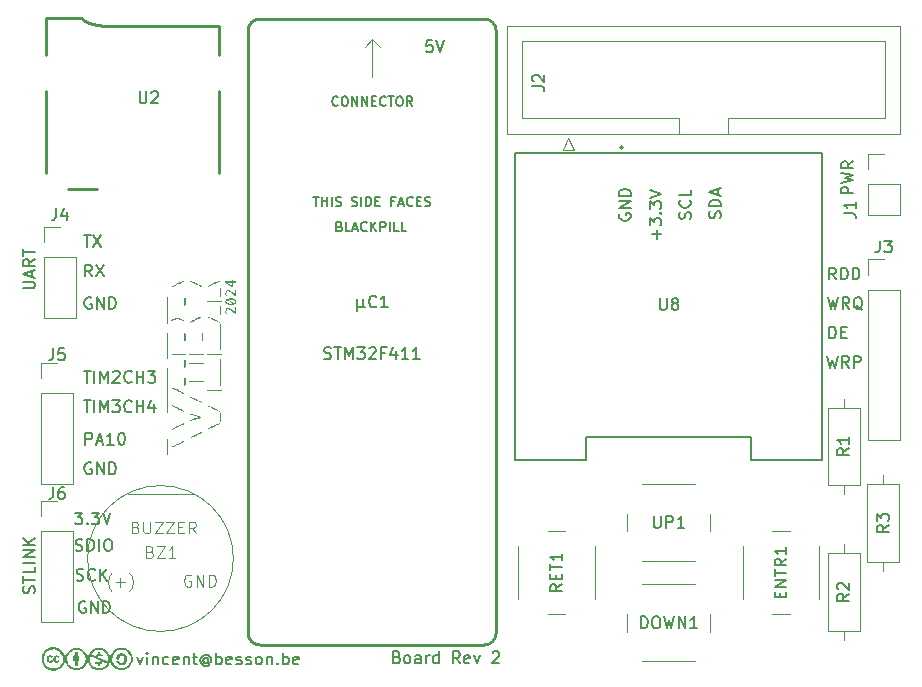
<source format=gbr>
%TF.GenerationSoftware,KiCad,Pcbnew,8.0.5*%
%TF.CreationDate,2024-11-21T15:57:14+01:00*%
%TF.ProjectId,sdiskII_stm32,73646973-6b49-4495-9f73-746d33322e6b,rev?*%
%TF.SameCoordinates,Original*%
%TF.FileFunction,Legend,Top*%
%TF.FilePolarity,Positive*%
%FSLAX46Y46*%
G04 Gerber Fmt 4.6, Leading zero omitted, Abs format (unit mm)*
G04 Created by KiCad (PCBNEW 8.0.5) date 2024-11-21 15:57:14*
%MOMM*%
%LPD*%
G01*
G04 APERTURE LIST*
%ADD10C,0.187500*%
%ADD11C,0.150000*%
%ADD12C,0.300000*%
%ADD13C,0.100000*%
%ADD14C,0.160000*%
%ADD15C,0.203200*%
%ADD16C,0.120000*%
%ADD17C,0.000000*%
%ADD18C,0.250000*%
%ADD19C,0.127000*%
%ADD20C,0.200000*%
G04 APERTURE END LIST*
D10*
X137258593Y-115867869D02*
X137830021Y-115867869D01*
X137544307Y-116867869D02*
X137544307Y-115867869D01*
X138163355Y-116867869D02*
X138163355Y-115867869D01*
X138639545Y-116867869D02*
X138639545Y-115867869D01*
X138639545Y-115867869D02*
X138972878Y-116582154D01*
X138972878Y-116582154D02*
X139306211Y-115867869D01*
X139306211Y-115867869D02*
X139306211Y-116867869D01*
X139734783Y-115963107D02*
X139782402Y-115915488D01*
X139782402Y-115915488D02*
X139877640Y-115867869D01*
X139877640Y-115867869D02*
X140115735Y-115867869D01*
X140115735Y-115867869D02*
X140210973Y-115915488D01*
X140210973Y-115915488D02*
X140258592Y-115963107D01*
X140258592Y-115963107D02*
X140306211Y-116058345D01*
X140306211Y-116058345D02*
X140306211Y-116153583D01*
X140306211Y-116153583D02*
X140258592Y-116296440D01*
X140258592Y-116296440D02*
X139687164Y-116867869D01*
X139687164Y-116867869D02*
X140306211Y-116867869D01*
X141306211Y-116772630D02*
X141258592Y-116820250D01*
X141258592Y-116820250D02*
X141115735Y-116867869D01*
X141115735Y-116867869D02*
X141020497Y-116867869D01*
X141020497Y-116867869D02*
X140877640Y-116820250D01*
X140877640Y-116820250D02*
X140782402Y-116725011D01*
X140782402Y-116725011D02*
X140734783Y-116629773D01*
X140734783Y-116629773D02*
X140687164Y-116439297D01*
X140687164Y-116439297D02*
X140687164Y-116296440D01*
X140687164Y-116296440D02*
X140734783Y-116105964D01*
X140734783Y-116105964D02*
X140782402Y-116010726D01*
X140782402Y-116010726D02*
X140877640Y-115915488D01*
X140877640Y-115915488D02*
X141020497Y-115867869D01*
X141020497Y-115867869D02*
X141115735Y-115867869D01*
X141115735Y-115867869D02*
X141258592Y-115915488D01*
X141258592Y-115915488D02*
X141306211Y-115963107D01*
X141734783Y-116867869D02*
X141734783Y-115867869D01*
X141734783Y-116344059D02*
X142306211Y-116344059D01*
X142306211Y-116867869D02*
X142306211Y-115867869D01*
X142687164Y-115867869D02*
X143306211Y-115867869D01*
X143306211Y-115867869D02*
X142972878Y-116248821D01*
X142972878Y-116248821D02*
X143115735Y-116248821D01*
X143115735Y-116248821D02*
X143210973Y-116296440D01*
X143210973Y-116296440D02*
X143258592Y-116344059D01*
X143258592Y-116344059D02*
X143306211Y-116439297D01*
X143306211Y-116439297D02*
X143306211Y-116677392D01*
X143306211Y-116677392D02*
X143258592Y-116772630D01*
X143258592Y-116772630D02*
X143210973Y-116820250D01*
X143210973Y-116820250D02*
X143115735Y-116867869D01*
X143115735Y-116867869D02*
X142830021Y-116867869D01*
X142830021Y-116867869D02*
X142734783Y-116820250D01*
X142734783Y-116820250D02*
X142687164Y-116772630D01*
X137385259Y-135415488D02*
X137290021Y-135367869D01*
X137290021Y-135367869D02*
X137147164Y-135367869D01*
X137147164Y-135367869D02*
X137004307Y-135415488D01*
X137004307Y-135415488D02*
X136909069Y-135510726D01*
X136909069Y-135510726D02*
X136861450Y-135605964D01*
X136861450Y-135605964D02*
X136813831Y-135796440D01*
X136813831Y-135796440D02*
X136813831Y-135939297D01*
X136813831Y-135939297D02*
X136861450Y-136129773D01*
X136861450Y-136129773D02*
X136909069Y-136225011D01*
X136909069Y-136225011D02*
X137004307Y-136320250D01*
X137004307Y-136320250D02*
X137147164Y-136367869D01*
X137147164Y-136367869D02*
X137242402Y-136367869D01*
X137242402Y-136367869D02*
X137385259Y-136320250D01*
X137385259Y-136320250D02*
X137432878Y-136272630D01*
X137432878Y-136272630D02*
X137432878Y-135939297D01*
X137432878Y-135939297D02*
X137242402Y-135939297D01*
X137861450Y-136367869D02*
X137861450Y-135367869D01*
X137861450Y-135367869D02*
X138432878Y-136367869D01*
X138432878Y-136367869D02*
X138432878Y-135367869D01*
X138909069Y-136367869D02*
X138909069Y-135367869D01*
X138909069Y-135367869D02*
X139147164Y-135367869D01*
X139147164Y-135367869D02*
X139290021Y-135415488D01*
X139290021Y-135415488D02*
X139385259Y-135510726D01*
X139385259Y-135510726D02*
X139432878Y-135605964D01*
X139432878Y-135605964D02*
X139480497Y-135796440D01*
X139480497Y-135796440D02*
X139480497Y-135939297D01*
X139480497Y-135939297D02*
X139432878Y-136129773D01*
X139432878Y-136129773D02*
X139385259Y-136225011D01*
X139385259Y-136225011D02*
X139290021Y-136320250D01*
X139290021Y-136320250D02*
X139147164Y-136367869D01*
X139147164Y-136367869D02*
X138909069Y-136367869D01*
X182605488Y-102564740D02*
X182557869Y-102659978D01*
X182557869Y-102659978D02*
X182557869Y-102802835D01*
X182557869Y-102802835D02*
X182605488Y-102945692D01*
X182605488Y-102945692D02*
X182700726Y-103040930D01*
X182700726Y-103040930D02*
X182795964Y-103088549D01*
X182795964Y-103088549D02*
X182986440Y-103136168D01*
X182986440Y-103136168D02*
X183129297Y-103136168D01*
X183129297Y-103136168D02*
X183319773Y-103088549D01*
X183319773Y-103088549D02*
X183415011Y-103040930D01*
X183415011Y-103040930D02*
X183510250Y-102945692D01*
X183510250Y-102945692D02*
X183557869Y-102802835D01*
X183557869Y-102802835D02*
X183557869Y-102707597D01*
X183557869Y-102707597D02*
X183510250Y-102564740D01*
X183510250Y-102564740D02*
X183462630Y-102517121D01*
X183462630Y-102517121D02*
X183129297Y-102517121D01*
X183129297Y-102517121D02*
X183129297Y-102707597D01*
X183557869Y-102088549D02*
X182557869Y-102088549D01*
X182557869Y-102088549D02*
X183557869Y-101517121D01*
X183557869Y-101517121D02*
X182557869Y-101517121D01*
X183557869Y-101040930D02*
X182557869Y-101040930D01*
X182557869Y-101040930D02*
X182557869Y-100802835D01*
X182557869Y-100802835D02*
X182605488Y-100659978D01*
X182605488Y-100659978D02*
X182700726Y-100564740D01*
X182700726Y-100564740D02*
X182795964Y-100517121D01*
X182795964Y-100517121D02*
X182986440Y-100469502D01*
X182986440Y-100469502D02*
X183129297Y-100469502D01*
X183129297Y-100469502D02*
X183319773Y-100517121D01*
X183319773Y-100517121D02*
X183415011Y-100564740D01*
X183415011Y-100564740D02*
X183510250Y-100659978D01*
X183510250Y-100659978D02*
X183557869Y-100802835D01*
X183557869Y-100802835D02*
X183557869Y-101040930D01*
X200266212Y-109617869D02*
X200504307Y-110617869D01*
X200504307Y-110617869D02*
X200694783Y-109903583D01*
X200694783Y-109903583D02*
X200885259Y-110617869D01*
X200885259Y-110617869D02*
X201123355Y-109617869D01*
X202075735Y-110617869D02*
X201742402Y-110141678D01*
X201504307Y-110617869D02*
X201504307Y-109617869D01*
X201504307Y-109617869D02*
X201885259Y-109617869D01*
X201885259Y-109617869D02*
X201980497Y-109665488D01*
X201980497Y-109665488D02*
X202028116Y-109713107D01*
X202028116Y-109713107D02*
X202075735Y-109808345D01*
X202075735Y-109808345D02*
X202075735Y-109951202D01*
X202075735Y-109951202D02*
X202028116Y-110046440D01*
X202028116Y-110046440D02*
X201980497Y-110094059D01*
X201980497Y-110094059D02*
X201885259Y-110141678D01*
X201885259Y-110141678D02*
X201504307Y-110141678D01*
X203170973Y-110713107D02*
X203075735Y-110665488D01*
X203075735Y-110665488D02*
X202980497Y-110570250D01*
X202980497Y-110570250D02*
X202837640Y-110427392D01*
X202837640Y-110427392D02*
X202742402Y-110379773D01*
X202742402Y-110379773D02*
X202647164Y-110379773D01*
X202694783Y-110617869D02*
X202599545Y-110570250D01*
X202599545Y-110570250D02*
X202504307Y-110475011D01*
X202504307Y-110475011D02*
X202456688Y-110284535D01*
X202456688Y-110284535D02*
X202456688Y-109951202D01*
X202456688Y-109951202D02*
X202504307Y-109760726D01*
X202504307Y-109760726D02*
X202599545Y-109665488D01*
X202599545Y-109665488D02*
X202694783Y-109617869D01*
X202694783Y-109617869D02*
X202885259Y-109617869D01*
X202885259Y-109617869D02*
X202980497Y-109665488D01*
X202980497Y-109665488D02*
X203075735Y-109760726D01*
X203075735Y-109760726D02*
X203123354Y-109951202D01*
X203123354Y-109951202D02*
X203123354Y-110284535D01*
X203123354Y-110284535D02*
X203075735Y-110475011D01*
X203075735Y-110475011D02*
X202980497Y-110570250D01*
X202980497Y-110570250D02*
X202885259Y-110617869D01*
X202885259Y-110617869D02*
X202694783Y-110617869D01*
X137258593Y-118367869D02*
X137830021Y-118367869D01*
X137544307Y-119367869D02*
X137544307Y-118367869D01*
X138163355Y-119367869D02*
X138163355Y-118367869D01*
X138639545Y-119367869D02*
X138639545Y-118367869D01*
X138639545Y-118367869D02*
X138972878Y-119082154D01*
X138972878Y-119082154D02*
X139306211Y-118367869D01*
X139306211Y-118367869D02*
X139306211Y-119367869D01*
X139687164Y-118367869D02*
X140306211Y-118367869D01*
X140306211Y-118367869D02*
X139972878Y-118748821D01*
X139972878Y-118748821D02*
X140115735Y-118748821D01*
X140115735Y-118748821D02*
X140210973Y-118796440D01*
X140210973Y-118796440D02*
X140258592Y-118844059D01*
X140258592Y-118844059D02*
X140306211Y-118939297D01*
X140306211Y-118939297D02*
X140306211Y-119177392D01*
X140306211Y-119177392D02*
X140258592Y-119272630D01*
X140258592Y-119272630D02*
X140210973Y-119320250D01*
X140210973Y-119320250D02*
X140115735Y-119367869D01*
X140115735Y-119367869D02*
X139830021Y-119367869D01*
X139830021Y-119367869D02*
X139734783Y-119320250D01*
X139734783Y-119320250D02*
X139687164Y-119272630D01*
X141306211Y-119272630D02*
X141258592Y-119320250D01*
X141258592Y-119320250D02*
X141115735Y-119367869D01*
X141115735Y-119367869D02*
X141020497Y-119367869D01*
X141020497Y-119367869D02*
X140877640Y-119320250D01*
X140877640Y-119320250D02*
X140782402Y-119225011D01*
X140782402Y-119225011D02*
X140734783Y-119129773D01*
X140734783Y-119129773D02*
X140687164Y-118939297D01*
X140687164Y-118939297D02*
X140687164Y-118796440D01*
X140687164Y-118796440D02*
X140734783Y-118605964D01*
X140734783Y-118605964D02*
X140782402Y-118510726D01*
X140782402Y-118510726D02*
X140877640Y-118415488D01*
X140877640Y-118415488D02*
X141020497Y-118367869D01*
X141020497Y-118367869D02*
X141115735Y-118367869D01*
X141115735Y-118367869D02*
X141258592Y-118415488D01*
X141258592Y-118415488D02*
X141306211Y-118463107D01*
X141734783Y-119367869D02*
X141734783Y-118367869D01*
X141734783Y-118844059D02*
X142306211Y-118844059D01*
X142306211Y-119367869D02*
X142306211Y-118367869D01*
X143210973Y-118701202D02*
X143210973Y-119367869D01*
X142972878Y-118320250D02*
X142734783Y-119034535D01*
X142734783Y-119034535D02*
X143353830Y-119034535D01*
X200216212Y-114617869D02*
X200454307Y-115617869D01*
X200454307Y-115617869D02*
X200644783Y-114903583D01*
X200644783Y-114903583D02*
X200835259Y-115617869D01*
X200835259Y-115617869D02*
X201073355Y-114617869D01*
X202025735Y-115617869D02*
X201692402Y-115141678D01*
X201454307Y-115617869D02*
X201454307Y-114617869D01*
X201454307Y-114617869D02*
X201835259Y-114617869D01*
X201835259Y-114617869D02*
X201930497Y-114665488D01*
X201930497Y-114665488D02*
X201978116Y-114713107D01*
X201978116Y-114713107D02*
X202025735Y-114808345D01*
X202025735Y-114808345D02*
X202025735Y-114951202D01*
X202025735Y-114951202D02*
X201978116Y-115046440D01*
X201978116Y-115046440D02*
X201930497Y-115094059D01*
X201930497Y-115094059D02*
X201835259Y-115141678D01*
X201835259Y-115141678D02*
X201454307Y-115141678D01*
X202454307Y-115617869D02*
X202454307Y-114617869D01*
X202454307Y-114617869D02*
X202835259Y-114617869D01*
X202835259Y-114617869D02*
X202930497Y-114665488D01*
X202930497Y-114665488D02*
X202978116Y-114713107D01*
X202978116Y-114713107D02*
X203025735Y-114808345D01*
X203025735Y-114808345D02*
X203025735Y-114951202D01*
X203025735Y-114951202D02*
X202978116Y-115046440D01*
X202978116Y-115046440D02*
X202930497Y-115094059D01*
X202930497Y-115094059D02*
X202835259Y-115141678D01*
X202835259Y-115141678D02*
X202454307Y-115141678D01*
X136563831Y-131070250D02*
X136706688Y-131117869D01*
X136706688Y-131117869D02*
X136944783Y-131117869D01*
X136944783Y-131117869D02*
X137040021Y-131070250D01*
X137040021Y-131070250D02*
X137087640Y-131022630D01*
X137087640Y-131022630D02*
X137135259Y-130927392D01*
X137135259Y-130927392D02*
X137135259Y-130832154D01*
X137135259Y-130832154D02*
X137087640Y-130736916D01*
X137087640Y-130736916D02*
X137040021Y-130689297D01*
X137040021Y-130689297D02*
X136944783Y-130641678D01*
X136944783Y-130641678D02*
X136754307Y-130594059D01*
X136754307Y-130594059D02*
X136659069Y-130546440D01*
X136659069Y-130546440D02*
X136611450Y-130498821D01*
X136611450Y-130498821D02*
X136563831Y-130403583D01*
X136563831Y-130403583D02*
X136563831Y-130308345D01*
X136563831Y-130308345D02*
X136611450Y-130213107D01*
X136611450Y-130213107D02*
X136659069Y-130165488D01*
X136659069Y-130165488D02*
X136754307Y-130117869D01*
X136754307Y-130117869D02*
X136992402Y-130117869D01*
X136992402Y-130117869D02*
X137135259Y-130165488D01*
X137563831Y-131117869D02*
X137563831Y-130117869D01*
X137563831Y-130117869D02*
X137801926Y-130117869D01*
X137801926Y-130117869D02*
X137944783Y-130165488D01*
X137944783Y-130165488D02*
X138040021Y-130260726D01*
X138040021Y-130260726D02*
X138087640Y-130355964D01*
X138087640Y-130355964D02*
X138135259Y-130546440D01*
X138135259Y-130546440D02*
X138135259Y-130689297D01*
X138135259Y-130689297D02*
X138087640Y-130879773D01*
X138087640Y-130879773D02*
X138040021Y-130975011D01*
X138040021Y-130975011D02*
X137944783Y-131070250D01*
X137944783Y-131070250D02*
X137801926Y-131117869D01*
X137801926Y-131117869D02*
X137563831Y-131117869D01*
X138563831Y-131117869D02*
X138563831Y-130117869D01*
X139230497Y-130117869D02*
X139420973Y-130117869D01*
X139420973Y-130117869D02*
X139516211Y-130165488D01*
X139516211Y-130165488D02*
X139611449Y-130260726D01*
X139611449Y-130260726D02*
X139659068Y-130451202D01*
X139659068Y-130451202D02*
X139659068Y-130784535D01*
X139659068Y-130784535D02*
X139611449Y-130975011D01*
X139611449Y-130975011D02*
X139516211Y-131070250D01*
X139516211Y-131070250D02*
X139420973Y-131117869D01*
X139420973Y-131117869D02*
X139230497Y-131117869D01*
X139230497Y-131117869D02*
X139135259Y-131070250D01*
X139135259Y-131070250D02*
X139040021Y-130975011D01*
X139040021Y-130975011D02*
X138992402Y-130784535D01*
X138992402Y-130784535D02*
X138992402Y-130451202D01*
X138992402Y-130451202D02*
X139040021Y-130260726D01*
X139040021Y-130260726D02*
X139135259Y-130165488D01*
X139135259Y-130165488D02*
X139230497Y-130117869D01*
X157603831Y-114820250D02*
X157746688Y-114867869D01*
X157746688Y-114867869D02*
X157984783Y-114867869D01*
X157984783Y-114867869D02*
X158080021Y-114820250D01*
X158080021Y-114820250D02*
X158127640Y-114772630D01*
X158127640Y-114772630D02*
X158175259Y-114677392D01*
X158175259Y-114677392D02*
X158175259Y-114582154D01*
X158175259Y-114582154D02*
X158127640Y-114486916D01*
X158127640Y-114486916D02*
X158080021Y-114439297D01*
X158080021Y-114439297D02*
X157984783Y-114391678D01*
X157984783Y-114391678D02*
X157794307Y-114344059D01*
X157794307Y-114344059D02*
X157699069Y-114296440D01*
X157699069Y-114296440D02*
X157651450Y-114248821D01*
X157651450Y-114248821D02*
X157603831Y-114153583D01*
X157603831Y-114153583D02*
X157603831Y-114058345D01*
X157603831Y-114058345D02*
X157651450Y-113963107D01*
X157651450Y-113963107D02*
X157699069Y-113915488D01*
X157699069Y-113915488D02*
X157794307Y-113867869D01*
X157794307Y-113867869D02*
X158032402Y-113867869D01*
X158032402Y-113867869D02*
X158175259Y-113915488D01*
X158460974Y-113867869D02*
X159032402Y-113867869D01*
X158746688Y-114867869D02*
X158746688Y-113867869D01*
X159365736Y-114867869D02*
X159365736Y-113867869D01*
X159365736Y-113867869D02*
X159699069Y-114582154D01*
X159699069Y-114582154D02*
X160032402Y-113867869D01*
X160032402Y-113867869D02*
X160032402Y-114867869D01*
X160413355Y-113867869D02*
X161032402Y-113867869D01*
X161032402Y-113867869D02*
X160699069Y-114248821D01*
X160699069Y-114248821D02*
X160841926Y-114248821D01*
X160841926Y-114248821D02*
X160937164Y-114296440D01*
X160937164Y-114296440D02*
X160984783Y-114344059D01*
X160984783Y-114344059D02*
X161032402Y-114439297D01*
X161032402Y-114439297D02*
X161032402Y-114677392D01*
X161032402Y-114677392D02*
X160984783Y-114772630D01*
X160984783Y-114772630D02*
X160937164Y-114820250D01*
X160937164Y-114820250D02*
X160841926Y-114867869D01*
X160841926Y-114867869D02*
X160556212Y-114867869D01*
X160556212Y-114867869D02*
X160460974Y-114820250D01*
X160460974Y-114820250D02*
X160413355Y-114772630D01*
X161413355Y-113963107D02*
X161460974Y-113915488D01*
X161460974Y-113915488D02*
X161556212Y-113867869D01*
X161556212Y-113867869D02*
X161794307Y-113867869D01*
X161794307Y-113867869D02*
X161889545Y-113915488D01*
X161889545Y-113915488D02*
X161937164Y-113963107D01*
X161937164Y-113963107D02*
X161984783Y-114058345D01*
X161984783Y-114058345D02*
X161984783Y-114153583D01*
X161984783Y-114153583D02*
X161937164Y-114296440D01*
X161937164Y-114296440D02*
X161365736Y-114867869D01*
X161365736Y-114867869D02*
X161984783Y-114867869D01*
X162746688Y-114344059D02*
X162413355Y-114344059D01*
X162413355Y-114867869D02*
X162413355Y-113867869D01*
X162413355Y-113867869D02*
X162889545Y-113867869D01*
X163699069Y-114201202D02*
X163699069Y-114867869D01*
X163460974Y-113820250D02*
X163222879Y-114534535D01*
X163222879Y-114534535D02*
X163841926Y-114534535D01*
X164746688Y-114867869D02*
X164175260Y-114867869D01*
X164460974Y-114867869D02*
X164460974Y-113867869D01*
X164460974Y-113867869D02*
X164365736Y-114010726D01*
X164365736Y-114010726D02*
X164270498Y-114105964D01*
X164270498Y-114105964D02*
X164175260Y-114153583D01*
X165699069Y-114867869D02*
X165127641Y-114867869D01*
X165413355Y-114867869D02*
X165413355Y-113867869D01*
X165413355Y-113867869D02*
X165318117Y-114010726D01*
X165318117Y-114010726D02*
X165222879Y-114105964D01*
X165222879Y-114105964D02*
X165127641Y-114153583D01*
X133070250Y-134686168D02*
X133117869Y-134543311D01*
X133117869Y-134543311D02*
X133117869Y-134305216D01*
X133117869Y-134305216D02*
X133070250Y-134209978D01*
X133070250Y-134209978D02*
X133022630Y-134162359D01*
X133022630Y-134162359D02*
X132927392Y-134114740D01*
X132927392Y-134114740D02*
X132832154Y-134114740D01*
X132832154Y-134114740D02*
X132736916Y-134162359D01*
X132736916Y-134162359D02*
X132689297Y-134209978D01*
X132689297Y-134209978D02*
X132641678Y-134305216D01*
X132641678Y-134305216D02*
X132594059Y-134495692D01*
X132594059Y-134495692D02*
X132546440Y-134590930D01*
X132546440Y-134590930D02*
X132498821Y-134638549D01*
X132498821Y-134638549D02*
X132403583Y-134686168D01*
X132403583Y-134686168D02*
X132308345Y-134686168D01*
X132308345Y-134686168D02*
X132213107Y-134638549D01*
X132213107Y-134638549D02*
X132165488Y-134590930D01*
X132165488Y-134590930D02*
X132117869Y-134495692D01*
X132117869Y-134495692D02*
X132117869Y-134257597D01*
X132117869Y-134257597D02*
X132165488Y-134114740D01*
X132117869Y-133829025D02*
X132117869Y-133257597D01*
X133117869Y-133543311D02*
X132117869Y-133543311D01*
X133117869Y-132448073D02*
X133117869Y-132924263D01*
X133117869Y-132924263D02*
X132117869Y-132924263D01*
X133117869Y-132114739D02*
X132117869Y-132114739D01*
X133117869Y-131638549D02*
X132117869Y-131638549D01*
X132117869Y-131638549D02*
X133117869Y-131067121D01*
X133117869Y-131067121D02*
X132117869Y-131067121D01*
X133117869Y-130590930D02*
X132117869Y-130590930D01*
X133117869Y-130019502D02*
X132546440Y-130448073D01*
X132117869Y-130019502D02*
X132689297Y-130590930D01*
X188610250Y-102986168D02*
X188657869Y-102843311D01*
X188657869Y-102843311D02*
X188657869Y-102605216D01*
X188657869Y-102605216D02*
X188610250Y-102509978D01*
X188610250Y-102509978D02*
X188562630Y-102462359D01*
X188562630Y-102462359D02*
X188467392Y-102414740D01*
X188467392Y-102414740D02*
X188372154Y-102414740D01*
X188372154Y-102414740D02*
X188276916Y-102462359D01*
X188276916Y-102462359D02*
X188229297Y-102509978D01*
X188229297Y-102509978D02*
X188181678Y-102605216D01*
X188181678Y-102605216D02*
X188134059Y-102795692D01*
X188134059Y-102795692D02*
X188086440Y-102890930D01*
X188086440Y-102890930D02*
X188038821Y-102938549D01*
X188038821Y-102938549D02*
X187943583Y-102986168D01*
X187943583Y-102986168D02*
X187848345Y-102986168D01*
X187848345Y-102986168D02*
X187753107Y-102938549D01*
X187753107Y-102938549D02*
X187705488Y-102890930D01*
X187705488Y-102890930D02*
X187657869Y-102795692D01*
X187657869Y-102795692D02*
X187657869Y-102557597D01*
X187657869Y-102557597D02*
X187705488Y-102414740D01*
X188562630Y-101414740D02*
X188610250Y-101462359D01*
X188610250Y-101462359D02*
X188657869Y-101605216D01*
X188657869Y-101605216D02*
X188657869Y-101700454D01*
X188657869Y-101700454D02*
X188610250Y-101843311D01*
X188610250Y-101843311D02*
X188515011Y-101938549D01*
X188515011Y-101938549D02*
X188419773Y-101986168D01*
X188419773Y-101986168D02*
X188229297Y-102033787D01*
X188229297Y-102033787D02*
X188086440Y-102033787D01*
X188086440Y-102033787D02*
X187895964Y-101986168D01*
X187895964Y-101986168D02*
X187800726Y-101938549D01*
X187800726Y-101938549D02*
X187705488Y-101843311D01*
X187705488Y-101843311D02*
X187657869Y-101700454D01*
X187657869Y-101700454D02*
X187657869Y-101605216D01*
X187657869Y-101605216D02*
X187705488Y-101462359D01*
X187705488Y-101462359D02*
X187753107Y-101414740D01*
X188657869Y-100509978D02*
X188657869Y-100986168D01*
X188657869Y-100986168D02*
X187657869Y-100986168D01*
X200932878Y-108117869D02*
X200599545Y-107641678D01*
X200361450Y-108117869D02*
X200361450Y-107117869D01*
X200361450Y-107117869D02*
X200742402Y-107117869D01*
X200742402Y-107117869D02*
X200837640Y-107165488D01*
X200837640Y-107165488D02*
X200885259Y-107213107D01*
X200885259Y-107213107D02*
X200932878Y-107308345D01*
X200932878Y-107308345D02*
X200932878Y-107451202D01*
X200932878Y-107451202D02*
X200885259Y-107546440D01*
X200885259Y-107546440D02*
X200837640Y-107594059D01*
X200837640Y-107594059D02*
X200742402Y-107641678D01*
X200742402Y-107641678D02*
X200361450Y-107641678D01*
X201361450Y-108117869D02*
X201361450Y-107117869D01*
X201361450Y-107117869D02*
X201599545Y-107117869D01*
X201599545Y-107117869D02*
X201742402Y-107165488D01*
X201742402Y-107165488D02*
X201837640Y-107260726D01*
X201837640Y-107260726D02*
X201885259Y-107355964D01*
X201885259Y-107355964D02*
X201932878Y-107546440D01*
X201932878Y-107546440D02*
X201932878Y-107689297D01*
X201932878Y-107689297D02*
X201885259Y-107879773D01*
X201885259Y-107879773D02*
X201837640Y-107975011D01*
X201837640Y-107975011D02*
X201742402Y-108070250D01*
X201742402Y-108070250D02*
X201599545Y-108117869D01*
X201599545Y-108117869D02*
X201361450Y-108117869D01*
X202361450Y-108117869D02*
X202361450Y-107117869D01*
X202361450Y-107117869D02*
X202599545Y-107117869D01*
X202599545Y-107117869D02*
X202742402Y-107165488D01*
X202742402Y-107165488D02*
X202837640Y-107260726D01*
X202837640Y-107260726D02*
X202885259Y-107355964D01*
X202885259Y-107355964D02*
X202932878Y-107546440D01*
X202932878Y-107546440D02*
X202932878Y-107689297D01*
X202932878Y-107689297D02*
X202885259Y-107879773D01*
X202885259Y-107879773D02*
X202837640Y-107975011D01*
X202837640Y-107975011D02*
X202742402Y-108070250D01*
X202742402Y-108070250D02*
X202599545Y-108117869D01*
X202599545Y-108117869D02*
X202361450Y-108117869D01*
X163769500Y-140094059D02*
X163912357Y-140141678D01*
X163912357Y-140141678D02*
X163959976Y-140189297D01*
X163959976Y-140189297D02*
X164007595Y-140284535D01*
X164007595Y-140284535D02*
X164007595Y-140427392D01*
X164007595Y-140427392D02*
X163959976Y-140522630D01*
X163959976Y-140522630D02*
X163912357Y-140570250D01*
X163912357Y-140570250D02*
X163817119Y-140617869D01*
X163817119Y-140617869D02*
X163436167Y-140617869D01*
X163436167Y-140617869D02*
X163436167Y-139617869D01*
X163436167Y-139617869D02*
X163769500Y-139617869D01*
X163769500Y-139617869D02*
X163864738Y-139665488D01*
X163864738Y-139665488D02*
X163912357Y-139713107D01*
X163912357Y-139713107D02*
X163959976Y-139808345D01*
X163959976Y-139808345D02*
X163959976Y-139903583D01*
X163959976Y-139903583D02*
X163912357Y-139998821D01*
X163912357Y-139998821D02*
X163864738Y-140046440D01*
X163864738Y-140046440D02*
X163769500Y-140094059D01*
X163769500Y-140094059D02*
X163436167Y-140094059D01*
X164579024Y-140617869D02*
X164483786Y-140570250D01*
X164483786Y-140570250D02*
X164436167Y-140522630D01*
X164436167Y-140522630D02*
X164388548Y-140427392D01*
X164388548Y-140427392D02*
X164388548Y-140141678D01*
X164388548Y-140141678D02*
X164436167Y-140046440D01*
X164436167Y-140046440D02*
X164483786Y-139998821D01*
X164483786Y-139998821D02*
X164579024Y-139951202D01*
X164579024Y-139951202D02*
X164721881Y-139951202D01*
X164721881Y-139951202D02*
X164817119Y-139998821D01*
X164817119Y-139998821D02*
X164864738Y-140046440D01*
X164864738Y-140046440D02*
X164912357Y-140141678D01*
X164912357Y-140141678D02*
X164912357Y-140427392D01*
X164912357Y-140427392D02*
X164864738Y-140522630D01*
X164864738Y-140522630D02*
X164817119Y-140570250D01*
X164817119Y-140570250D02*
X164721881Y-140617869D01*
X164721881Y-140617869D02*
X164579024Y-140617869D01*
X165769500Y-140617869D02*
X165769500Y-140094059D01*
X165769500Y-140094059D02*
X165721881Y-139998821D01*
X165721881Y-139998821D02*
X165626643Y-139951202D01*
X165626643Y-139951202D02*
X165436167Y-139951202D01*
X165436167Y-139951202D02*
X165340929Y-139998821D01*
X165769500Y-140570250D02*
X165674262Y-140617869D01*
X165674262Y-140617869D02*
X165436167Y-140617869D01*
X165436167Y-140617869D02*
X165340929Y-140570250D01*
X165340929Y-140570250D02*
X165293310Y-140475011D01*
X165293310Y-140475011D02*
X165293310Y-140379773D01*
X165293310Y-140379773D02*
X165340929Y-140284535D01*
X165340929Y-140284535D02*
X165436167Y-140236916D01*
X165436167Y-140236916D02*
X165674262Y-140236916D01*
X165674262Y-140236916D02*
X165769500Y-140189297D01*
X166245691Y-140617869D02*
X166245691Y-139951202D01*
X166245691Y-140141678D02*
X166293310Y-140046440D01*
X166293310Y-140046440D02*
X166340929Y-139998821D01*
X166340929Y-139998821D02*
X166436167Y-139951202D01*
X166436167Y-139951202D02*
X166531405Y-139951202D01*
X167293310Y-140617869D02*
X167293310Y-139617869D01*
X167293310Y-140570250D02*
X167198072Y-140617869D01*
X167198072Y-140617869D02*
X167007596Y-140617869D01*
X167007596Y-140617869D02*
X166912358Y-140570250D01*
X166912358Y-140570250D02*
X166864739Y-140522630D01*
X166864739Y-140522630D02*
X166817120Y-140427392D01*
X166817120Y-140427392D02*
X166817120Y-140141678D01*
X166817120Y-140141678D02*
X166864739Y-140046440D01*
X166864739Y-140046440D02*
X166912358Y-139998821D01*
X166912358Y-139998821D02*
X167007596Y-139951202D01*
X167007596Y-139951202D02*
X167198072Y-139951202D01*
X167198072Y-139951202D02*
X167293310Y-139998821D01*
X169102834Y-140617869D02*
X168769501Y-140141678D01*
X168531406Y-140617869D02*
X168531406Y-139617869D01*
X168531406Y-139617869D02*
X168912358Y-139617869D01*
X168912358Y-139617869D02*
X169007596Y-139665488D01*
X169007596Y-139665488D02*
X169055215Y-139713107D01*
X169055215Y-139713107D02*
X169102834Y-139808345D01*
X169102834Y-139808345D02*
X169102834Y-139951202D01*
X169102834Y-139951202D02*
X169055215Y-140046440D01*
X169055215Y-140046440D02*
X169007596Y-140094059D01*
X169007596Y-140094059D02*
X168912358Y-140141678D01*
X168912358Y-140141678D02*
X168531406Y-140141678D01*
X169912358Y-140570250D02*
X169817120Y-140617869D01*
X169817120Y-140617869D02*
X169626644Y-140617869D01*
X169626644Y-140617869D02*
X169531406Y-140570250D01*
X169531406Y-140570250D02*
X169483787Y-140475011D01*
X169483787Y-140475011D02*
X169483787Y-140094059D01*
X169483787Y-140094059D02*
X169531406Y-139998821D01*
X169531406Y-139998821D02*
X169626644Y-139951202D01*
X169626644Y-139951202D02*
X169817120Y-139951202D01*
X169817120Y-139951202D02*
X169912358Y-139998821D01*
X169912358Y-139998821D02*
X169959977Y-140094059D01*
X169959977Y-140094059D02*
X169959977Y-140189297D01*
X169959977Y-140189297D02*
X169483787Y-140284535D01*
X170293311Y-139951202D02*
X170531406Y-140617869D01*
X170531406Y-140617869D02*
X170769501Y-139951202D01*
X171864740Y-139713107D02*
X171912359Y-139665488D01*
X171912359Y-139665488D02*
X172007597Y-139617869D01*
X172007597Y-139617869D02*
X172245692Y-139617869D01*
X172245692Y-139617869D02*
X172340930Y-139665488D01*
X172340930Y-139665488D02*
X172388549Y-139713107D01*
X172388549Y-139713107D02*
X172436168Y-139808345D01*
X172436168Y-139808345D02*
X172436168Y-139903583D01*
X172436168Y-139903583D02*
X172388549Y-140046440D01*
X172388549Y-140046440D02*
X171817121Y-140617869D01*
X171817121Y-140617869D02*
X172436168Y-140617869D01*
X185776916Y-104688549D02*
X185776916Y-103926645D01*
X186157869Y-104307597D02*
X185395964Y-104307597D01*
X185157869Y-103545692D02*
X185157869Y-102926645D01*
X185157869Y-102926645D02*
X185538821Y-103259978D01*
X185538821Y-103259978D02*
X185538821Y-103117121D01*
X185538821Y-103117121D02*
X185586440Y-103021883D01*
X185586440Y-103021883D02*
X185634059Y-102974264D01*
X185634059Y-102974264D02*
X185729297Y-102926645D01*
X185729297Y-102926645D02*
X185967392Y-102926645D01*
X185967392Y-102926645D02*
X186062630Y-102974264D01*
X186062630Y-102974264D02*
X186110250Y-103021883D01*
X186110250Y-103021883D02*
X186157869Y-103117121D01*
X186157869Y-103117121D02*
X186157869Y-103402835D01*
X186157869Y-103402835D02*
X186110250Y-103498073D01*
X186110250Y-103498073D02*
X186062630Y-103545692D01*
X186062630Y-102498073D02*
X186110250Y-102450454D01*
X186110250Y-102450454D02*
X186157869Y-102498073D01*
X186157869Y-102498073D02*
X186110250Y-102545692D01*
X186110250Y-102545692D02*
X186062630Y-102498073D01*
X186062630Y-102498073D02*
X186157869Y-102498073D01*
X185157869Y-102117121D02*
X185157869Y-101498074D01*
X185157869Y-101498074D02*
X185538821Y-101831407D01*
X185538821Y-101831407D02*
X185538821Y-101688550D01*
X185538821Y-101688550D02*
X185586440Y-101593312D01*
X185586440Y-101593312D02*
X185634059Y-101545693D01*
X185634059Y-101545693D02*
X185729297Y-101498074D01*
X185729297Y-101498074D02*
X185967392Y-101498074D01*
X185967392Y-101498074D02*
X186062630Y-101545693D01*
X186062630Y-101545693D02*
X186110250Y-101593312D01*
X186110250Y-101593312D02*
X186157869Y-101688550D01*
X186157869Y-101688550D02*
X186157869Y-101974264D01*
X186157869Y-101974264D02*
X186110250Y-102069502D01*
X186110250Y-102069502D02*
X186062630Y-102117121D01*
X185157869Y-101212359D02*
X186157869Y-100879026D01*
X186157869Y-100879026D02*
X185157869Y-100545693D01*
X191160250Y-102936168D02*
X191207869Y-102793311D01*
X191207869Y-102793311D02*
X191207869Y-102555216D01*
X191207869Y-102555216D02*
X191160250Y-102459978D01*
X191160250Y-102459978D02*
X191112630Y-102412359D01*
X191112630Y-102412359D02*
X191017392Y-102364740D01*
X191017392Y-102364740D02*
X190922154Y-102364740D01*
X190922154Y-102364740D02*
X190826916Y-102412359D01*
X190826916Y-102412359D02*
X190779297Y-102459978D01*
X190779297Y-102459978D02*
X190731678Y-102555216D01*
X190731678Y-102555216D02*
X190684059Y-102745692D01*
X190684059Y-102745692D02*
X190636440Y-102840930D01*
X190636440Y-102840930D02*
X190588821Y-102888549D01*
X190588821Y-102888549D02*
X190493583Y-102936168D01*
X190493583Y-102936168D02*
X190398345Y-102936168D01*
X190398345Y-102936168D02*
X190303107Y-102888549D01*
X190303107Y-102888549D02*
X190255488Y-102840930D01*
X190255488Y-102840930D02*
X190207869Y-102745692D01*
X190207869Y-102745692D02*
X190207869Y-102507597D01*
X190207869Y-102507597D02*
X190255488Y-102364740D01*
X191207869Y-101936168D02*
X190207869Y-101936168D01*
X190207869Y-101936168D02*
X190207869Y-101698073D01*
X190207869Y-101698073D02*
X190255488Y-101555216D01*
X190255488Y-101555216D02*
X190350726Y-101459978D01*
X190350726Y-101459978D02*
X190445964Y-101412359D01*
X190445964Y-101412359D02*
X190636440Y-101364740D01*
X190636440Y-101364740D02*
X190779297Y-101364740D01*
X190779297Y-101364740D02*
X190969773Y-101412359D01*
X190969773Y-101412359D02*
X191065011Y-101459978D01*
X191065011Y-101459978D02*
X191160250Y-101555216D01*
X191160250Y-101555216D02*
X191207869Y-101698073D01*
X191207869Y-101698073D02*
X191207869Y-101936168D01*
X190922154Y-100983787D02*
X190922154Y-100507597D01*
X191207869Y-101079025D02*
X190207869Y-100745692D01*
X190207869Y-100745692D02*
X191207869Y-100412359D01*
X137401450Y-122117869D02*
X137401450Y-121117869D01*
X137401450Y-121117869D02*
X137782402Y-121117869D01*
X137782402Y-121117869D02*
X137877640Y-121165488D01*
X137877640Y-121165488D02*
X137925259Y-121213107D01*
X137925259Y-121213107D02*
X137972878Y-121308345D01*
X137972878Y-121308345D02*
X137972878Y-121451202D01*
X137972878Y-121451202D02*
X137925259Y-121546440D01*
X137925259Y-121546440D02*
X137877640Y-121594059D01*
X137877640Y-121594059D02*
X137782402Y-121641678D01*
X137782402Y-121641678D02*
X137401450Y-121641678D01*
X138353831Y-121832154D02*
X138830021Y-121832154D01*
X138258593Y-122117869D02*
X138591926Y-121117869D01*
X138591926Y-121117869D02*
X138925259Y-122117869D01*
X139782402Y-122117869D02*
X139210974Y-122117869D01*
X139496688Y-122117869D02*
X139496688Y-121117869D01*
X139496688Y-121117869D02*
X139401450Y-121260726D01*
X139401450Y-121260726D02*
X139306212Y-121355964D01*
X139306212Y-121355964D02*
X139210974Y-121403583D01*
X140401450Y-121117869D02*
X140496688Y-121117869D01*
X140496688Y-121117869D02*
X140591926Y-121165488D01*
X140591926Y-121165488D02*
X140639545Y-121213107D01*
X140639545Y-121213107D02*
X140687164Y-121308345D01*
X140687164Y-121308345D02*
X140734783Y-121498821D01*
X140734783Y-121498821D02*
X140734783Y-121736916D01*
X140734783Y-121736916D02*
X140687164Y-121927392D01*
X140687164Y-121927392D02*
X140639545Y-122022630D01*
X140639545Y-122022630D02*
X140591926Y-122070250D01*
X140591926Y-122070250D02*
X140496688Y-122117869D01*
X140496688Y-122117869D02*
X140401450Y-122117869D01*
X140401450Y-122117869D02*
X140306212Y-122070250D01*
X140306212Y-122070250D02*
X140258593Y-122022630D01*
X140258593Y-122022630D02*
X140210974Y-121927392D01*
X140210974Y-121927392D02*
X140163355Y-121736916D01*
X140163355Y-121736916D02*
X140163355Y-121498821D01*
X140163355Y-121498821D02*
X140210974Y-121308345D01*
X140210974Y-121308345D02*
X140258593Y-121213107D01*
X140258593Y-121213107D02*
X140306212Y-121165488D01*
X140306212Y-121165488D02*
X140401450Y-121117869D01*
X202407869Y-100838549D02*
X201407869Y-100838549D01*
X201407869Y-100838549D02*
X201407869Y-100457597D01*
X201407869Y-100457597D02*
X201455488Y-100362359D01*
X201455488Y-100362359D02*
X201503107Y-100314740D01*
X201503107Y-100314740D02*
X201598345Y-100267121D01*
X201598345Y-100267121D02*
X201741202Y-100267121D01*
X201741202Y-100267121D02*
X201836440Y-100314740D01*
X201836440Y-100314740D02*
X201884059Y-100362359D01*
X201884059Y-100362359D02*
X201931678Y-100457597D01*
X201931678Y-100457597D02*
X201931678Y-100838549D01*
X201407869Y-99933787D02*
X202407869Y-99695692D01*
X202407869Y-99695692D02*
X201693583Y-99505216D01*
X201693583Y-99505216D02*
X202407869Y-99314740D01*
X202407869Y-99314740D02*
X201407869Y-99076645D01*
X202407869Y-98124264D02*
X201931678Y-98457597D01*
X202407869Y-98695692D02*
X201407869Y-98695692D01*
X201407869Y-98695692D02*
X201407869Y-98314740D01*
X201407869Y-98314740D02*
X201455488Y-98219502D01*
X201455488Y-98219502D02*
X201503107Y-98171883D01*
X201503107Y-98171883D02*
X201598345Y-98124264D01*
X201598345Y-98124264D02*
X201741202Y-98124264D01*
X201741202Y-98124264D02*
X201836440Y-98171883D01*
X201836440Y-98171883D02*
X201884059Y-98219502D01*
X201884059Y-98219502D02*
X201931678Y-98314740D01*
X201931678Y-98314740D02*
X201931678Y-98695692D01*
X137885259Y-123665488D02*
X137790021Y-123617869D01*
X137790021Y-123617869D02*
X137647164Y-123617869D01*
X137647164Y-123617869D02*
X137504307Y-123665488D01*
X137504307Y-123665488D02*
X137409069Y-123760726D01*
X137409069Y-123760726D02*
X137361450Y-123855964D01*
X137361450Y-123855964D02*
X137313831Y-124046440D01*
X137313831Y-124046440D02*
X137313831Y-124189297D01*
X137313831Y-124189297D02*
X137361450Y-124379773D01*
X137361450Y-124379773D02*
X137409069Y-124475011D01*
X137409069Y-124475011D02*
X137504307Y-124570250D01*
X137504307Y-124570250D02*
X137647164Y-124617869D01*
X137647164Y-124617869D02*
X137742402Y-124617869D01*
X137742402Y-124617869D02*
X137885259Y-124570250D01*
X137885259Y-124570250D02*
X137932878Y-124522630D01*
X137932878Y-124522630D02*
X137932878Y-124189297D01*
X137932878Y-124189297D02*
X137742402Y-124189297D01*
X138361450Y-124617869D02*
X138361450Y-123617869D01*
X138361450Y-123617869D02*
X138932878Y-124617869D01*
X138932878Y-124617869D02*
X138932878Y-123617869D01*
X139409069Y-124617869D02*
X139409069Y-123617869D01*
X139409069Y-123617869D02*
X139647164Y-123617869D01*
X139647164Y-123617869D02*
X139790021Y-123665488D01*
X139790021Y-123665488D02*
X139885259Y-123760726D01*
X139885259Y-123760726D02*
X139932878Y-123855964D01*
X139932878Y-123855964D02*
X139980497Y-124046440D01*
X139980497Y-124046440D02*
X139980497Y-124189297D01*
X139980497Y-124189297D02*
X139932878Y-124379773D01*
X139932878Y-124379773D02*
X139885259Y-124475011D01*
X139885259Y-124475011D02*
X139790021Y-124570250D01*
X139790021Y-124570250D02*
X139647164Y-124617869D01*
X139647164Y-124617869D02*
X139409069Y-124617869D01*
X141756212Y-140051202D02*
X141994307Y-140717869D01*
X141994307Y-140717869D02*
X142232402Y-140051202D01*
X142613355Y-140717869D02*
X142613355Y-140051202D01*
X142613355Y-139717869D02*
X142565736Y-139765488D01*
X142565736Y-139765488D02*
X142613355Y-139813107D01*
X142613355Y-139813107D02*
X142660974Y-139765488D01*
X142660974Y-139765488D02*
X142613355Y-139717869D01*
X142613355Y-139717869D02*
X142613355Y-139813107D01*
X143089545Y-140051202D02*
X143089545Y-140717869D01*
X143089545Y-140146440D02*
X143137164Y-140098821D01*
X143137164Y-140098821D02*
X143232402Y-140051202D01*
X143232402Y-140051202D02*
X143375259Y-140051202D01*
X143375259Y-140051202D02*
X143470497Y-140098821D01*
X143470497Y-140098821D02*
X143518116Y-140194059D01*
X143518116Y-140194059D02*
X143518116Y-140717869D01*
X144422878Y-140670250D02*
X144327640Y-140717869D01*
X144327640Y-140717869D02*
X144137164Y-140717869D01*
X144137164Y-140717869D02*
X144041926Y-140670250D01*
X144041926Y-140670250D02*
X143994307Y-140622630D01*
X143994307Y-140622630D02*
X143946688Y-140527392D01*
X143946688Y-140527392D02*
X143946688Y-140241678D01*
X143946688Y-140241678D02*
X143994307Y-140146440D01*
X143994307Y-140146440D02*
X144041926Y-140098821D01*
X144041926Y-140098821D02*
X144137164Y-140051202D01*
X144137164Y-140051202D02*
X144327640Y-140051202D01*
X144327640Y-140051202D02*
X144422878Y-140098821D01*
X145232402Y-140670250D02*
X145137164Y-140717869D01*
X145137164Y-140717869D02*
X144946688Y-140717869D01*
X144946688Y-140717869D02*
X144851450Y-140670250D01*
X144851450Y-140670250D02*
X144803831Y-140575011D01*
X144803831Y-140575011D02*
X144803831Y-140194059D01*
X144803831Y-140194059D02*
X144851450Y-140098821D01*
X144851450Y-140098821D02*
X144946688Y-140051202D01*
X144946688Y-140051202D02*
X145137164Y-140051202D01*
X145137164Y-140051202D02*
X145232402Y-140098821D01*
X145232402Y-140098821D02*
X145280021Y-140194059D01*
X145280021Y-140194059D02*
X145280021Y-140289297D01*
X145280021Y-140289297D02*
X144803831Y-140384535D01*
X145708593Y-140051202D02*
X145708593Y-140717869D01*
X145708593Y-140146440D02*
X145756212Y-140098821D01*
X145756212Y-140098821D02*
X145851450Y-140051202D01*
X145851450Y-140051202D02*
X145994307Y-140051202D01*
X145994307Y-140051202D02*
X146089545Y-140098821D01*
X146089545Y-140098821D02*
X146137164Y-140194059D01*
X146137164Y-140194059D02*
X146137164Y-140717869D01*
X146470498Y-140051202D02*
X146851450Y-140051202D01*
X146613355Y-139717869D02*
X146613355Y-140575011D01*
X146613355Y-140575011D02*
X146660974Y-140670250D01*
X146660974Y-140670250D02*
X146756212Y-140717869D01*
X146756212Y-140717869D02*
X146851450Y-140717869D01*
X147803831Y-140241678D02*
X147756212Y-140194059D01*
X147756212Y-140194059D02*
X147660974Y-140146440D01*
X147660974Y-140146440D02*
X147565736Y-140146440D01*
X147565736Y-140146440D02*
X147470498Y-140194059D01*
X147470498Y-140194059D02*
X147422879Y-140241678D01*
X147422879Y-140241678D02*
X147375260Y-140336916D01*
X147375260Y-140336916D02*
X147375260Y-140432154D01*
X147375260Y-140432154D02*
X147422879Y-140527392D01*
X147422879Y-140527392D02*
X147470498Y-140575011D01*
X147470498Y-140575011D02*
X147565736Y-140622630D01*
X147565736Y-140622630D02*
X147660974Y-140622630D01*
X147660974Y-140622630D02*
X147756212Y-140575011D01*
X147756212Y-140575011D02*
X147803831Y-140527392D01*
X147803831Y-140146440D02*
X147803831Y-140527392D01*
X147803831Y-140527392D02*
X147851450Y-140575011D01*
X147851450Y-140575011D02*
X147899069Y-140575011D01*
X147899069Y-140575011D02*
X147994308Y-140527392D01*
X147994308Y-140527392D02*
X148041927Y-140432154D01*
X148041927Y-140432154D02*
X148041927Y-140194059D01*
X148041927Y-140194059D02*
X147946689Y-140051202D01*
X147946689Y-140051202D02*
X147803831Y-139955964D01*
X147803831Y-139955964D02*
X147613355Y-139908345D01*
X147613355Y-139908345D02*
X147422879Y-139955964D01*
X147422879Y-139955964D02*
X147280022Y-140051202D01*
X147280022Y-140051202D02*
X147184784Y-140194059D01*
X147184784Y-140194059D02*
X147137165Y-140384535D01*
X147137165Y-140384535D02*
X147184784Y-140575011D01*
X147184784Y-140575011D02*
X147280022Y-140717869D01*
X147280022Y-140717869D02*
X147422879Y-140813107D01*
X147422879Y-140813107D02*
X147613355Y-140860726D01*
X147613355Y-140860726D02*
X147803831Y-140813107D01*
X147803831Y-140813107D02*
X147946689Y-140717869D01*
X148470498Y-140717869D02*
X148470498Y-139717869D01*
X148470498Y-140098821D02*
X148565736Y-140051202D01*
X148565736Y-140051202D02*
X148756212Y-140051202D01*
X148756212Y-140051202D02*
X148851450Y-140098821D01*
X148851450Y-140098821D02*
X148899069Y-140146440D01*
X148899069Y-140146440D02*
X148946688Y-140241678D01*
X148946688Y-140241678D02*
X148946688Y-140527392D01*
X148946688Y-140527392D02*
X148899069Y-140622630D01*
X148899069Y-140622630D02*
X148851450Y-140670250D01*
X148851450Y-140670250D02*
X148756212Y-140717869D01*
X148756212Y-140717869D02*
X148565736Y-140717869D01*
X148565736Y-140717869D02*
X148470498Y-140670250D01*
X149756212Y-140670250D02*
X149660974Y-140717869D01*
X149660974Y-140717869D02*
X149470498Y-140717869D01*
X149470498Y-140717869D02*
X149375260Y-140670250D01*
X149375260Y-140670250D02*
X149327641Y-140575011D01*
X149327641Y-140575011D02*
X149327641Y-140194059D01*
X149327641Y-140194059D02*
X149375260Y-140098821D01*
X149375260Y-140098821D02*
X149470498Y-140051202D01*
X149470498Y-140051202D02*
X149660974Y-140051202D01*
X149660974Y-140051202D02*
X149756212Y-140098821D01*
X149756212Y-140098821D02*
X149803831Y-140194059D01*
X149803831Y-140194059D02*
X149803831Y-140289297D01*
X149803831Y-140289297D02*
X149327641Y-140384535D01*
X150184784Y-140670250D02*
X150280022Y-140717869D01*
X150280022Y-140717869D02*
X150470498Y-140717869D01*
X150470498Y-140717869D02*
X150565736Y-140670250D01*
X150565736Y-140670250D02*
X150613355Y-140575011D01*
X150613355Y-140575011D02*
X150613355Y-140527392D01*
X150613355Y-140527392D02*
X150565736Y-140432154D01*
X150565736Y-140432154D02*
X150470498Y-140384535D01*
X150470498Y-140384535D02*
X150327641Y-140384535D01*
X150327641Y-140384535D02*
X150232403Y-140336916D01*
X150232403Y-140336916D02*
X150184784Y-140241678D01*
X150184784Y-140241678D02*
X150184784Y-140194059D01*
X150184784Y-140194059D02*
X150232403Y-140098821D01*
X150232403Y-140098821D02*
X150327641Y-140051202D01*
X150327641Y-140051202D02*
X150470498Y-140051202D01*
X150470498Y-140051202D02*
X150565736Y-140098821D01*
X150994308Y-140670250D02*
X151089546Y-140717869D01*
X151089546Y-140717869D02*
X151280022Y-140717869D01*
X151280022Y-140717869D02*
X151375260Y-140670250D01*
X151375260Y-140670250D02*
X151422879Y-140575011D01*
X151422879Y-140575011D02*
X151422879Y-140527392D01*
X151422879Y-140527392D02*
X151375260Y-140432154D01*
X151375260Y-140432154D02*
X151280022Y-140384535D01*
X151280022Y-140384535D02*
X151137165Y-140384535D01*
X151137165Y-140384535D02*
X151041927Y-140336916D01*
X151041927Y-140336916D02*
X150994308Y-140241678D01*
X150994308Y-140241678D02*
X150994308Y-140194059D01*
X150994308Y-140194059D02*
X151041927Y-140098821D01*
X151041927Y-140098821D02*
X151137165Y-140051202D01*
X151137165Y-140051202D02*
X151280022Y-140051202D01*
X151280022Y-140051202D02*
X151375260Y-140098821D01*
X151994308Y-140717869D02*
X151899070Y-140670250D01*
X151899070Y-140670250D02*
X151851451Y-140622630D01*
X151851451Y-140622630D02*
X151803832Y-140527392D01*
X151803832Y-140527392D02*
X151803832Y-140241678D01*
X151803832Y-140241678D02*
X151851451Y-140146440D01*
X151851451Y-140146440D02*
X151899070Y-140098821D01*
X151899070Y-140098821D02*
X151994308Y-140051202D01*
X151994308Y-140051202D02*
X152137165Y-140051202D01*
X152137165Y-140051202D02*
X152232403Y-140098821D01*
X152232403Y-140098821D02*
X152280022Y-140146440D01*
X152280022Y-140146440D02*
X152327641Y-140241678D01*
X152327641Y-140241678D02*
X152327641Y-140527392D01*
X152327641Y-140527392D02*
X152280022Y-140622630D01*
X152280022Y-140622630D02*
X152232403Y-140670250D01*
X152232403Y-140670250D02*
X152137165Y-140717869D01*
X152137165Y-140717869D02*
X151994308Y-140717869D01*
X152756213Y-140051202D02*
X152756213Y-140717869D01*
X152756213Y-140146440D02*
X152803832Y-140098821D01*
X152803832Y-140098821D02*
X152899070Y-140051202D01*
X152899070Y-140051202D02*
X153041927Y-140051202D01*
X153041927Y-140051202D02*
X153137165Y-140098821D01*
X153137165Y-140098821D02*
X153184784Y-140194059D01*
X153184784Y-140194059D02*
X153184784Y-140717869D01*
X153660975Y-140622630D02*
X153708594Y-140670250D01*
X153708594Y-140670250D02*
X153660975Y-140717869D01*
X153660975Y-140717869D02*
X153613356Y-140670250D01*
X153613356Y-140670250D02*
X153660975Y-140622630D01*
X153660975Y-140622630D02*
X153660975Y-140717869D01*
X154137165Y-140717869D02*
X154137165Y-139717869D01*
X154137165Y-140098821D02*
X154232403Y-140051202D01*
X154232403Y-140051202D02*
X154422879Y-140051202D01*
X154422879Y-140051202D02*
X154518117Y-140098821D01*
X154518117Y-140098821D02*
X154565736Y-140146440D01*
X154565736Y-140146440D02*
X154613355Y-140241678D01*
X154613355Y-140241678D02*
X154613355Y-140527392D01*
X154613355Y-140527392D02*
X154565736Y-140622630D01*
X154565736Y-140622630D02*
X154518117Y-140670250D01*
X154518117Y-140670250D02*
X154422879Y-140717869D01*
X154422879Y-140717869D02*
X154232403Y-140717869D01*
X154232403Y-140717869D02*
X154137165Y-140670250D01*
X155422879Y-140670250D02*
X155327641Y-140717869D01*
X155327641Y-140717869D02*
X155137165Y-140717869D01*
X155137165Y-140717869D02*
X155041927Y-140670250D01*
X155041927Y-140670250D02*
X154994308Y-140575011D01*
X154994308Y-140575011D02*
X154994308Y-140194059D01*
X154994308Y-140194059D02*
X155041927Y-140098821D01*
X155041927Y-140098821D02*
X155137165Y-140051202D01*
X155137165Y-140051202D02*
X155327641Y-140051202D01*
X155327641Y-140051202D02*
X155422879Y-140098821D01*
X155422879Y-140098821D02*
X155470498Y-140194059D01*
X155470498Y-140194059D02*
X155470498Y-140289297D01*
X155470498Y-140289297D02*
X154994308Y-140384535D01*
X137258593Y-104367869D02*
X137830021Y-104367869D01*
X137544307Y-105367869D02*
X137544307Y-104367869D01*
X138068117Y-104367869D02*
X138734783Y-105367869D01*
X138734783Y-104367869D02*
X138068117Y-105367869D01*
X132117869Y-108888549D02*
X132927392Y-108888549D01*
X132927392Y-108888549D02*
X133022630Y-108840930D01*
X133022630Y-108840930D02*
X133070250Y-108793311D01*
X133070250Y-108793311D02*
X133117869Y-108698073D01*
X133117869Y-108698073D02*
X133117869Y-108507597D01*
X133117869Y-108507597D02*
X133070250Y-108412359D01*
X133070250Y-108412359D02*
X133022630Y-108364740D01*
X133022630Y-108364740D02*
X132927392Y-108317121D01*
X132927392Y-108317121D02*
X132117869Y-108317121D01*
X132832154Y-107888549D02*
X132832154Y-107412359D01*
X133117869Y-107983787D02*
X132117869Y-107650454D01*
X132117869Y-107650454D02*
X133117869Y-107317121D01*
X133117869Y-106412359D02*
X132641678Y-106745692D01*
X133117869Y-106983787D02*
X132117869Y-106983787D01*
X132117869Y-106983787D02*
X132117869Y-106602835D01*
X132117869Y-106602835D02*
X132165488Y-106507597D01*
X132165488Y-106507597D02*
X132213107Y-106459978D01*
X132213107Y-106459978D02*
X132308345Y-106412359D01*
X132308345Y-106412359D02*
X132451202Y-106412359D01*
X132451202Y-106412359D02*
X132546440Y-106459978D01*
X132546440Y-106459978D02*
X132594059Y-106507597D01*
X132594059Y-106507597D02*
X132641678Y-106602835D01*
X132641678Y-106602835D02*
X132641678Y-106983787D01*
X132117869Y-106126644D02*
X132117869Y-105555216D01*
X133117869Y-105840930D02*
X132117869Y-105840930D01*
X200361450Y-113117869D02*
X200361450Y-112117869D01*
X200361450Y-112117869D02*
X200599545Y-112117869D01*
X200599545Y-112117869D02*
X200742402Y-112165488D01*
X200742402Y-112165488D02*
X200837640Y-112260726D01*
X200837640Y-112260726D02*
X200885259Y-112355964D01*
X200885259Y-112355964D02*
X200932878Y-112546440D01*
X200932878Y-112546440D02*
X200932878Y-112689297D01*
X200932878Y-112689297D02*
X200885259Y-112879773D01*
X200885259Y-112879773D02*
X200837640Y-112975011D01*
X200837640Y-112975011D02*
X200742402Y-113070250D01*
X200742402Y-113070250D02*
X200599545Y-113117869D01*
X200599545Y-113117869D02*
X200361450Y-113117869D01*
X201361450Y-112594059D02*
X201694783Y-112594059D01*
X201837640Y-113117869D02*
X201361450Y-113117869D01*
X201361450Y-113117869D02*
X201361450Y-112117869D01*
X201361450Y-112117869D02*
X201837640Y-112117869D01*
X136643831Y-133570250D02*
X136786688Y-133617869D01*
X136786688Y-133617869D02*
X137024783Y-133617869D01*
X137024783Y-133617869D02*
X137120021Y-133570250D01*
X137120021Y-133570250D02*
X137167640Y-133522630D01*
X137167640Y-133522630D02*
X137215259Y-133427392D01*
X137215259Y-133427392D02*
X137215259Y-133332154D01*
X137215259Y-133332154D02*
X137167640Y-133236916D01*
X137167640Y-133236916D02*
X137120021Y-133189297D01*
X137120021Y-133189297D02*
X137024783Y-133141678D01*
X137024783Y-133141678D02*
X136834307Y-133094059D01*
X136834307Y-133094059D02*
X136739069Y-133046440D01*
X136739069Y-133046440D02*
X136691450Y-132998821D01*
X136691450Y-132998821D02*
X136643831Y-132903583D01*
X136643831Y-132903583D02*
X136643831Y-132808345D01*
X136643831Y-132808345D02*
X136691450Y-132713107D01*
X136691450Y-132713107D02*
X136739069Y-132665488D01*
X136739069Y-132665488D02*
X136834307Y-132617869D01*
X136834307Y-132617869D02*
X137072402Y-132617869D01*
X137072402Y-132617869D02*
X137215259Y-132665488D01*
X138215259Y-133522630D02*
X138167640Y-133570250D01*
X138167640Y-133570250D02*
X138024783Y-133617869D01*
X138024783Y-133617869D02*
X137929545Y-133617869D01*
X137929545Y-133617869D02*
X137786688Y-133570250D01*
X137786688Y-133570250D02*
X137691450Y-133475011D01*
X137691450Y-133475011D02*
X137643831Y-133379773D01*
X137643831Y-133379773D02*
X137596212Y-133189297D01*
X137596212Y-133189297D02*
X137596212Y-133046440D01*
X137596212Y-133046440D02*
X137643831Y-132855964D01*
X137643831Y-132855964D02*
X137691450Y-132760726D01*
X137691450Y-132760726D02*
X137786688Y-132665488D01*
X137786688Y-132665488D02*
X137929545Y-132617869D01*
X137929545Y-132617869D02*
X138024783Y-132617869D01*
X138024783Y-132617869D02*
X138167640Y-132665488D01*
X138167640Y-132665488D02*
X138215259Y-132713107D01*
X138643831Y-133617869D02*
X138643831Y-132617869D01*
X139215259Y-133617869D02*
X138786688Y-133046440D01*
X139215259Y-132617869D02*
X138643831Y-133189297D01*
X137932878Y-107867869D02*
X137599545Y-107391678D01*
X137361450Y-107867869D02*
X137361450Y-106867869D01*
X137361450Y-106867869D02*
X137742402Y-106867869D01*
X137742402Y-106867869D02*
X137837640Y-106915488D01*
X137837640Y-106915488D02*
X137885259Y-106963107D01*
X137885259Y-106963107D02*
X137932878Y-107058345D01*
X137932878Y-107058345D02*
X137932878Y-107201202D01*
X137932878Y-107201202D02*
X137885259Y-107296440D01*
X137885259Y-107296440D02*
X137837640Y-107344059D01*
X137837640Y-107344059D02*
X137742402Y-107391678D01*
X137742402Y-107391678D02*
X137361450Y-107391678D01*
X138266212Y-106867869D02*
X138932878Y-107867869D01*
X138932878Y-106867869D02*
X138266212Y-107867869D01*
X137885259Y-109665488D02*
X137790021Y-109617869D01*
X137790021Y-109617869D02*
X137647164Y-109617869D01*
X137647164Y-109617869D02*
X137504307Y-109665488D01*
X137504307Y-109665488D02*
X137409069Y-109760726D01*
X137409069Y-109760726D02*
X137361450Y-109855964D01*
X137361450Y-109855964D02*
X137313831Y-110046440D01*
X137313831Y-110046440D02*
X137313831Y-110189297D01*
X137313831Y-110189297D02*
X137361450Y-110379773D01*
X137361450Y-110379773D02*
X137409069Y-110475011D01*
X137409069Y-110475011D02*
X137504307Y-110570250D01*
X137504307Y-110570250D02*
X137647164Y-110617869D01*
X137647164Y-110617869D02*
X137742402Y-110617869D01*
X137742402Y-110617869D02*
X137885259Y-110570250D01*
X137885259Y-110570250D02*
X137932878Y-110522630D01*
X137932878Y-110522630D02*
X137932878Y-110189297D01*
X137932878Y-110189297D02*
X137742402Y-110189297D01*
X138361450Y-110617869D02*
X138361450Y-109617869D01*
X138361450Y-109617869D02*
X138932878Y-110617869D01*
X138932878Y-110617869D02*
X138932878Y-109617869D01*
X139409069Y-110617869D02*
X139409069Y-109617869D01*
X139409069Y-109617869D02*
X139647164Y-109617869D01*
X139647164Y-109617869D02*
X139790021Y-109665488D01*
X139790021Y-109665488D02*
X139885259Y-109760726D01*
X139885259Y-109760726D02*
X139932878Y-109855964D01*
X139932878Y-109855964D02*
X139980497Y-110046440D01*
X139980497Y-110046440D02*
X139980497Y-110189297D01*
X139980497Y-110189297D02*
X139932878Y-110379773D01*
X139932878Y-110379773D02*
X139885259Y-110475011D01*
X139885259Y-110475011D02*
X139790021Y-110570250D01*
X139790021Y-110570250D02*
X139647164Y-110617869D01*
X139647164Y-110617869D02*
X139409069Y-110617869D01*
X136516212Y-127867869D02*
X137135259Y-127867869D01*
X137135259Y-127867869D02*
X136801926Y-128248821D01*
X136801926Y-128248821D02*
X136944783Y-128248821D01*
X136944783Y-128248821D02*
X137040021Y-128296440D01*
X137040021Y-128296440D02*
X137087640Y-128344059D01*
X137087640Y-128344059D02*
X137135259Y-128439297D01*
X137135259Y-128439297D02*
X137135259Y-128677392D01*
X137135259Y-128677392D02*
X137087640Y-128772630D01*
X137087640Y-128772630D02*
X137040021Y-128820250D01*
X137040021Y-128820250D02*
X136944783Y-128867869D01*
X136944783Y-128867869D02*
X136659069Y-128867869D01*
X136659069Y-128867869D02*
X136563831Y-128820250D01*
X136563831Y-128820250D02*
X136516212Y-128772630D01*
X137563831Y-128772630D02*
X137611450Y-128820250D01*
X137611450Y-128820250D02*
X137563831Y-128867869D01*
X137563831Y-128867869D02*
X137516212Y-128820250D01*
X137516212Y-128820250D02*
X137563831Y-128772630D01*
X137563831Y-128772630D02*
X137563831Y-128867869D01*
X137944783Y-127867869D02*
X138563830Y-127867869D01*
X138563830Y-127867869D02*
X138230497Y-128248821D01*
X138230497Y-128248821D02*
X138373354Y-128248821D01*
X138373354Y-128248821D02*
X138468592Y-128296440D01*
X138468592Y-128296440D02*
X138516211Y-128344059D01*
X138516211Y-128344059D02*
X138563830Y-128439297D01*
X138563830Y-128439297D02*
X138563830Y-128677392D01*
X138563830Y-128677392D02*
X138516211Y-128772630D01*
X138516211Y-128772630D02*
X138468592Y-128820250D01*
X138468592Y-128820250D02*
X138373354Y-128867869D01*
X138373354Y-128867869D02*
X138087640Y-128867869D01*
X138087640Y-128867869D02*
X137992402Y-128820250D01*
X137992402Y-128820250D02*
X137944783Y-128772630D01*
X138849545Y-127867869D02*
X139182878Y-128867869D01*
X139182878Y-128867869D02*
X139516211Y-127867869D01*
D11*
X175244819Y-91783333D02*
X175959104Y-91783333D01*
X175959104Y-91783333D02*
X176101961Y-91830952D01*
X176101961Y-91830952D02*
X176197200Y-91926190D01*
X176197200Y-91926190D02*
X176244819Y-92069047D01*
X176244819Y-92069047D02*
X176244819Y-92164285D01*
X175340057Y-91354761D02*
X175292438Y-91307142D01*
X175292438Y-91307142D02*
X175244819Y-91211904D01*
X175244819Y-91211904D02*
X175244819Y-90973809D01*
X175244819Y-90973809D02*
X175292438Y-90878571D01*
X175292438Y-90878571D02*
X175340057Y-90830952D01*
X175340057Y-90830952D02*
X175435295Y-90783333D01*
X175435295Y-90783333D02*
X175530533Y-90783333D01*
X175530533Y-90783333D02*
X175673390Y-90830952D01*
X175673390Y-90830952D02*
X176244819Y-91402380D01*
X176244819Y-91402380D02*
X176244819Y-90783333D01*
X204666666Y-104834819D02*
X204666666Y-105549104D01*
X204666666Y-105549104D02*
X204619047Y-105691961D01*
X204619047Y-105691961D02*
X204523809Y-105787200D01*
X204523809Y-105787200D02*
X204380952Y-105834819D01*
X204380952Y-105834819D02*
X204285714Y-105834819D01*
X205047619Y-104834819D02*
X205666666Y-104834819D01*
X205666666Y-104834819D02*
X205333333Y-105215771D01*
X205333333Y-105215771D02*
X205476190Y-105215771D01*
X205476190Y-105215771D02*
X205571428Y-105263390D01*
X205571428Y-105263390D02*
X205619047Y-105311009D01*
X205619047Y-105311009D02*
X205666666Y-105406247D01*
X205666666Y-105406247D02*
X205666666Y-105644342D01*
X205666666Y-105644342D02*
X205619047Y-105739580D01*
X205619047Y-105739580D02*
X205571428Y-105787200D01*
X205571428Y-105787200D02*
X205476190Y-105834819D01*
X205476190Y-105834819D02*
X205190476Y-105834819D01*
X205190476Y-105834819D02*
X205095238Y-105787200D01*
X205095238Y-105787200D02*
X205047619Y-105739580D01*
X185528095Y-128154819D02*
X185528095Y-128964342D01*
X185528095Y-128964342D02*
X185575714Y-129059580D01*
X185575714Y-129059580D02*
X185623333Y-129107200D01*
X185623333Y-129107200D02*
X185718571Y-129154819D01*
X185718571Y-129154819D02*
X185909047Y-129154819D01*
X185909047Y-129154819D02*
X186004285Y-129107200D01*
X186004285Y-129107200D02*
X186051904Y-129059580D01*
X186051904Y-129059580D02*
X186099523Y-128964342D01*
X186099523Y-128964342D02*
X186099523Y-128154819D01*
X186575714Y-129154819D02*
X186575714Y-128154819D01*
X186575714Y-128154819D02*
X186956666Y-128154819D01*
X186956666Y-128154819D02*
X187051904Y-128202438D01*
X187051904Y-128202438D02*
X187099523Y-128250057D01*
X187099523Y-128250057D02*
X187147142Y-128345295D01*
X187147142Y-128345295D02*
X187147142Y-128488152D01*
X187147142Y-128488152D02*
X187099523Y-128583390D01*
X187099523Y-128583390D02*
X187051904Y-128631009D01*
X187051904Y-128631009D02*
X186956666Y-128678628D01*
X186956666Y-128678628D02*
X186575714Y-128678628D01*
X188099523Y-129154819D02*
X187528095Y-129154819D01*
X187813809Y-129154819D02*
X187813809Y-128154819D01*
X187813809Y-128154819D02*
X187718571Y-128297676D01*
X187718571Y-128297676D02*
X187623333Y-128392914D01*
X187623333Y-128392914D02*
X187528095Y-128440533D01*
X134666666Y-113954819D02*
X134666666Y-114669104D01*
X134666666Y-114669104D02*
X134619047Y-114811961D01*
X134619047Y-114811961D02*
X134523809Y-114907200D01*
X134523809Y-114907200D02*
X134380952Y-114954819D01*
X134380952Y-114954819D02*
X134285714Y-114954819D01*
X135619047Y-113954819D02*
X135142857Y-113954819D01*
X135142857Y-113954819D02*
X135095238Y-114431009D01*
X135095238Y-114431009D02*
X135142857Y-114383390D01*
X135142857Y-114383390D02*
X135238095Y-114335771D01*
X135238095Y-114335771D02*
X135476190Y-114335771D01*
X135476190Y-114335771D02*
X135571428Y-114383390D01*
X135571428Y-114383390D02*
X135619047Y-114431009D01*
X135619047Y-114431009D02*
X135666666Y-114526247D01*
X135666666Y-114526247D02*
X135666666Y-114764342D01*
X135666666Y-114764342D02*
X135619047Y-114859580D01*
X135619047Y-114859580D02*
X135571428Y-114907200D01*
X135571428Y-114907200D02*
X135476190Y-114954819D01*
X135476190Y-114954819D02*
X135238095Y-114954819D01*
X135238095Y-114954819D02*
X135142857Y-114907200D01*
X135142857Y-114907200D02*
X135095238Y-114859580D01*
X202054819Y-122396666D02*
X201578628Y-122729999D01*
X202054819Y-122968094D02*
X201054819Y-122968094D01*
X201054819Y-122968094D02*
X201054819Y-122587142D01*
X201054819Y-122587142D02*
X201102438Y-122491904D01*
X201102438Y-122491904D02*
X201150057Y-122444285D01*
X201150057Y-122444285D02*
X201245295Y-122396666D01*
X201245295Y-122396666D02*
X201388152Y-122396666D01*
X201388152Y-122396666D02*
X201483390Y-122444285D01*
X201483390Y-122444285D02*
X201531009Y-122491904D01*
X201531009Y-122491904D02*
X201578628Y-122587142D01*
X201578628Y-122587142D02*
X201578628Y-122968094D01*
X202054819Y-121444285D02*
X202054819Y-122015713D01*
X202054819Y-121729999D02*
X201054819Y-121729999D01*
X201054819Y-121729999D02*
X201197676Y-121825237D01*
X201197676Y-121825237D02*
X201292914Y-121920475D01*
X201292914Y-121920475D02*
X201340533Y-122015713D01*
D12*
D13*
X142869047Y-131183609D02*
X143011904Y-131231228D01*
X143011904Y-131231228D02*
X143059523Y-131278847D01*
X143059523Y-131278847D02*
X143107142Y-131374085D01*
X143107142Y-131374085D02*
X143107142Y-131516942D01*
X143107142Y-131516942D02*
X143059523Y-131612180D01*
X143059523Y-131612180D02*
X143011904Y-131659800D01*
X143011904Y-131659800D02*
X142916666Y-131707419D01*
X142916666Y-131707419D02*
X142535714Y-131707419D01*
X142535714Y-131707419D02*
X142535714Y-130707419D01*
X142535714Y-130707419D02*
X142869047Y-130707419D01*
X142869047Y-130707419D02*
X142964285Y-130755038D01*
X142964285Y-130755038D02*
X143011904Y-130802657D01*
X143011904Y-130802657D02*
X143059523Y-130897895D01*
X143059523Y-130897895D02*
X143059523Y-130993133D01*
X143059523Y-130993133D02*
X143011904Y-131088371D01*
X143011904Y-131088371D02*
X142964285Y-131135990D01*
X142964285Y-131135990D02*
X142869047Y-131183609D01*
X142869047Y-131183609D02*
X142535714Y-131183609D01*
X143440476Y-130707419D02*
X144107142Y-130707419D01*
X144107142Y-130707419D02*
X143440476Y-131707419D01*
X143440476Y-131707419D02*
X144107142Y-131707419D01*
X145011904Y-131707419D02*
X144440476Y-131707419D01*
X144726190Y-131707419D02*
X144726190Y-130707419D01*
X144726190Y-130707419D02*
X144630952Y-130850276D01*
X144630952Y-130850276D02*
X144535714Y-130945514D01*
X144535714Y-130945514D02*
X144440476Y-130993133D01*
X139589598Y-134503371D02*
X139541979Y-134455752D01*
X139541979Y-134455752D02*
X139446741Y-134312895D01*
X139446741Y-134312895D02*
X139399122Y-134217657D01*
X139399122Y-134217657D02*
X139351503Y-134074800D01*
X139351503Y-134074800D02*
X139303884Y-133836704D01*
X139303884Y-133836704D02*
X139303884Y-133646228D01*
X139303884Y-133646228D02*
X139351503Y-133408133D01*
X139351503Y-133408133D02*
X139399122Y-133265276D01*
X139399122Y-133265276D02*
X139446741Y-133170038D01*
X139446741Y-133170038D02*
X139541979Y-133027180D01*
X139541979Y-133027180D02*
X139589598Y-132979561D01*
X139970551Y-133741466D02*
X140732456Y-133741466D01*
X140351503Y-134122419D02*
X140351503Y-133360514D01*
X141113408Y-134503371D02*
X141161027Y-134455752D01*
X141161027Y-134455752D02*
X141256265Y-134312895D01*
X141256265Y-134312895D02*
X141303884Y-134217657D01*
X141303884Y-134217657D02*
X141351503Y-134074800D01*
X141351503Y-134074800D02*
X141399122Y-133836704D01*
X141399122Y-133836704D02*
X141399122Y-133646228D01*
X141399122Y-133646228D02*
X141351503Y-133408133D01*
X141351503Y-133408133D02*
X141303884Y-133265276D01*
X141303884Y-133265276D02*
X141256265Y-133170038D01*
X141256265Y-133170038D02*
X141161027Y-133027180D01*
X141161027Y-133027180D02*
X141113408Y-132979561D01*
X146327693Y-133170038D02*
X146232455Y-133122419D01*
X146232455Y-133122419D02*
X146089598Y-133122419D01*
X146089598Y-133122419D02*
X145946741Y-133170038D01*
X145946741Y-133170038D02*
X145851503Y-133265276D01*
X145851503Y-133265276D02*
X145803884Y-133360514D01*
X145803884Y-133360514D02*
X145756265Y-133550990D01*
X145756265Y-133550990D02*
X145756265Y-133693847D01*
X145756265Y-133693847D02*
X145803884Y-133884323D01*
X145803884Y-133884323D02*
X145851503Y-133979561D01*
X145851503Y-133979561D02*
X145946741Y-134074800D01*
X145946741Y-134074800D02*
X146089598Y-134122419D01*
X146089598Y-134122419D02*
X146184836Y-134122419D01*
X146184836Y-134122419D02*
X146327693Y-134074800D01*
X146327693Y-134074800D02*
X146375312Y-134027180D01*
X146375312Y-134027180D02*
X146375312Y-133693847D01*
X146375312Y-133693847D02*
X146184836Y-133693847D01*
X146803884Y-134122419D02*
X146803884Y-133122419D01*
X146803884Y-133122419D02*
X147375312Y-134122419D01*
X147375312Y-134122419D02*
X147375312Y-133122419D01*
X147851503Y-134122419D02*
X147851503Y-133122419D01*
X147851503Y-133122419D02*
X148089598Y-133122419D01*
X148089598Y-133122419D02*
X148232455Y-133170038D01*
X148232455Y-133170038D02*
X148327693Y-133265276D01*
X148327693Y-133265276D02*
X148375312Y-133360514D01*
X148375312Y-133360514D02*
X148422931Y-133550990D01*
X148422931Y-133550990D02*
X148422931Y-133693847D01*
X148422931Y-133693847D02*
X148375312Y-133884323D01*
X148375312Y-133884323D02*
X148327693Y-133979561D01*
X148327693Y-133979561D02*
X148232455Y-134074800D01*
X148232455Y-134074800D02*
X148089598Y-134122419D01*
X148089598Y-134122419D02*
X147851503Y-134122419D01*
X141637217Y-129098609D02*
X141780074Y-129146228D01*
X141780074Y-129146228D02*
X141827693Y-129193847D01*
X141827693Y-129193847D02*
X141875312Y-129289085D01*
X141875312Y-129289085D02*
X141875312Y-129431942D01*
X141875312Y-129431942D02*
X141827693Y-129527180D01*
X141827693Y-129527180D02*
X141780074Y-129574800D01*
X141780074Y-129574800D02*
X141684836Y-129622419D01*
X141684836Y-129622419D02*
X141303884Y-129622419D01*
X141303884Y-129622419D02*
X141303884Y-128622419D01*
X141303884Y-128622419D02*
X141637217Y-128622419D01*
X141637217Y-128622419D02*
X141732455Y-128670038D01*
X141732455Y-128670038D02*
X141780074Y-128717657D01*
X141780074Y-128717657D02*
X141827693Y-128812895D01*
X141827693Y-128812895D02*
X141827693Y-128908133D01*
X141827693Y-128908133D02*
X141780074Y-129003371D01*
X141780074Y-129003371D02*
X141732455Y-129050990D01*
X141732455Y-129050990D02*
X141637217Y-129098609D01*
X141637217Y-129098609D02*
X141303884Y-129098609D01*
X142303884Y-128622419D02*
X142303884Y-129431942D01*
X142303884Y-129431942D02*
X142351503Y-129527180D01*
X142351503Y-129527180D02*
X142399122Y-129574800D01*
X142399122Y-129574800D02*
X142494360Y-129622419D01*
X142494360Y-129622419D02*
X142684836Y-129622419D01*
X142684836Y-129622419D02*
X142780074Y-129574800D01*
X142780074Y-129574800D02*
X142827693Y-129527180D01*
X142827693Y-129527180D02*
X142875312Y-129431942D01*
X142875312Y-129431942D02*
X142875312Y-128622419D01*
X143256265Y-128622419D02*
X143922931Y-128622419D01*
X143922931Y-128622419D02*
X143256265Y-129622419D01*
X143256265Y-129622419D02*
X143922931Y-129622419D01*
X144208646Y-128622419D02*
X144875312Y-128622419D01*
X144875312Y-128622419D02*
X144208646Y-129622419D01*
X144208646Y-129622419D02*
X144875312Y-129622419D01*
X145256265Y-129098609D02*
X145589598Y-129098609D01*
X145732455Y-129622419D02*
X145256265Y-129622419D01*
X145256265Y-129622419D02*
X145256265Y-128622419D01*
X145256265Y-128622419D02*
X145732455Y-128622419D01*
X146732455Y-129622419D02*
X146399122Y-129146228D01*
X146161027Y-129622419D02*
X146161027Y-128622419D01*
X146161027Y-128622419D02*
X146541979Y-128622419D01*
X146541979Y-128622419D02*
X146637217Y-128670038D01*
X146637217Y-128670038D02*
X146684836Y-128717657D01*
X146684836Y-128717657D02*
X146732455Y-128812895D01*
X146732455Y-128812895D02*
X146732455Y-128955752D01*
X146732455Y-128955752D02*
X146684836Y-129050990D01*
X146684836Y-129050990D02*
X146637217Y-129098609D01*
X146637217Y-129098609D02*
X146541979Y-129146228D01*
X146541979Y-129146228D02*
X146161027Y-129146228D01*
D11*
X134906666Y-102099819D02*
X134906666Y-102814104D01*
X134906666Y-102814104D02*
X134859047Y-102956961D01*
X134859047Y-102956961D02*
X134763809Y-103052200D01*
X134763809Y-103052200D02*
X134620952Y-103099819D01*
X134620952Y-103099819D02*
X134525714Y-103099819D01*
X135811428Y-102433152D02*
X135811428Y-103099819D01*
X135573333Y-102052200D02*
X135335238Y-102766485D01*
X135335238Y-102766485D02*
X135954285Y-102766485D01*
X160408095Y-109818152D02*
X160408095Y-110818152D01*
X160884285Y-110341961D02*
X160931904Y-110437200D01*
X160931904Y-110437200D02*
X161027142Y-110484819D01*
X160408095Y-110341961D02*
X160455714Y-110437200D01*
X160455714Y-110437200D02*
X160550952Y-110484819D01*
X160550952Y-110484819D02*
X160741428Y-110484819D01*
X160741428Y-110484819D02*
X160836666Y-110437200D01*
X160836666Y-110437200D02*
X160884285Y-110341961D01*
X160884285Y-110341961D02*
X160884285Y-109818152D01*
X162027142Y-110389580D02*
X161979523Y-110437200D01*
X161979523Y-110437200D02*
X161836666Y-110484819D01*
X161836666Y-110484819D02*
X161741428Y-110484819D01*
X161741428Y-110484819D02*
X161598571Y-110437200D01*
X161598571Y-110437200D02*
X161503333Y-110341961D01*
X161503333Y-110341961D02*
X161455714Y-110246723D01*
X161455714Y-110246723D02*
X161408095Y-110056247D01*
X161408095Y-110056247D02*
X161408095Y-109913390D01*
X161408095Y-109913390D02*
X161455714Y-109722914D01*
X161455714Y-109722914D02*
X161503333Y-109627676D01*
X161503333Y-109627676D02*
X161598571Y-109532438D01*
X161598571Y-109532438D02*
X161741428Y-109484819D01*
X161741428Y-109484819D02*
X161836666Y-109484819D01*
X161836666Y-109484819D02*
X161979523Y-109532438D01*
X161979523Y-109532438D02*
X162027142Y-109580057D01*
X162979523Y-110484819D02*
X162408095Y-110484819D01*
X162693809Y-110484819D02*
X162693809Y-109484819D01*
X162693809Y-109484819D02*
X162598571Y-109627676D01*
X162598571Y-109627676D02*
X162503333Y-109722914D01*
X162503333Y-109722914D02*
X162408095Y-109770533D01*
D14*
X158892381Y-103642727D02*
X159006667Y-103680822D01*
X159006667Y-103680822D02*
X159044762Y-103718918D01*
X159044762Y-103718918D02*
X159082858Y-103795108D01*
X159082858Y-103795108D02*
X159082858Y-103909394D01*
X159082858Y-103909394D02*
X159044762Y-103985584D01*
X159044762Y-103985584D02*
X159006667Y-104023680D01*
X159006667Y-104023680D02*
X158930477Y-104061775D01*
X158930477Y-104061775D02*
X158625715Y-104061775D01*
X158625715Y-104061775D02*
X158625715Y-103261775D01*
X158625715Y-103261775D02*
X158892381Y-103261775D01*
X158892381Y-103261775D02*
X158968572Y-103299870D01*
X158968572Y-103299870D02*
X159006667Y-103337965D01*
X159006667Y-103337965D02*
X159044762Y-103414156D01*
X159044762Y-103414156D02*
X159044762Y-103490346D01*
X159044762Y-103490346D02*
X159006667Y-103566537D01*
X159006667Y-103566537D02*
X158968572Y-103604632D01*
X158968572Y-103604632D02*
X158892381Y-103642727D01*
X158892381Y-103642727D02*
X158625715Y-103642727D01*
X159806667Y-104061775D02*
X159425715Y-104061775D01*
X159425715Y-104061775D02*
X159425715Y-103261775D01*
X160035238Y-103833203D02*
X160416191Y-103833203D01*
X159959048Y-104061775D02*
X160225715Y-103261775D01*
X160225715Y-103261775D02*
X160492381Y-104061775D01*
X161216191Y-103985584D02*
X161178095Y-104023680D01*
X161178095Y-104023680D02*
X161063810Y-104061775D01*
X161063810Y-104061775D02*
X160987619Y-104061775D01*
X160987619Y-104061775D02*
X160873333Y-104023680D01*
X160873333Y-104023680D02*
X160797143Y-103947489D01*
X160797143Y-103947489D02*
X160759048Y-103871299D01*
X160759048Y-103871299D02*
X160720952Y-103718918D01*
X160720952Y-103718918D02*
X160720952Y-103604632D01*
X160720952Y-103604632D02*
X160759048Y-103452251D01*
X160759048Y-103452251D02*
X160797143Y-103376060D01*
X160797143Y-103376060D02*
X160873333Y-103299870D01*
X160873333Y-103299870D02*
X160987619Y-103261775D01*
X160987619Y-103261775D02*
X161063810Y-103261775D01*
X161063810Y-103261775D02*
X161178095Y-103299870D01*
X161178095Y-103299870D02*
X161216191Y-103337965D01*
X161559048Y-104061775D02*
X161559048Y-103261775D01*
X162016191Y-104061775D02*
X161673333Y-103604632D01*
X162016191Y-103261775D02*
X161559048Y-103718918D01*
X162359048Y-104061775D02*
X162359048Y-103261775D01*
X162359048Y-103261775D02*
X162663810Y-103261775D01*
X162663810Y-103261775D02*
X162740000Y-103299870D01*
X162740000Y-103299870D02*
X162778095Y-103337965D01*
X162778095Y-103337965D02*
X162816191Y-103414156D01*
X162816191Y-103414156D02*
X162816191Y-103528441D01*
X162816191Y-103528441D02*
X162778095Y-103604632D01*
X162778095Y-103604632D02*
X162740000Y-103642727D01*
X162740000Y-103642727D02*
X162663810Y-103680822D01*
X162663810Y-103680822D02*
X162359048Y-103680822D01*
X163159048Y-104061775D02*
X163159048Y-103261775D01*
X163920952Y-104061775D02*
X163540000Y-104061775D01*
X163540000Y-104061775D02*
X163540000Y-103261775D01*
X164568571Y-104061775D02*
X164187619Y-104061775D01*
X164187619Y-104061775D02*
X164187619Y-103261775D01*
X156679523Y-101131775D02*
X157136666Y-101131775D01*
X156908094Y-101931775D02*
X156908094Y-101131775D01*
X157403333Y-101931775D02*
X157403333Y-101131775D01*
X157403333Y-101512727D02*
X157860476Y-101512727D01*
X157860476Y-101931775D02*
X157860476Y-101131775D01*
X158241428Y-101931775D02*
X158241428Y-101131775D01*
X158584284Y-101893680D02*
X158698570Y-101931775D01*
X158698570Y-101931775D02*
X158889046Y-101931775D01*
X158889046Y-101931775D02*
X158965237Y-101893680D01*
X158965237Y-101893680D02*
X159003332Y-101855584D01*
X159003332Y-101855584D02*
X159041427Y-101779394D01*
X159041427Y-101779394D02*
X159041427Y-101703203D01*
X159041427Y-101703203D02*
X159003332Y-101627013D01*
X159003332Y-101627013D02*
X158965237Y-101588918D01*
X158965237Y-101588918D02*
X158889046Y-101550822D01*
X158889046Y-101550822D02*
X158736665Y-101512727D01*
X158736665Y-101512727D02*
X158660475Y-101474632D01*
X158660475Y-101474632D02*
X158622380Y-101436537D01*
X158622380Y-101436537D02*
X158584284Y-101360346D01*
X158584284Y-101360346D02*
X158584284Y-101284156D01*
X158584284Y-101284156D02*
X158622380Y-101207965D01*
X158622380Y-101207965D02*
X158660475Y-101169870D01*
X158660475Y-101169870D02*
X158736665Y-101131775D01*
X158736665Y-101131775D02*
X158927142Y-101131775D01*
X158927142Y-101131775D02*
X159041427Y-101169870D01*
X159955713Y-101893680D02*
X160069999Y-101931775D01*
X160069999Y-101931775D02*
X160260475Y-101931775D01*
X160260475Y-101931775D02*
X160336666Y-101893680D01*
X160336666Y-101893680D02*
X160374761Y-101855584D01*
X160374761Y-101855584D02*
X160412856Y-101779394D01*
X160412856Y-101779394D02*
X160412856Y-101703203D01*
X160412856Y-101703203D02*
X160374761Y-101627013D01*
X160374761Y-101627013D02*
X160336666Y-101588918D01*
X160336666Y-101588918D02*
X160260475Y-101550822D01*
X160260475Y-101550822D02*
X160108094Y-101512727D01*
X160108094Y-101512727D02*
X160031904Y-101474632D01*
X160031904Y-101474632D02*
X159993809Y-101436537D01*
X159993809Y-101436537D02*
X159955713Y-101360346D01*
X159955713Y-101360346D02*
X159955713Y-101284156D01*
X159955713Y-101284156D02*
X159993809Y-101207965D01*
X159993809Y-101207965D02*
X160031904Y-101169870D01*
X160031904Y-101169870D02*
X160108094Y-101131775D01*
X160108094Y-101131775D02*
X160298571Y-101131775D01*
X160298571Y-101131775D02*
X160412856Y-101169870D01*
X160755714Y-101931775D02*
X160755714Y-101131775D01*
X161136666Y-101931775D02*
X161136666Y-101131775D01*
X161136666Y-101131775D02*
X161327142Y-101131775D01*
X161327142Y-101131775D02*
X161441428Y-101169870D01*
X161441428Y-101169870D02*
X161517618Y-101246060D01*
X161517618Y-101246060D02*
X161555713Y-101322251D01*
X161555713Y-101322251D02*
X161593809Y-101474632D01*
X161593809Y-101474632D02*
X161593809Y-101588918D01*
X161593809Y-101588918D02*
X161555713Y-101741299D01*
X161555713Y-101741299D02*
X161517618Y-101817489D01*
X161517618Y-101817489D02*
X161441428Y-101893680D01*
X161441428Y-101893680D02*
X161327142Y-101931775D01*
X161327142Y-101931775D02*
X161136666Y-101931775D01*
X161936666Y-101512727D02*
X162203332Y-101512727D01*
X162317618Y-101931775D02*
X161936666Y-101931775D01*
X161936666Y-101931775D02*
X161936666Y-101131775D01*
X161936666Y-101131775D02*
X162317618Y-101131775D01*
X163536666Y-101512727D02*
X163270000Y-101512727D01*
X163270000Y-101931775D02*
X163270000Y-101131775D01*
X163270000Y-101131775D02*
X163650952Y-101131775D01*
X163917618Y-101703203D02*
X164298571Y-101703203D01*
X163841428Y-101931775D02*
X164108095Y-101131775D01*
X164108095Y-101131775D02*
X164374761Y-101931775D01*
X165098571Y-101855584D02*
X165060475Y-101893680D01*
X165060475Y-101893680D02*
X164946190Y-101931775D01*
X164946190Y-101931775D02*
X164869999Y-101931775D01*
X164869999Y-101931775D02*
X164755713Y-101893680D01*
X164755713Y-101893680D02*
X164679523Y-101817489D01*
X164679523Y-101817489D02*
X164641428Y-101741299D01*
X164641428Y-101741299D02*
X164603332Y-101588918D01*
X164603332Y-101588918D02*
X164603332Y-101474632D01*
X164603332Y-101474632D02*
X164641428Y-101322251D01*
X164641428Y-101322251D02*
X164679523Y-101246060D01*
X164679523Y-101246060D02*
X164755713Y-101169870D01*
X164755713Y-101169870D02*
X164869999Y-101131775D01*
X164869999Y-101131775D02*
X164946190Y-101131775D01*
X164946190Y-101131775D02*
X165060475Y-101169870D01*
X165060475Y-101169870D02*
X165098571Y-101207965D01*
X165441428Y-101512727D02*
X165708094Y-101512727D01*
X165822380Y-101931775D02*
X165441428Y-101931775D01*
X165441428Y-101931775D02*
X165441428Y-101131775D01*
X165441428Y-101131775D02*
X165822380Y-101131775D01*
X166127142Y-101893680D02*
X166241428Y-101931775D01*
X166241428Y-101931775D02*
X166431904Y-101931775D01*
X166431904Y-101931775D02*
X166508095Y-101893680D01*
X166508095Y-101893680D02*
X166546190Y-101855584D01*
X166546190Y-101855584D02*
X166584285Y-101779394D01*
X166584285Y-101779394D02*
X166584285Y-101703203D01*
X166584285Y-101703203D02*
X166546190Y-101627013D01*
X166546190Y-101627013D02*
X166508095Y-101588918D01*
X166508095Y-101588918D02*
X166431904Y-101550822D01*
X166431904Y-101550822D02*
X166279523Y-101512727D01*
X166279523Y-101512727D02*
X166203333Y-101474632D01*
X166203333Y-101474632D02*
X166165238Y-101436537D01*
X166165238Y-101436537D02*
X166127142Y-101360346D01*
X166127142Y-101360346D02*
X166127142Y-101284156D01*
X166127142Y-101284156D02*
X166165238Y-101207965D01*
X166165238Y-101207965D02*
X166203333Y-101169870D01*
X166203333Y-101169870D02*
X166279523Y-101131775D01*
X166279523Y-101131775D02*
X166470000Y-101131775D01*
X166470000Y-101131775D02*
X166584285Y-101169870D01*
X158774762Y-93355584D02*
X158736666Y-93393680D01*
X158736666Y-93393680D02*
X158622381Y-93431775D01*
X158622381Y-93431775D02*
X158546190Y-93431775D01*
X158546190Y-93431775D02*
X158431904Y-93393680D01*
X158431904Y-93393680D02*
X158355714Y-93317489D01*
X158355714Y-93317489D02*
X158317619Y-93241299D01*
X158317619Y-93241299D02*
X158279523Y-93088918D01*
X158279523Y-93088918D02*
X158279523Y-92974632D01*
X158279523Y-92974632D02*
X158317619Y-92822251D01*
X158317619Y-92822251D02*
X158355714Y-92746060D01*
X158355714Y-92746060D02*
X158431904Y-92669870D01*
X158431904Y-92669870D02*
X158546190Y-92631775D01*
X158546190Y-92631775D02*
X158622381Y-92631775D01*
X158622381Y-92631775D02*
X158736666Y-92669870D01*
X158736666Y-92669870D02*
X158774762Y-92707965D01*
X159270000Y-92631775D02*
X159422381Y-92631775D01*
X159422381Y-92631775D02*
X159498571Y-92669870D01*
X159498571Y-92669870D02*
X159574762Y-92746060D01*
X159574762Y-92746060D02*
X159612857Y-92898441D01*
X159612857Y-92898441D02*
X159612857Y-93165108D01*
X159612857Y-93165108D02*
X159574762Y-93317489D01*
X159574762Y-93317489D02*
X159498571Y-93393680D01*
X159498571Y-93393680D02*
X159422381Y-93431775D01*
X159422381Y-93431775D02*
X159270000Y-93431775D01*
X159270000Y-93431775D02*
X159193809Y-93393680D01*
X159193809Y-93393680D02*
X159117619Y-93317489D01*
X159117619Y-93317489D02*
X159079523Y-93165108D01*
X159079523Y-93165108D02*
X159079523Y-92898441D01*
X159079523Y-92898441D02*
X159117619Y-92746060D01*
X159117619Y-92746060D02*
X159193809Y-92669870D01*
X159193809Y-92669870D02*
X159270000Y-92631775D01*
X159955714Y-93431775D02*
X159955714Y-92631775D01*
X159955714Y-92631775D02*
X160412857Y-93431775D01*
X160412857Y-93431775D02*
X160412857Y-92631775D01*
X160793809Y-93431775D02*
X160793809Y-92631775D01*
X160793809Y-92631775D02*
X161250952Y-93431775D01*
X161250952Y-93431775D02*
X161250952Y-92631775D01*
X161631904Y-93012727D02*
X161898570Y-93012727D01*
X162012856Y-93431775D02*
X161631904Y-93431775D01*
X161631904Y-93431775D02*
X161631904Y-92631775D01*
X161631904Y-92631775D02*
X162012856Y-92631775D01*
X162812857Y-93355584D02*
X162774761Y-93393680D01*
X162774761Y-93393680D02*
X162660476Y-93431775D01*
X162660476Y-93431775D02*
X162584285Y-93431775D01*
X162584285Y-93431775D02*
X162469999Y-93393680D01*
X162469999Y-93393680D02*
X162393809Y-93317489D01*
X162393809Y-93317489D02*
X162355714Y-93241299D01*
X162355714Y-93241299D02*
X162317618Y-93088918D01*
X162317618Y-93088918D02*
X162317618Y-92974632D01*
X162317618Y-92974632D02*
X162355714Y-92822251D01*
X162355714Y-92822251D02*
X162393809Y-92746060D01*
X162393809Y-92746060D02*
X162469999Y-92669870D01*
X162469999Y-92669870D02*
X162584285Y-92631775D01*
X162584285Y-92631775D02*
X162660476Y-92631775D01*
X162660476Y-92631775D02*
X162774761Y-92669870D01*
X162774761Y-92669870D02*
X162812857Y-92707965D01*
X163041428Y-92631775D02*
X163498571Y-92631775D01*
X163269999Y-93431775D02*
X163269999Y-92631775D01*
X163917619Y-92631775D02*
X164070000Y-92631775D01*
X164070000Y-92631775D02*
X164146190Y-92669870D01*
X164146190Y-92669870D02*
X164222381Y-92746060D01*
X164222381Y-92746060D02*
X164260476Y-92898441D01*
X164260476Y-92898441D02*
X164260476Y-93165108D01*
X164260476Y-93165108D02*
X164222381Y-93317489D01*
X164222381Y-93317489D02*
X164146190Y-93393680D01*
X164146190Y-93393680D02*
X164070000Y-93431775D01*
X164070000Y-93431775D02*
X163917619Y-93431775D01*
X163917619Y-93431775D02*
X163841428Y-93393680D01*
X163841428Y-93393680D02*
X163765238Y-93317489D01*
X163765238Y-93317489D02*
X163727142Y-93165108D01*
X163727142Y-93165108D02*
X163727142Y-92898441D01*
X163727142Y-92898441D02*
X163765238Y-92746060D01*
X163765238Y-92746060D02*
X163841428Y-92669870D01*
X163841428Y-92669870D02*
X163917619Y-92631775D01*
X165060476Y-93431775D02*
X164793809Y-93050822D01*
X164603333Y-93431775D02*
X164603333Y-92631775D01*
X164603333Y-92631775D02*
X164908095Y-92631775D01*
X164908095Y-92631775D02*
X164984285Y-92669870D01*
X164984285Y-92669870D02*
X165022380Y-92707965D01*
X165022380Y-92707965D02*
X165060476Y-92784156D01*
X165060476Y-92784156D02*
X165060476Y-92898441D01*
X165060476Y-92898441D02*
X165022380Y-92974632D01*
X165022380Y-92974632D02*
X164984285Y-93012727D01*
X164984285Y-93012727D02*
X164908095Y-93050822D01*
X164908095Y-93050822D02*
X164603333Y-93050822D01*
D15*
X166773554Y-87883453D02*
X166289744Y-87883453D01*
X166289744Y-87883453D02*
X166241363Y-88367263D01*
X166241363Y-88367263D02*
X166289744Y-88318882D01*
X166289744Y-88318882D02*
X166386506Y-88270501D01*
X166386506Y-88270501D02*
X166628411Y-88270501D01*
X166628411Y-88270501D02*
X166725173Y-88318882D01*
X166725173Y-88318882D02*
X166773554Y-88367263D01*
X166773554Y-88367263D02*
X166821935Y-88464025D01*
X166821935Y-88464025D02*
X166821935Y-88705930D01*
X166821935Y-88705930D02*
X166773554Y-88802692D01*
X166773554Y-88802692D02*
X166725173Y-88851073D01*
X166725173Y-88851073D02*
X166628411Y-88899453D01*
X166628411Y-88899453D02*
X166386506Y-88899453D01*
X166386506Y-88899453D02*
X166289744Y-88851073D01*
X166289744Y-88851073D02*
X166241363Y-88802692D01*
X167112220Y-87883453D02*
X167450887Y-88899453D01*
X167450887Y-88899453D02*
X167789554Y-87883453D01*
D11*
X201604819Y-102533333D02*
X202319104Y-102533333D01*
X202319104Y-102533333D02*
X202461961Y-102580952D01*
X202461961Y-102580952D02*
X202557200Y-102676190D01*
X202557200Y-102676190D02*
X202604819Y-102819047D01*
X202604819Y-102819047D02*
X202604819Y-102914285D01*
X202604819Y-101533333D02*
X202604819Y-102104761D01*
X202604819Y-101819047D02*
X201604819Y-101819047D01*
X201604819Y-101819047D02*
X201747676Y-101914285D01*
X201747676Y-101914285D02*
X201842914Y-102009523D01*
X201842914Y-102009523D02*
X201890533Y-102104761D01*
X196221009Y-135045237D02*
X196221009Y-134711904D01*
X196744819Y-134569047D02*
X196744819Y-135045237D01*
X196744819Y-135045237D02*
X195744819Y-135045237D01*
X195744819Y-135045237D02*
X195744819Y-134569047D01*
X196744819Y-134140475D02*
X195744819Y-134140475D01*
X195744819Y-134140475D02*
X196744819Y-133569047D01*
X196744819Y-133569047D02*
X195744819Y-133569047D01*
X195744819Y-133235713D02*
X195744819Y-132664285D01*
X196744819Y-132949999D02*
X195744819Y-132949999D01*
X196744819Y-131759523D02*
X196268628Y-132092856D01*
X196744819Y-132330951D02*
X195744819Y-132330951D01*
X195744819Y-132330951D02*
X195744819Y-131949999D01*
X195744819Y-131949999D02*
X195792438Y-131854761D01*
X195792438Y-131854761D02*
X195840057Y-131807142D01*
X195840057Y-131807142D02*
X195935295Y-131759523D01*
X195935295Y-131759523D02*
X196078152Y-131759523D01*
X196078152Y-131759523D02*
X196173390Y-131807142D01*
X196173390Y-131807142D02*
X196221009Y-131854761D01*
X196221009Y-131854761D02*
X196268628Y-131949999D01*
X196268628Y-131949999D02*
X196268628Y-132330951D01*
X196744819Y-130807142D02*
X196744819Y-131378570D01*
X196744819Y-131092856D02*
X195744819Y-131092856D01*
X195744819Y-131092856D02*
X195887676Y-131188094D01*
X195887676Y-131188094D02*
X195982914Y-131283332D01*
X195982914Y-131283332D02*
X196030533Y-131378570D01*
X134666666Y-125704819D02*
X134666666Y-126419104D01*
X134666666Y-126419104D02*
X134619047Y-126561961D01*
X134619047Y-126561961D02*
X134523809Y-126657200D01*
X134523809Y-126657200D02*
X134380952Y-126704819D01*
X134380952Y-126704819D02*
X134285714Y-126704819D01*
X135571428Y-125704819D02*
X135380952Y-125704819D01*
X135380952Y-125704819D02*
X135285714Y-125752438D01*
X135285714Y-125752438D02*
X135238095Y-125800057D01*
X135238095Y-125800057D02*
X135142857Y-125942914D01*
X135142857Y-125942914D02*
X135095238Y-126133390D01*
X135095238Y-126133390D02*
X135095238Y-126514342D01*
X135095238Y-126514342D02*
X135142857Y-126609580D01*
X135142857Y-126609580D02*
X135190476Y-126657200D01*
X135190476Y-126657200D02*
X135285714Y-126704819D01*
X135285714Y-126704819D02*
X135476190Y-126704819D01*
X135476190Y-126704819D02*
X135571428Y-126657200D01*
X135571428Y-126657200D02*
X135619047Y-126609580D01*
X135619047Y-126609580D02*
X135666666Y-126514342D01*
X135666666Y-126514342D02*
X135666666Y-126276247D01*
X135666666Y-126276247D02*
X135619047Y-126181009D01*
X135619047Y-126181009D02*
X135571428Y-126133390D01*
X135571428Y-126133390D02*
X135476190Y-126085771D01*
X135476190Y-126085771D02*
X135285714Y-126085771D01*
X135285714Y-126085771D02*
X135190476Y-126133390D01*
X135190476Y-126133390D02*
X135142857Y-126181009D01*
X135142857Y-126181009D02*
X135095238Y-126276247D01*
X205404819Y-128916666D02*
X204928628Y-129249999D01*
X205404819Y-129488094D02*
X204404819Y-129488094D01*
X204404819Y-129488094D02*
X204404819Y-129107142D01*
X204404819Y-129107142D02*
X204452438Y-129011904D01*
X204452438Y-129011904D02*
X204500057Y-128964285D01*
X204500057Y-128964285D02*
X204595295Y-128916666D01*
X204595295Y-128916666D02*
X204738152Y-128916666D01*
X204738152Y-128916666D02*
X204833390Y-128964285D01*
X204833390Y-128964285D02*
X204881009Y-129011904D01*
X204881009Y-129011904D02*
X204928628Y-129107142D01*
X204928628Y-129107142D02*
X204928628Y-129488094D01*
X204404819Y-128583332D02*
X204404819Y-127964285D01*
X204404819Y-127964285D02*
X204785771Y-128297618D01*
X204785771Y-128297618D02*
X204785771Y-128154761D01*
X204785771Y-128154761D02*
X204833390Y-128059523D01*
X204833390Y-128059523D02*
X204881009Y-128011904D01*
X204881009Y-128011904D02*
X204976247Y-127964285D01*
X204976247Y-127964285D02*
X205214342Y-127964285D01*
X205214342Y-127964285D02*
X205309580Y-128011904D01*
X205309580Y-128011904D02*
X205357200Y-128059523D01*
X205357200Y-128059523D02*
X205404819Y-128154761D01*
X205404819Y-128154761D02*
X205404819Y-128440475D01*
X205404819Y-128440475D02*
X205357200Y-128535713D01*
X205357200Y-128535713D02*
X205309580Y-128583332D01*
D12*
D11*
X186028095Y-109692319D02*
X186028095Y-110501842D01*
X186028095Y-110501842D02*
X186075714Y-110597080D01*
X186075714Y-110597080D02*
X186123333Y-110644700D01*
X186123333Y-110644700D02*
X186218571Y-110692319D01*
X186218571Y-110692319D02*
X186409047Y-110692319D01*
X186409047Y-110692319D02*
X186504285Y-110644700D01*
X186504285Y-110644700D02*
X186551904Y-110597080D01*
X186551904Y-110597080D02*
X186599523Y-110501842D01*
X186599523Y-110501842D02*
X186599523Y-109692319D01*
X187218571Y-110120890D02*
X187123333Y-110073271D01*
X187123333Y-110073271D02*
X187075714Y-110025652D01*
X187075714Y-110025652D02*
X187028095Y-109930414D01*
X187028095Y-109930414D02*
X187028095Y-109882795D01*
X187028095Y-109882795D02*
X187075714Y-109787557D01*
X187075714Y-109787557D02*
X187123333Y-109739938D01*
X187123333Y-109739938D02*
X187218571Y-109692319D01*
X187218571Y-109692319D02*
X187409047Y-109692319D01*
X187409047Y-109692319D02*
X187504285Y-109739938D01*
X187504285Y-109739938D02*
X187551904Y-109787557D01*
X187551904Y-109787557D02*
X187599523Y-109882795D01*
X187599523Y-109882795D02*
X187599523Y-109930414D01*
X187599523Y-109930414D02*
X187551904Y-110025652D01*
X187551904Y-110025652D02*
X187504285Y-110073271D01*
X187504285Y-110073271D02*
X187409047Y-110120890D01*
X187409047Y-110120890D02*
X187218571Y-110120890D01*
X187218571Y-110120890D02*
X187123333Y-110168509D01*
X187123333Y-110168509D02*
X187075714Y-110216128D01*
X187075714Y-110216128D02*
X187028095Y-110311366D01*
X187028095Y-110311366D02*
X187028095Y-110501842D01*
X187028095Y-110501842D02*
X187075714Y-110597080D01*
X187075714Y-110597080D02*
X187123333Y-110644700D01*
X187123333Y-110644700D02*
X187218571Y-110692319D01*
X187218571Y-110692319D02*
X187409047Y-110692319D01*
X187409047Y-110692319D02*
X187504285Y-110644700D01*
X187504285Y-110644700D02*
X187551904Y-110597080D01*
X187551904Y-110597080D02*
X187599523Y-110501842D01*
X187599523Y-110501842D02*
X187599523Y-110311366D01*
X187599523Y-110311366D02*
X187551904Y-110216128D01*
X187551904Y-110216128D02*
X187504285Y-110168509D01*
X187504285Y-110168509D02*
X187409047Y-110120890D01*
X141988095Y-92204819D02*
X141988095Y-93014342D01*
X141988095Y-93014342D02*
X142035714Y-93109580D01*
X142035714Y-93109580D02*
X142083333Y-93157200D01*
X142083333Y-93157200D02*
X142178571Y-93204819D01*
X142178571Y-93204819D02*
X142369047Y-93204819D01*
X142369047Y-93204819D02*
X142464285Y-93157200D01*
X142464285Y-93157200D02*
X142511904Y-93109580D01*
X142511904Y-93109580D02*
X142559523Y-93014342D01*
X142559523Y-93014342D02*
X142559523Y-92204819D01*
X142988095Y-92300057D02*
X143035714Y-92252438D01*
X143035714Y-92252438D02*
X143130952Y-92204819D01*
X143130952Y-92204819D02*
X143369047Y-92204819D01*
X143369047Y-92204819D02*
X143464285Y-92252438D01*
X143464285Y-92252438D02*
X143511904Y-92300057D01*
X143511904Y-92300057D02*
X143559523Y-92395295D01*
X143559523Y-92395295D02*
X143559523Y-92490533D01*
X143559523Y-92490533D02*
X143511904Y-92633390D01*
X143511904Y-92633390D02*
X142940476Y-93204819D01*
X142940476Y-93204819D02*
X143559523Y-93204819D01*
X202054819Y-134746666D02*
X201578628Y-135079999D01*
X202054819Y-135318094D02*
X201054819Y-135318094D01*
X201054819Y-135318094D02*
X201054819Y-134937142D01*
X201054819Y-134937142D02*
X201102438Y-134841904D01*
X201102438Y-134841904D02*
X201150057Y-134794285D01*
X201150057Y-134794285D02*
X201245295Y-134746666D01*
X201245295Y-134746666D02*
X201388152Y-134746666D01*
X201388152Y-134746666D02*
X201483390Y-134794285D01*
X201483390Y-134794285D02*
X201531009Y-134841904D01*
X201531009Y-134841904D02*
X201578628Y-134937142D01*
X201578628Y-134937142D02*
X201578628Y-135318094D01*
X201150057Y-134365713D02*
X201102438Y-134318094D01*
X201102438Y-134318094D02*
X201054819Y-134222856D01*
X201054819Y-134222856D02*
X201054819Y-133984761D01*
X201054819Y-133984761D02*
X201102438Y-133889523D01*
X201102438Y-133889523D02*
X201150057Y-133841904D01*
X201150057Y-133841904D02*
X201245295Y-133794285D01*
X201245295Y-133794285D02*
X201340533Y-133794285D01*
X201340533Y-133794285D02*
X201483390Y-133841904D01*
X201483390Y-133841904D02*
X202054819Y-134413332D01*
X202054819Y-134413332D02*
X202054819Y-133794285D01*
X177744819Y-133950000D02*
X177268628Y-134283333D01*
X177744819Y-134521428D02*
X176744819Y-134521428D01*
X176744819Y-134521428D02*
X176744819Y-134140476D01*
X176744819Y-134140476D02*
X176792438Y-134045238D01*
X176792438Y-134045238D02*
X176840057Y-133997619D01*
X176840057Y-133997619D02*
X176935295Y-133950000D01*
X176935295Y-133950000D02*
X177078152Y-133950000D01*
X177078152Y-133950000D02*
X177173390Y-133997619D01*
X177173390Y-133997619D02*
X177221009Y-134045238D01*
X177221009Y-134045238D02*
X177268628Y-134140476D01*
X177268628Y-134140476D02*
X177268628Y-134521428D01*
X177221009Y-133521428D02*
X177221009Y-133188095D01*
X177744819Y-133045238D02*
X177744819Y-133521428D01*
X177744819Y-133521428D02*
X176744819Y-133521428D01*
X176744819Y-133521428D02*
X176744819Y-133045238D01*
X176744819Y-132759523D02*
X176744819Y-132188095D01*
X177744819Y-132473809D02*
X176744819Y-132473809D01*
X177744819Y-131330952D02*
X177744819Y-131902380D01*
X177744819Y-131616666D02*
X176744819Y-131616666D01*
X176744819Y-131616666D02*
X176887676Y-131711904D01*
X176887676Y-131711904D02*
X176982914Y-131807142D01*
X176982914Y-131807142D02*
X177030533Y-131902380D01*
X184432857Y-137654819D02*
X184432857Y-136654819D01*
X184432857Y-136654819D02*
X184670952Y-136654819D01*
X184670952Y-136654819D02*
X184813809Y-136702438D01*
X184813809Y-136702438D02*
X184909047Y-136797676D01*
X184909047Y-136797676D02*
X184956666Y-136892914D01*
X184956666Y-136892914D02*
X185004285Y-137083390D01*
X185004285Y-137083390D02*
X185004285Y-137226247D01*
X185004285Y-137226247D02*
X184956666Y-137416723D01*
X184956666Y-137416723D02*
X184909047Y-137511961D01*
X184909047Y-137511961D02*
X184813809Y-137607200D01*
X184813809Y-137607200D02*
X184670952Y-137654819D01*
X184670952Y-137654819D02*
X184432857Y-137654819D01*
X185623333Y-136654819D02*
X185813809Y-136654819D01*
X185813809Y-136654819D02*
X185909047Y-136702438D01*
X185909047Y-136702438D02*
X186004285Y-136797676D01*
X186004285Y-136797676D02*
X186051904Y-136988152D01*
X186051904Y-136988152D02*
X186051904Y-137321485D01*
X186051904Y-137321485D02*
X186004285Y-137511961D01*
X186004285Y-137511961D02*
X185909047Y-137607200D01*
X185909047Y-137607200D02*
X185813809Y-137654819D01*
X185813809Y-137654819D02*
X185623333Y-137654819D01*
X185623333Y-137654819D02*
X185528095Y-137607200D01*
X185528095Y-137607200D02*
X185432857Y-137511961D01*
X185432857Y-137511961D02*
X185385238Y-137321485D01*
X185385238Y-137321485D02*
X185385238Y-136988152D01*
X185385238Y-136988152D02*
X185432857Y-136797676D01*
X185432857Y-136797676D02*
X185528095Y-136702438D01*
X185528095Y-136702438D02*
X185623333Y-136654819D01*
X186385238Y-136654819D02*
X186623333Y-137654819D01*
X186623333Y-137654819D02*
X186813809Y-136940533D01*
X186813809Y-136940533D02*
X187004285Y-137654819D01*
X187004285Y-137654819D02*
X187242381Y-136654819D01*
X187623333Y-137654819D02*
X187623333Y-136654819D01*
X187623333Y-136654819D02*
X188194761Y-137654819D01*
X188194761Y-137654819D02*
X188194761Y-136654819D01*
X189194761Y-137654819D02*
X188623333Y-137654819D01*
X188909047Y-137654819D02*
X188909047Y-136654819D01*
X188909047Y-136654819D02*
X188813809Y-136797676D01*
X188813809Y-136797676D02*
X188718571Y-136892914D01*
X188718571Y-136892914D02*
X188623333Y-136940533D01*
D16*
%TO.C,J2*%
X173080000Y-86660000D02*
X206360000Y-86660000D01*
X173080000Y-95780000D02*
X173080000Y-86660000D01*
X174380000Y-87970000D02*
X205060000Y-87970000D01*
X174380000Y-94470000D02*
X174380000Y-87970000D01*
X177790000Y-97170000D02*
X178790000Y-97170000D01*
X178290000Y-96170000D02*
X177790000Y-97170000D01*
X178790000Y-97170000D02*
X178290000Y-96170000D01*
X187670000Y-94470000D02*
X174380000Y-94470000D01*
X187670000Y-95780000D02*
X187670000Y-94470000D01*
X191770000Y-94470000D02*
X191770000Y-94470000D01*
X191770000Y-94470000D02*
X191770000Y-95780000D01*
X205060000Y-87970000D02*
X205060000Y-94470000D01*
X205060000Y-94470000D02*
X191770000Y-94470000D01*
X206360000Y-86660000D02*
X206360000Y-95780000D01*
X206360000Y-95780000D02*
X173080000Y-95780000D01*
%TO.C,J3*%
X203670000Y-106380000D02*
X205000000Y-106380000D01*
X203670000Y-107710000D02*
X203670000Y-106380000D01*
X203670000Y-108980000D02*
X203670000Y-121740000D01*
X203670000Y-108980000D02*
X206330000Y-108980000D01*
X203670000Y-121740000D02*
X206330000Y-121740000D01*
X206330000Y-108980000D02*
X206330000Y-121740000D01*
%TO.C,UP1*%
X183290000Y-127950000D02*
X183290000Y-129450000D01*
X184540000Y-131950000D02*
X189040000Y-131950000D01*
X189040000Y-125450000D02*
X184540000Y-125450000D01*
X190290000Y-129450000D02*
X190290000Y-127950000D01*
%TO.C,J5*%
X133670000Y-115170000D02*
X135000000Y-115170000D01*
X133670000Y-116500000D02*
X133670000Y-115170000D01*
X133670000Y-117770000D02*
X133670000Y-125450000D01*
X133670000Y-117770000D02*
X136330000Y-117770000D01*
X133670000Y-125450000D02*
X136330000Y-125450000D01*
X136330000Y-117770000D02*
X136330000Y-125450000D01*
%TO.C,R1*%
X200230000Y-118980000D02*
X200230000Y-125520000D01*
X200230000Y-125520000D02*
X202970000Y-125520000D01*
X201600000Y-118210000D02*
X201600000Y-118980000D01*
X201600000Y-126290000D02*
X201600000Y-125520000D01*
X202970000Y-118980000D02*
X200230000Y-118980000D01*
X202970000Y-125520000D02*
X202970000Y-118980000D01*
D17*
%TO.C, *%
G36*
X144341600Y-115627583D02*
G01*
X144355154Y-115639919D01*
X144364017Y-115669567D01*
X144369181Y-115723960D01*
X144371637Y-115810534D01*
X144372377Y-115936723D01*
X144372414Y-116000493D01*
X144372086Y-116144758D01*
X144370441Y-116246411D01*
X144366488Y-116312884D01*
X144359236Y-116351614D01*
X144347693Y-116370035D01*
X144330867Y-116375583D01*
X144322365Y-116375862D01*
X144303129Y-116373403D01*
X144289576Y-116361067D01*
X144280712Y-116331419D01*
X144275548Y-116277026D01*
X144273092Y-116190452D01*
X144272353Y-116064263D01*
X144272315Y-116000493D01*
X144272643Y-115856227D01*
X144274288Y-115754575D01*
X144278241Y-115688102D01*
X144285494Y-115649372D01*
X144297037Y-115630950D01*
X144313862Y-115625403D01*
X144322365Y-115625123D01*
X144341600Y-115627583D01*
G37*
G36*
X144836491Y-117305254D02*
G01*
X144925848Y-117337822D01*
X145036343Y-117383376D01*
X145160349Y-117438305D01*
X145290240Y-117498997D01*
X145418390Y-117561840D01*
X145537173Y-117623222D01*
X145638962Y-117679530D01*
X145716132Y-117727154D01*
X145761056Y-117762479D01*
X145769278Y-117775490D01*
X145771622Y-117816905D01*
X145767181Y-117827291D01*
X145740659Y-117817022D01*
X145677128Y-117788755D01*
X145584626Y-117746302D01*
X145471191Y-117693473D01*
X145344862Y-117634079D01*
X145213677Y-117571932D01*
X145085674Y-117510842D01*
X144968892Y-117454619D01*
X144871370Y-117407076D01*
X144801145Y-117372022D01*
X144766257Y-117353270D01*
X144764205Y-117351790D01*
X144750082Y-117312712D01*
X144751693Y-117293527D01*
X144775897Y-117289285D01*
X144836491Y-117305254D01*
G37*
G36*
X144836491Y-118806732D02*
G01*
X144925848Y-118839299D01*
X145036343Y-118884854D01*
X145160349Y-118939783D01*
X145290240Y-119000475D01*
X145418390Y-119063318D01*
X145537173Y-119124700D01*
X145638962Y-119181008D01*
X145716132Y-119228631D01*
X145761056Y-119263957D01*
X145769278Y-119276968D01*
X145771622Y-119318383D01*
X145767181Y-119328769D01*
X145740659Y-119318500D01*
X145677128Y-119290233D01*
X145584626Y-119247780D01*
X145471191Y-119194951D01*
X145344862Y-119135557D01*
X145213677Y-119073410D01*
X145085674Y-119012319D01*
X144968892Y-118956097D01*
X144871370Y-118908554D01*
X144801145Y-118873500D01*
X144766257Y-118854748D01*
X144764205Y-118853268D01*
X144750082Y-118814190D01*
X144751693Y-118795005D01*
X144775897Y-118790763D01*
X144836491Y-118806732D01*
G37*
G36*
X145843078Y-109621672D02*
G01*
X145856631Y-109634008D01*
X145865495Y-109663655D01*
X145870659Y-109718048D01*
X145873115Y-109804622D01*
X145873854Y-109930812D01*
X145873892Y-109994582D01*
X145873564Y-110138847D01*
X145871919Y-110240499D01*
X145867966Y-110306973D01*
X145860714Y-110345703D01*
X145849170Y-110364124D01*
X145832345Y-110369671D01*
X145823842Y-110369951D01*
X145804607Y-110367491D01*
X145791053Y-110355155D01*
X145782190Y-110325508D01*
X145777026Y-110271115D01*
X145774570Y-110184541D01*
X145773830Y-110058351D01*
X145773793Y-109994582D01*
X145774121Y-109850316D01*
X145775766Y-109748664D01*
X145779719Y-109682190D01*
X145786971Y-109643460D01*
X145798515Y-109625039D01*
X145815340Y-109619492D01*
X145823842Y-109619212D01*
X145843078Y-109621672D01*
G37*
G36*
X145843078Y-112624628D02*
G01*
X145856631Y-112636964D01*
X145865495Y-112666611D01*
X145870659Y-112721004D01*
X145873115Y-112807578D01*
X145873854Y-112933767D01*
X145873892Y-112997537D01*
X145873564Y-113141803D01*
X145871919Y-113243455D01*
X145867966Y-113309929D01*
X145860714Y-113348659D01*
X145849170Y-113367080D01*
X145832345Y-113372627D01*
X145823842Y-113372907D01*
X145804607Y-113370447D01*
X145791053Y-113358111D01*
X145782190Y-113328464D01*
X145777026Y-113274071D01*
X145774570Y-113187497D01*
X145773830Y-113061307D01*
X145773793Y-112997537D01*
X145774121Y-112853272D01*
X145775766Y-112751620D01*
X145779719Y-112685146D01*
X145786971Y-112646416D01*
X145798515Y-112627995D01*
X145815340Y-112622447D01*
X145823842Y-112622168D01*
X145843078Y-112624628D01*
G37*
G36*
X145843078Y-114876844D02*
G01*
X145856631Y-114889180D01*
X145865495Y-114918828D01*
X145870659Y-114973221D01*
X145873115Y-115059795D01*
X145873854Y-115185984D01*
X145873892Y-115249754D01*
X145873564Y-115394019D01*
X145871919Y-115495672D01*
X145867966Y-115562145D01*
X145860714Y-115600875D01*
X145849170Y-115619297D01*
X145832345Y-115624844D01*
X145823842Y-115625123D01*
X145804607Y-115622664D01*
X145791053Y-115610328D01*
X145782190Y-115580680D01*
X145777026Y-115526287D01*
X145774570Y-115439713D01*
X145773830Y-115313524D01*
X145773793Y-115249754D01*
X145774121Y-115105489D01*
X145775766Y-115003836D01*
X145779719Y-114937363D01*
X145786971Y-114898633D01*
X145798515Y-114880212D01*
X145815340Y-114874664D01*
X145823842Y-114874385D01*
X145843078Y-114876844D01*
G37*
G36*
X145843078Y-116403347D02*
G01*
X145856631Y-116415683D01*
X145865495Y-116445330D01*
X145870659Y-116499723D01*
X145873115Y-116586297D01*
X145873854Y-116712487D01*
X145873892Y-116776256D01*
X145873564Y-116920522D01*
X145871919Y-117022174D01*
X145867966Y-117088648D01*
X145860714Y-117127378D01*
X145849170Y-117145799D01*
X145832345Y-117151346D01*
X145823842Y-117151626D01*
X145804607Y-117149166D01*
X145791053Y-117136830D01*
X145782190Y-117107183D01*
X145777026Y-117052790D01*
X145774570Y-116966216D01*
X145773830Y-116840026D01*
X145773793Y-116776256D01*
X145774121Y-116631991D01*
X145775766Y-116530339D01*
X145779719Y-116463865D01*
X145786971Y-116425135D01*
X145798515Y-116406714D01*
X145815340Y-116401167D01*
X145823842Y-116400887D01*
X145843078Y-116403347D01*
G37*
G36*
X146337968Y-108246338D02*
G01*
X146427326Y-108278905D01*
X146537821Y-108324460D01*
X146661827Y-108379389D01*
X146791718Y-108440081D01*
X146919868Y-108502924D01*
X147038651Y-108564306D01*
X147140440Y-108620614D01*
X147217610Y-108668237D01*
X147262534Y-108703563D01*
X147270755Y-108716574D01*
X147273100Y-108757989D01*
X147268659Y-108768375D01*
X147242137Y-108758106D01*
X147178606Y-108729839D01*
X147086104Y-108687386D01*
X146972669Y-108634557D01*
X146846340Y-108575163D01*
X146715154Y-108513016D01*
X146587152Y-108451925D01*
X146470370Y-108395703D01*
X146372848Y-108348160D01*
X146302623Y-108313106D01*
X146267735Y-108294353D01*
X146265683Y-108292874D01*
X146251560Y-108253796D01*
X146253171Y-108234611D01*
X146277375Y-108230369D01*
X146337968Y-108246338D01*
G37*
G36*
X146337968Y-118055993D02*
G01*
X146427326Y-118088561D01*
X146537821Y-118134115D01*
X146661827Y-118189044D01*
X146791718Y-118249736D01*
X146919868Y-118312579D01*
X147038651Y-118373961D01*
X147140440Y-118430269D01*
X147217610Y-118477892D01*
X147262534Y-118513218D01*
X147270755Y-118526229D01*
X147273100Y-118567644D01*
X147268659Y-118578030D01*
X147242137Y-118567761D01*
X147178606Y-118539494D01*
X147086104Y-118497041D01*
X146972669Y-118444212D01*
X146846340Y-118384818D01*
X146715154Y-118322671D01*
X146587152Y-118261580D01*
X146470370Y-118205358D01*
X146372848Y-118157815D01*
X146302623Y-118122761D01*
X146267735Y-118104009D01*
X146265683Y-118102529D01*
X146251560Y-118063451D01*
X146253171Y-118044266D01*
X146277375Y-118040024D01*
X146337968Y-118055993D01*
G37*
G36*
X147344556Y-112624628D02*
G01*
X147358109Y-112636964D01*
X147366972Y-112666611D01*
X147372136Y-112721004D01*
X147374593Y-112807578D01*
X147375332Y-112933767D01*
X147375370Y-112997537D01*
X147375042Y-113141803D01*
X147373397Y-113243455D01*
X147369444Y-113309929D01*
X147362191Y-113348659D01*
X147350648Y-113367080D01*
X147333823Y-113372627D01*
X147325320Y-113372907D01*
X147306085Y-113370447D01*
X147292531Y-113358111D01*
X147283668Y-113328464D01*
X147278504Y-113274071D01*
X147276048Y-113187497D01*
X147275308Y-113061307D01*
X147275271Y-112997537D01*
X147275599Y-112853272D01*
X147277244Y-112751620D01*
X147281197Y-112685146D01*
X147288449Y-112646416D01*
X147299992Y-112627995D01*
X147316818Y-112622447D01*
X147325320Y-112622168D01*
X147344556Y-112624628D01*
G37*
G36*
X147839446Y-111274318D02*
G01*
X147928804Y-111306886D01*
X148039299Y-111352440D01*
X148163305Y-111407369D01*
X148293196Y-111468061D01*
X148421346Y-111530904D01*
X148540128Y-111592286D01*
X148641918Y-111648594D01*
X148719087Y-111696218D01*
X148764011Y-111731543D01*
X148772233Y-111744554D01*
X148774578Y-111785969D01*
X148770136Y-111796355D01*
X148743615Y-111786086D01*
X148680084Y-111757819D01*
X148587582Y-111715366D01*
X148474147Y-111662537D01*
X148347817Y-111603143D01*
X148216632Y-111540996D01*
X148088630Y-111479906D01*
X147971848Y-111423683D01*
X147874326Y-111376140D01*
X147804101Y-111341086D01*
X147769213Y-111322334D01*
X147767161Y-111320854D01*
X147753038Y-111281776D01*
X147754648Y-111262591D01*
X147778852Y-111258349D01*
X147839446Y-111274318D01*
G37*
G36*
X147839446Y-118806732D02*
G01*
X147928804Y-118839299D01*
X148039299Y-118884854D01*
X148163305Y-118939783D01*
X148293196Y-119000475D01*
X148421346Y-119063318D01*
X148540128Y-119124700D01*
X148641918Y-119181008D01*
X148719087Y-119228631D01*
X148764011Y-119263957D01*
X148772233Y-119276968D01*
X148774578Y-119318383D01*
X148770136Y-119328769D01*
X148743615Y-119318500D01*
X148680084Y-119290233D01*
X148587582Y-119247780D01*
X148474147Y-119194951D01*
X148347817Y-119135557D01*
X148216632Y-119073410D01*
X148088630Y-119012319D01*
X147971848Y-118956097D01*
X147874326Y-118908554D01*
X147804101Y-118873500D01*
X147769213Y-118854748D01*
X147767161Y-118853268D01*
X147753038Y-118814190D01*
X147754648Y-118795005D01*
X147778852Y-118790763D01*
X147839446Y-118806732D01*
G37*
G36*
X148846034Y-108870933D02*
G01*
X148859587Y-108883269D01*
X148868450Y-108912916D01*
X148873614Y-108967309D01*
X148876070Y-109053883D01*
X148876810Y-109180073D01*
X148876847Y-109243843D01*
X148876519Y-109388108D01*
X148874875Y-109489760D01*
X148870922Y-109556234D01*
X148863669Y-109594964D01*
X148852126Y-109613385D01*
X148835301Y-109618933D01*
X148826798Y-109619212D01*
X148807563Y-109616752D01*
X148794009Y-109604416D01*
X148785146Y-109574769D01*
X148779982Y-109520376D01*
X148777526Y-109433802D01*
X148776786Y-109307612D01*
X148776749Y-109243843D01*
X148777077Y-109099577D01*
X148778722Y-108997925D01*
X148782675Y-108931451D01*
X148789927Y-108892721D01*
X148801470Y-108874300D01*
X148818295Y-108868753D01*
X148826798Y-108868473D01*
X148846034Y-108870933D01*
G37*
G36*
X148846034Y-110372411D02*
G01*
X148859587Y-110384747D01*
X148868450Y-110414394D01*
X148873614Y-110468787D01*
X148876070Y-110555361D01*
X148876810Y-110681551D01*
X148876847Y-110745321D01*
X148876519Y-110889586D01*
X148874875Y-110991238D01*
X148870922Y-111057712D01*
X148863669Y-111096442D01*
X148852126Y-111114863D01*
X148835301Y-111120410D01*
X148826798Y-111120690D01*
X148807563Y-111118230D01*
X148794009Y-111105894D01*
X148785146Y-111076247D01*
X148779982Y-111021854D01*
X148777526Y-110935280D01*
X148776786Y-110809090D01*
X148776749Y-110745321D01*
X148777077Y-110601055D01*
X148778722Y-110499403D01*
X148782675Y-110432929D01*
X148789927Y-110394199D01*
X148801470Y-110375778D01*
X148818295Y-110370231D01*
X148826798Y-110369951D01*
X148846034Y-110372411D01*
G37*
G36*
X148846034Y-116403347D02*
G01*
X148859587Y-116415683D01*
X148868450Y-116445330D01*
X148873614Y-116499723D01*
X148876070Y-116586297D01*
X148876810Y-116712487D01*
X148876847Y-116776256D01*
X148876519Y-116920522D01*
X148874875Y-117022174D01*
X148870922Y-117088648D01*
X148863669Y-117127378D01*
X148852126Y-117145799D01*
X148835301Y-117151346D01*
X148826798Y-117151626D01*
X148807563Y-117149166D01*
X148794009Y-117136830D01*
X148785146Y-117107183D01*
X148779982Y-117052790D01*
X148777526Y-116966216D01*
X148776786Y-116840026D01*
X148776749Y-116776256D01*
X148777077Y-116631991D01*
X148778722Y-116530339D01*
X148782675Y-116463865D01*
X148789927Y-116425135D01*
X148801470Y-116406714D01*
X148818295Y-116401167D01*
X148826798Y-116400887D01*
X148846034Y-116403347D01*
G37*
G36*
X148846034Y-119406303D02*
G01*
X148859587Y-119418639D01*
X148868450Y-119448286D01*
X148873614Y-119502679D01*
X148876070Y-119589253D01*
X148876810Y-119715442D01*
X148876847Y-119779212D01*
X148876519Y-119923478D01*
X148874875Y-120025130D01*
X148870922Y-120091603D01*
X148863669Y-120130333D01*
X148852126Y-120148755D01*
X148835301Y-120154302D01*
X148826798Y-120154582D01*
X148807563Y-120152122D01*
X148794009Y-120139786D01*
X148785146Y-120110139D01*
X148779982Y-120055745D01*
X148777526Y-119969172D01*
X148776786Y-119842982D01*
X148776749Y-119779212D01*
X148777077Y-119634947D01*
X148778722Y-119533295D01*
X148782675Y-119466821D01*
X148789927Y-119428091D01*
X148801470Y-119409670D01*
X148818295Y-119404122D01*
X148826798Y-119403843D01*
X148846034Y-119406303D01*
G37*
G36*
X145769257Y-108214026D02*
G01*
X145773721Y-108224538D01*
X145773841Y-108240901D01*
X145773793Y-108245558D01*
X145761288Y-108278301D01*
X145718912Y-108313613D01*
X145639374Y-108356856D01*
X145592365Y-108379026D01*
X145499429Y-108422057D01*
X145376594Y-108479461D01*
X145239140Y-108544072D01*
X145102345Y-108608727D01*
X145088410Y-108615336D01*
X144972463Y-108670014D01*
X144873460Y-108716057D01*
X144799761Y-108749628D01*
X144759724Y-108766890D01*
X144755094Y-108768375D01*
X144749673Y-108747618D01*
X144752299Y-108716799D01*
X144765881Y-108692661D01*
X144803193Y-108662021D01*
X144869251Y-108621964D01*
X144969068Y-108569578D01*
X145107662Y-108501947D01*
X145185714Y-108464963D01*
X145364140Y-108380956D01*
X145502333Y-108316189D01*
X145605421Y-108268751D01*
X145678530Y-108236728D01*
X145726788Y-108218209D01*
X145755321Y-108211279D01*
X145769257Y-108214026D01*
G37*
G36*
X145769257Y-120275898D02*
G01*
X145773721Y-120286410D01*
X145773841Y-120302773D01*
X145773793Y-120307430D01*
X145761288Y-120340173D01*
X145718912Y-120375484D01*
X145639374Y-120418728D01*
X145592365Y-120440898D01*
X145499429Y-120483929D01*
X145376594Y-120541333D01*
X145239140Y-120605944D01*
X145102345Y-120670599D01*
X145088410Y-120677208D01*
X144972463Y-120731886D01*
X144873460Y-120777929D01*
X144799761Y-120811500D01*
X144759724Y-120828762D01*
X144755094Y-120830247D01*
X144749673Y-120809490D01*
X144752299Y-120778671D01*
X144765881Y-120754533D01*
X144803193Y-120723893D01*
X144869251Y-120683836D01*
X144969068Y-120631450D01*
X145107662Y-120563819D01*
X145185714Y-120526835D01*
X145364140Y-120442827D01*
X145502333Y-120378061D01*
X145605421Y-120330623D01*
X145678530Y-120298600D01*
X145726788Y-120280080D01*
X145755321Y-120273151D01*
X145769257Y-120275898D01*
G37*
G36*
X145769257Y-121777376D02*
G01*
X145773721Y-121787888D01*
X145773841Y-121804251D01*
X145773793Y-121808908D01*
X145761288Y-121841651D01*
X145718912Y-121876962D01*
X145639374Y-121920206D01*
X145592365Y-121942376D01*
X145499429Y-121985407D01*
X145376594Y-122042810D01*
X145239140Y-122107422D01*
X145102345Y-122172077D01*
X145088410Y-122178686D01*
X144972463Y-122233364D01*
X144873460Y-122279407D01*
X144799761Y-122312978D01*
X144759724Y-122330239D01*
X144755094Y-122331724D01*
X144749673Y-122310968D01*
X144752299Y-122280149D01*
X144765881Y-122256011D01*
X144803193Y-122225370D01*
X144869251Y-122185314D01*
X144969068Y-122132927D01*
X145107662Y-122065296D01*
X145185714Y-122028313D01*
X145364140Y-121944305D01*
X145502333Y-121879539D01*
X145605421Y-121832101D01*
X145678530Y-121800078D01*
X145726788Y-121781558D01*
X145755321Y-121774628D01*
X145769257Y-121777376D01*
G37*
G36*
X147270734Y-111242006D02*
G01*
X147275199Y-111252518D01*
X147275319Y-111268881D01*
X147275271Y-111273538D01*
X147262766Y-111306281D01*
X147220390Y-111341593D01*
X147140852Y-111384836D01*
X147093842Y-111407006D01*
X147000907Y-111450037D01*
X146878072Y-111507441D01*
X146740617Y-111572053D01*
X146603823Y-111636707D01*
X146589888Y-111643317D01*
X146473941Y-111697994D01*
X146374938Y-111744037D01*
X146301239Y-111777608D01*
X146261202Y-111794870D01*
X146256571Y-111796355D01*
X146251151Y-111775599D01*
X146253777Y-111744780D01*
X146267359Y-111720641D01*
X146304671Y-111690001D01*
X146370728Y-111649945D01*
X146470546Y-111597558D01*
X146609140Y-111529927D01*
X146687192Y-111492943D01*
X146865618Y-111408936D01*
X147003811Y-111344169D01*
X147106899Y-111296731D01*
X147180008Y-111264709D01*
X147228266Y-111246189D01*
X147256799Y-111239259D01*
X147270734Y-111242006D01*
G37*
G36*
X147270734Y-121026637D02*
G01*
X147275199Y-121037149D01*
X147275319Y-121053512D01*
X147275271Y-121058169D01*
X147262766Y-121090912D01*
X147220390Y-121126223D01*
X147140852Y-121169467D01*
X147093842Y-121191637D01*
X147000907Y-121234668D01*
X146878072Y-121292072D01*
X146740617Y-121356683D01*
X146603823Y-121421338D01*
X146589888Y-121427947D01*
X146473941Y-121482625D01*
X146374938Y-121528668D01*
X146301239Y-121562239D01*
X146261202Y-121579500D01*
X146256571Y-121580986D01*
X146251151Y-121560229D01*
X146253777Y-121529410D01*
X146267359Y-121505272D01*
X146304671Y-121474632D01*
X146370728Y-121434575D01*
X146470546Y-121382189D01*
X146609140Y-121314558D01*
X146687192Y-121277574D01*
X146865618Y-121193566D01*
X147003811Y-121128800D01*
X147106899Y-121081362D01*
X147180008Y-121049339D01*
X147228266Y-121030819D01*
X147256799Y-121023890D01*
X147270734Y-121026637D01*
G37*
G36*
X148772212Y-108214026D02*
G01*
X148776677Y-108224538D01*
X148776797Y-108240901D01*
X148776749Y-108245558D01*
X148764244Y-108278301D01*
X148721868Y-108313613D01*
X148642329Y-108356856D01*
X148595320Y-108379026D01*
X148502384Y-108422057D01*
X148379550Y-108479461D01*
X148242095Y-108544072D01*
X148105301Y-108608727D01*
X148091366Y-108615336D01*
X147975418Y-108670014D01*
X147876416Y-108716057D01*
X147802717Y-108749628D01*
X147762680Y-108766890D01*
X147758049Y-108768375D01*
X147752629Y-108747618D01*
X147755255Y-108716799D01*
X147768837Y-108692661D01*
X147806149Y-108662021D01*
X147872206Y-108621964D01*
X147972024Y-108569578D01*
X148110617Y-108501947D01*
X148188670Y-108464963D01*
X148367095Y-108380956D01*
X148505289Y-108316189D01*
X148608377Y-108268751D01*
X148681486Y-108236728D01*
X148729744Y-108218209D01*
X148758277Y-108211279D01*
X148772212Y-108214026D01*
G37*
G36*
X148772212Y-120275898D02*
G01*
X148776677Y-120286410D01*
X148776797Y-120302773D01*
X148776749Y-120307430D01*
X148764244Y-120340173D01*
X148721868Y-120375484D01*
X148642329Y-120418728D01*
X148595320Y-120440898D01*
X148502384Y-120483929D01*
X148379550Y-120541333D01*
X148242095Y-120605944D01*
X148105301Y-120670599D01*
X148091366Y-120677208D01*
X147975418Y-120731886D01*
X147876416Y-120777929D01*
X147802717Y-120811500D01*
X147762680Y-120828762D01*
X147758049Y-120830247D01*
X147752629Y-120809490D01*
X147755255Y-120778671D01*
X147768837Y-120754533D01*
X147806149Y-120723893D01*
X147872206Y-120683836D01*
X147972024Y-120631450D01*
X148110617Y-120563819D01*
X148188670Y-120526835D01*
X148367095Y-120442827D01*
X148505289Y-120378061D01*
X148608377Y-120330623D01*
X148681486Y-120298600D01*
X148729744Y-120280080D01*
X148758277Y-120273151D01*
X148772212Y-120275898D01*
G37*
G36*
X144337268Y-121657635D02*
G01*
X144348875Y-121666067D01*
X144357599Y-121686909D01*
X144363849Y-121725718D01*
X144368038Y-121788048D01*
X144370578Y-121879456D01*
X144371879Y-122005497D01*
X144372353Y-122171726D01*
X144372414Y-122331724D01*
X144372297Y-122532919D01*
X144371673Y-122689621D01*
X144370129Y-122807384D01*
X144367254Y-122891764D01*
X144362637Y-122948317D01*
X144355866Y-122982599D01*
X144346530Y-123000164D01*
X144334216Y-123006568D01*
X144322365Y-123007389D01*
X144307461Y-123005814D01*
X144295854Y-122997382D01*
X144287131Y-122976540D01*
X144280880Y-122937731D01*
X144276691Y-122875401D01*
X144274152Y-122783993D01*
X144272851Y-122657952D01*
X144272376Y-122491723D01*
X144272315Y-122331724D01*
X144272432Y-122130529D01*
X144273057Y-121973828D01*
X144274601Y-121856065D01*
X144277475Y-121771685D01*
X144282092Y-121715132D01*
X144288863Y-121680850D01*
X144298200Y-121663285D01*
X144310513Y-121656881D01*
X144322365Y-121656059D01*
X144337268Y-121657635D01*
G37*
G36*
X145318242Y-111410099D02*
G01*
X145405068Y-111417050D01*
X145475516Y-111432435D01*
X145546397Y-111459364D01*
X145595158Y-111481892D01*
X145692247Y-111535213D01*
X145741977Y-111579530D01*
X145748769Y-111599006D01*
X145744156Y-111620195D01*
X145723812Y-111624730D01*
X145677977Y-111611190D01*
X145596890Y-111578155D01*
X145592365Y-111576234D01*
X145505566Y-111542864D01*
X145425984Y-111522728D01*
X145335294Y-111512734D01*
X145215170Y-111509793D01*
X145198227Y-111509767D01*
X145073427Y-111512081D01*
X144980222Y-111521083D01*
X144900284Y-111539864D01*
X144815288Y-111571514D01*
X144804089Y-111576234D01*
X144721229Y-111610158D01*
X144674049Y-111624525D01*
X144652790Y-111620754D01*
X144647691Y-111600268D01*
X144647685Y-111599006D01*
X144672001Y-111559767D01*
X144744239Y-111511094D01*
X144801295Y-111481892D01*
X144880302Y-111446706D01*
X144948971Y-111424895D01*
X145024112Y-111413351D01*
X145122537Y-111408964D01*
X145198227Y-111408473D01*
X145318242Y-111410099D01*
G37*
G36*
X145516088Y-114424075D02*
G01*
X145664550Y-114424783D01*
X145774507Y-114426527D01*
X145851732Y-114429769D01*
X145901998Y-114434972D01*
X145931077Y-114442596D01*
X145944741Y-114453104D01*
X145948763Y-114466957D01*
X145948966Y-114473990D01*
X145947299Y-114489410D01*
X145938449Y-114501286D01*
X145916645Y-114510083D01*
X145876114Y-114516261D01*
X145811084Y-114520282D01*
X145715782Y-114522609D01*
X145584435Y-114523702D01*
X145411271Y-114524024D01*
X145323350Y-114524040D01*
X145130612Y-114523906D01*
X144982150Y-114523198D01*
X144872193Y-114521454D01*
X144794967Y-114518212D01*
X144744702Y-114513009D01*
X144715623Y-114505385D01*
X144701959Y-114494877D01*
X144697937Y-114481024D01*
X144697734Y-114473990D01*
X144699401Y-114458571D01*
X144708250Y-114446695D01*
X144730054Y-114437898D01*
X144770585Y-114431720D01*
X144835616Y-114427699D01*
X144930918Y-114425372D01*
X145062265Y-114424279D01*
X145235428Y-114423957D01*
X145323350Y-114423941D01*
X145516088Y-114424075D01*
G37*
G36*
X147017566Y-114424075D02*
G01*
X147166027Y-114424783D01*
X147275985Y-114426527D01*
X147353210Y-114429769D01*
X147403476Y-114434972D01*
X147432555Y-114442596D01*
X147446219Y-114453104D01*
X147450241Y-114466957D01*
X147450443Y-114473990D01*
X147448776Y-114489410D01*
X147439927Y-114501286D01*
X147418123Y-114510083D01*
X147377592Y-114516261D01*
X147312562Y-114520282D01*
X147217259Y-114522609D01*
X147085913Y-114523702D01*
X146912749Y-114524024D01*
X146824828Y-114524040D01*
X146632089Y-114523906D01*
X146483628Y-114523198D01*
X146373671Y-114521454D01*
X146296445Y-114518212D01*
X146246179Y-114513009D01*
X146217101Y-114505385D01*
X146203436Y-114494877D01*
X146199414Y-114481024D01*
X146199212Y-114473990D01*
X146200879Y-114458571D01*
X146209728Y-114446695D01*
X146231532Y-114437898D01*
X146272063Y-114431720D01*
X146337093Y-114427699D01*
X146432396Y-114425372D01*
X146563743Y-114424279D01*
X146736906Y-114423957D01*
X146824828Y-114423941D01*
X147017566Y-114424075D01*
G37*
G36*
X147017566Y-115174813D02*
G01*
X147166027Y-115175521D01*
X147275985Y-115177266D01*
X147353210Y-115180508D01*
X147403476Y-115185711D01*
X147432555Y-115193335D01*
X147446219Y-115203843D01*
X147450241Y-115217696D01*
X147450443Y-115224729D01*
X147448776Y-115240148D01*
X147439927Y-115252025D01*
X147418123Y-115260822D01*
X147377592Y-115267000D01*
X147312562Y-115271021D01*
X147217259Y-115273348D01*
X147085913Y-115274441D01*
X146912749Y-115274762D01*
X146824828Y-115274779D01*
X146632089Y-115274645D01*
X146483628Y-115273937D01*
X146373671Y-115272193D01*
X146296445Y-115268951D01*
X146246179Y-115263748D01*
X146217101Y-115256124D01*
X146203436Y-115245616D01*
X146199414Y-115231763D01*
X146199212Y-115224729D01*
X146200879Y-115209310D01*
X146209728Y-115197433D01*
X146231532Y-115188637D01*
X146272063Y-115182459D01*
X146337093Y-115178438D01*
X146432396Y-115176111D01*
X146563743Y-115175018D01*
X146736906Y-115174696D01*
X146824828Y-115174680D01*
X147017566Y-115174813D01*
G37*
G36*
X147017566Y-116701316D02*
G01*
X147166027Y-116702024D01*
X147275985Y-116703768D01*
X147353210Y-116707011D01*
X147403476Y-116712213D01*
X147432555Y-116719837D01*
X147446219Y-116730345D01*
X147450241Y-116744198D01*
X147450443Y-116751232D01*
X147448776Y-116766651D01*
X147439927Y-116778528D01*
X147418123Y-116787324D01*
X147377592Y-116793502D01*
X147312562Y-116797524D01*
X147217259Y-116799850D01*
X147085913Y-116800943D01*
X146912749Y-116801265D01*
X146824828Y-116801281D01*
X146632089Y-116801148D01*
X146483628Y-116800440D01*
X146373671Y-116798696D01*
X146296445Y-116795453D01*
X146246179Y-116790251D01*
X146217101Y-116782626D01*
X146203436Y-116772119D01*
X146199414Y-116758266D01*
X146199212Y-116751232D01*
X146200879Y-116735813D01*
X146209728Y-116723936D01*
X146231532Y-116715139D01*
X146272063Y-116708961D01*
X146337093Y-116704940D01*
X146432396Y-116702614D01*
X146563743Y-116701521D01*
X146736906Y-116701199D01*
X146824828Y-116701183D01*
X147017566Y-116701316D01*
G37*
G36*
X148519044Y-109919641D02*
G01*
X148667505Y-109920349D01*
X148777463Y-109922093D01*
X148854688Y-109925336D01*
X148904954Y-109930538D01*
X148934033Y-109938162D01*
X148947697Y-109948670D01*
X148951719Y-109962523D01*
X148951921Y-109969557D01*
X148950254Y-109984976D01*
X148941405Y-109996853D01*
X148919601Y-110005650D01*
X148879070Y-110011828D01*
X148814040Y-110015849D01*
X148718737Y-110018175D01*
X148587391Y-110019268D01*
X148414227Y-110019590D01*
X148326306Y-110019606D01*
X148133567Y-110019473D01*
X147985106Y-110018765D01*
X147875148Y-110017021D01*
X147797923Y-110013778D01*
X147747657Y-110008576D01*
X147718578Y-110000952D01*
X147704914Y-109990444D01*
X147700892Y-109976591D01*
X147700690Y-109969557D01*
X147702357Y-109954138D01*
X147711206Y-109942261D01*
X147733010Y-109933464D01*
X147773541Y-109927286D01*
X147838571Y-109923265D01*
X147933874Y-109920939D01*
X148065220Y-109919846D01*
X148238384Y-109919524D01*
X148326306Y-109919508D01*
X148519044Y-109919641D01*
G37*
G36*
X148519044Y-114424075D02*
G01*
X148667505Y-114424783D01*
X148777463Y-114426527D01*
X148854688Y-114429769D01*
X148904954Y-114434972D01*
X148934033Y-114442596D01*
X148947697Y-114453104D01*
X148951719Y-114466957D01*
X148951921Y-114473990D01*
X148950254Y-114489410D01*
X148941405Y-114501286D01*
X148919601Y-114510083D01*
X148879070Y-114516261D01*
X148814040Y-114520282D01*
X148718737Y-114522609D01*
X148587391Y-114523702D01*
X148414227Y-114524024D01*
X148326306Y-114524040D01*
X148133567Y-114523906D01*
X147985106Y-114523198D01*
X147875148Y-114521454D01*
X147797923Y-114518212D01*
X147747657Y-114513009D01*
X147718578Y-114505385D01*
X147704914Y-114494877D01*
X147700892Y-114481024D01*
X147700690Y-114473990D01*
X147702357Y-114458571D01*
X147711206Y-114446695D01*
X147733010Y-114437898D01*
X147773541Y-114431720D01*
X147838571Y-114427699D01*
X147933874Y-114425372D01*
X148065220Y-114424279D01*
X148238384Y-114423957D01*
X148326306Y-114423941D01*
X148519044Y-114424075D01*
G37*
G36*
X148519044Y-117452055D02*
G01*
X148667505Y-117452763D01*
X148777463Y-117454507D01*
X148854688Y-117457750D01*
X148904954Y-117462952D01*
X148934033Y-117470576D01*
X148947697Y-117481084D01*
X148951719Y-117494937D01*
X148951921Y-117501971D01*
X148950254Y-117517390D01*
X148941405Y-117529267D01*
X148919601Y-117538063D01*
X148879070Y-117544241D01*
X148814040Y-117548263D01*
X148718737Y-117550589D01*
X148587391Y-117551682D01*
X148414227Y-117552004D01*
X148326306Y-117552020D01*
X148133567Y-117551887D01*
X147985106Y-117551179D01*
X147875148Y-117549434D01*
X147797923Y-117546192D01*
X147747657Y-117540990D01*
X147718578Y-117533365D01*
X147704914Y-117522858D01*
X147700892Y-117509005D01*
X147700690Y-117501971D01*
X147702357Y-117486552D01*
X147711206Y-117474675D01*
X147733010Y-117465878D01*
X147773541Y-117459700D01*
X147838571Y-117455679D01*
X147933874Y-117453353D01*
X148065220Y-117452259D01*
X148238384Y-117451938D01*
X148326306Y-117451922D01*
X148519044Y-117452055D01*
G37*
G36*
X148841019Y-114875845D02*
G01*
X148852256Y-114883741D01*
X148860858Y-114903344D01*
X148867178Y-114939925D01*
X148871567Y-114998755D01*
X148874377Y-115085107D01*
X148875958Y-115204251D01*
X148876663Y-115361459D01*
X148876843Y-115562003D01*
X148876847Y-115625123D01*
X148876750Y-115838443D01*
X148876224Y-116006985D01*
X148874917Y-116136021D01*
X148872478Y-116230821D01*
X148868556Y-116296658D01*
X148862799Y-116338803D01*
X148854856Y-116362528D01*
X148844376Y-116373103D01*
X148831006Y-116375801D01*
X148826798Y-116375862D01*
X148812577Y-116374402D01*
X148801341Y-116366506D01*
X148792738Y-116346903D01*
X148786418Y-116310322D01*
X148782029Y-116251492D01*
X148779219Y-116165140D01*
X148777638Y-116045996D01*
X148776933Y-115888788D01*
X148776753Y-115688244D01*
X148776749Y-115625123D01*
X148776846Y-115411804D01*
X148777373Y-115243262D01*
X148778679Y-115114226D01*
X148781118Y-115019426D01*
X148785040Y-114953589D01*
X148790797Y-114911443D01*
X148798740Y-114887719D01*
X148809220Y-114877144D01*
X148822590Y-114874446D01*
X148826798Y-114874385D01*
X148841019Y-114875845D01*
G37*
G36*
X144334208Y-109620312D02*
G01*
X144344019Y-109626482D01*
X144351988Y-109642028D01*
X144358307Y-109671256D01*
X144363167Y-109718473D01*
X144366760Y-109787984D01*
X144369276Y-109884096D01*
X144370908Y-110011114D01*
X144371846Y-110173345D01*
X144372282Y-110375095D01*
X144372408Y-110620669D01*
X144372414Y-110745321D01*
X144372365Y-111011806D01*
X144372091Y-111232549D01*
X144371400Y-111411855D01*
X144370101Y-111554029D01*
X144368002Y-111663378D01*
X144364913Y-111744209D01*
X144360641Y-111800827D01*
X144354996Y-111837537D01*
X144347786Y-111858647D01*
X144338819Y-111868463D01*
X144327905Y-111871290D01*
X144322365Y-111871429D01*
X144310521Y-111870329D01*
X144300710Y-111864159D01*
X144292741Y-111848613D01*
X144286422Y-111819385D01*
X144281562Y-111772168D01*
X144277970Y-111702657D01*
X144275453Y-111606545D01*
X144273822Y-111479527D01*
X144272883Y-111317296D01*
X144272447Y-111115546D01*
X144272322Y-110869972D01*
X144272315Y-110745321D01*
X144272364Y-110478835D01*
X144272638Y-110258092D01*
X144273329Y-110078787D01*
X144274628Y-109936612D01*
X144276727Y-109827263D01*
X144279816Y-109746432D01*
X144284088Y-109689814D01*
X144289733Y-109653104D01*
X144296943Y-109631994D01*
X144305910Y-109622178D01*
X144316825Y-109619351D01*
X144322365Y-109619212D01*
X144334208Y-109620312D01*
G37*
G36*
X144334208Y-112623268D02*
G01*
X144344019Y-112629437D01*
X144351988Y-112644984D01*
X144358307Y-112674212D01*
X144363167Y-112721429D01*
X144366760Y-112790940D01*
X144369276Y-112887052D01*
X144370908Y-113014070D01*
X144371846Y-113176301D01*
X144372282Y-113378050D01*
X144372408Y-113623625D01*
X144372414Y-113748276D01*
X144372365Y-114014762D01*
X144372091Y-114235505D01*
X144371400Y-114414810D01*
X144370101Y-114556985D01*
X144368002Y-114666334D01*
X144364913Y-114747165D01*
X144360641Y-114803782D01*
X144354996Y-114840493D01*
X144347786Y-114861603D01*
X144338819Y-114871419D01*
X144327905Y-114874245D01*
X144322365Y-114874385D01*
X144310521Y-114873285D01*
X144300710Y-114867115D01*
X144292741Y-114851569D01*
X144286422Y-114822340D01*
X144281562Y-114775124D01*
X144277970Y-114705612D01*
X144275453Y-114609501D01*
X144273822Y-114482482D01*
X144272883Y-114320252D01*
X144272447Y-114118502D01*
X144272322Y-113872928D01*
X144272315Y-113748276D01*
X144272364Y-113481790D01*
X144272638Y-113261048D01*
X144273329Y-113081742D01*
X144274628Y-112939568D01*
X144276727Y-112830218D01*
X144279816Y-112749388D01*
X144284088Y-112692770D01*
X144289733Y-112656059D01*
X144296943Y-112634949D01*
X144305910Y-112625134D01*
X144316825Y-112622307D01*
X144322365Y-112622168D01*
X144334208Y-112623268D01*
G37*
G36*
X146291880Y-119460459D02*
G01*
X146357497Y-119478404D01*
X146452719Y-119505093D01*
X146568323Y-119537889D01*
X146695090Y-119574159D01*
X146823798Y-119611266D01*
X146945224Y-119646578D01*
X147050149Y-119677457D01*
X147106355Y-119694274D01*
X147142145Y-119729637D01*
X147150148Y-119779212D01*
X147135247Y-119842137D01*
X147106355Y-119863488D01*
X147068269Y-119874527D01*
X146991331Y-119896904D01*
X146884736Y-119927941D01*
X146757679Y-119964962D01*
X146670769Y-119990298D01*
X146538312Y-120028665D01*
X146423144Y-120061545D01*
X146333628Y-120086589D01*
X146278129Y-120101446D01*
X146264119Y-120104532D01*
X146251966Y-120083531D01*
X146249261Y-120055288D01*
X146252380Y-120037150D01*
X146265508Y-120020192D01*
X146294307Y-120002241D01*
X146344435Y-119981124D01*
X146421552Y-119954670D01*
X146531318Y-119920707D01*
X146679392Y-119877062D01*
X146818537Y-119836799D01*
X146898363Y-119811721D01*
X146954725Y-119790069D01*
X146974941Y-119777059D01*
X146952840Y-119763466D01*
X146895021Y-119742237D01*
X146818572Y-119719277D01*
X146633360Y-119667422D01*
X146491512Y-119625562D01*
X146387799Y-119591705D01*
X146316993Y-119563859D01*
X146273865Y-119540033D01*
X146253186Y-119518235D01*
X146249261Y-119502427D01*
X146256099Y-119462541D01*
X146265090Y-119453892D01*
X146291880Y-119460459D01*
G37*
G36*
X148838642Y-111872529D02*
G01*
X148848453Y-111878699D01*
X148856422Y-111894245D01*
X148862741Y-111923473D01*
X148867601Y-111970690D01*
X148871193Y-112040201D01*
X148873709Y-112136313D01*
X148875341Y-112263331D01*
X148876279Y-112425562D01*
X148876716Y-112627311D01*
X148876841Y-112872886D01*
X148876847Y-112997537D01*
X148876798Y-113264023D01*
X148876524Y-113484766D01*
X148875833Y-113664071D01*
X148874534Y-113806246D01*
X148872436Y-113915595D01*
X148869346Y-113996426D01*
X148865075Y-114053043D01*
X148859429Y-114089754D01*
X148852219Y-114110864D01*
X148843253Y-114120680D01*
X148832338Y-114123506D01*
X148826798Y-114123646D01*
X148814954Y-114122546D01*
X148805144Y-114116376D01*
X148797174Y-114100830D01*
X148790856Y-114071601D01*
X148785996Y-114024385D01*
X148782403Y-113954873D01*
X148779887Y-113858762D01*
X148778255Y-113731743D01*
X148777317Y-113569513D01*
X148776881Y-113367763D01*
X148776755Y-113122189D01*
X148776749Y-112997537D01*
X148776798Y-112731051D01*
X148777072Y-112510309D01*
X148777763Y-112331003D01*
X148779062Y-112188829D01*
X148781160Y-112079479D01*
X148784250Y-111998649D01*
X148788521Y-111942031D01*
X148794167Y-111905320D01*
X148801377Y-111884210D01*
X148810344Y-111874395D01*
X148821258Y-111871568D01*
X148826798Y-111871429D01*
X148838642Y-111872529D01*
G37*
G36*
X149593093Y-109007050D02*
G01*
X149672826Y-109044251D01*
X149730836Y-109086267D01*
X149808584Y-109151245D01*
X149890836Y-109226347D01*
X149904304Y-109239326D01*
X150053005Y-109383934D01*
X150053005Y-109188765D01*
X150054102Y-109090526D01*
X150059134Y-109032133D01*
X150070714Y-109003397D01*
X150091453Y-108994132D01*
X150103054Y-108993596D01*
X150125382Y-108996891D01*
X150139863Y-109012674D01*
X150148182Y-109049793D01*
X150152026Y-109117099D01*
X150153079Y-109223438D01*
X150153104Y-109256355D01*
X150152655Y-109373301D01*
X150150017Y-109449108D01*
X150143252Y-109492688D01*
X150130421Y-109512950D01*
X150109586Y-109518805D01*
X150095943Y-109519114D01*
X150042733Y-109499109D01*
X149966965Y-109441785D01*
X149902002Y-109380075D01*
X149785405Y-109270525D01*
X149674400Y-109182899D01*
X149576791Y-109122563D01*
X149500380Y-109094883D01*
X149485660Y-109093695D01*
X149410976Y-109115198D01*
X149358220Y-109172495D01*
X149331090Y-109254773D01*
X149333284Y-109351214D01*
X149365470Y-109445282D01*
X149389032Y-109495453D01*
X149384399Y-109515426D01*
X149347039Y-109519106D01*
X149341410Y-109519114D01*
X149299215Y-109510857D01*
X149272026Y-109477543D01*
X149250776Y-109413663D01*
X149234510Y-109282101D01*
X149256130Y-109168566D01*
X149309217Y-109078675D01*
X149387352Y-109018046D01*
X149484117Y-108992298D01*
X149593093Y-109007050D01*
G37*
G36*
X149593093Y-110508528D02*
G01*
X149672826Y-110545729D01*
X149730836Y-110587744D01*
X149808584Y-110652723D01*
X149890836Y-110727824D01*
X149904304Y-110740804D01*
X150053005Y-110885412D01*
X150053005Y-110690243D01*
X150054102Y-110592004D01*
X150059134Y-110533610D01*
X150070714Y-110504875D01*
X150091453Y-110495610D01*
X150103054Y-110495074D01*
X150125382Y-110498369D01*
X150139863Y-110514152D01*
X150148182Y-110551271D01*
X150152026Y-110618576D01*
X150153079Y-110724916D01*
X150153104Y-110757833D01*
X150152655Y-110874779D01*
X150150017Y-110950586D01*
X150143252Y-110994166D01*
X150130421Y-111014428D01*
X150109586Y-111020282D01*
X150095943Y-111020591D01*
X150042733Y-111000586D01*
X149966965Y-110943263D01*
X149902002Y-110881552D01*
X149785405Y-110772003D01*
X149674400Y-110684377D01*
X149576791Y-110624041D01*
X149500380Y-110596361D01*
X149485660Y-110595173D01*
X149410976Y-110616675D01*
X149358220Y-110673973D01*
X149331090Y-110756251D01*
X149333284Y-110852692D01*
X149365470Y-110946760D01*
X149389032Y-110996931D01*
X149384399Y-111016904D01*
X149347039Y-111020584D01*
X149341410Y-111020591D01*
X149299215Y-111012334D01*
X149272026Y-110979021D01*
X149250776Y-110915141D01*
X149234510Y-110783579D01*
X149256130Y-110670044D01*
X149309217Y-110580152D01*
X149387352Y-110519524D01*
X149484117Y-110493776D01*
X149593093Y-110508528D01*
G37*
G36*
X144332743Y-116401793D02*
G01*
X144341578Y-116406997D01*
X144348993Y-116420230D01*
X144355113Y-116445221D01*
X144360061Y-116485699D01*
X144363963Y-116545395D01*
X144366943Y-116628038D01*
X144369124Y-116737357D01*
X144370632Y-116877084D01*
X144371591Y-117050946D01*
X144372124Y-117262675D01*
X144372357Y-117516000D01*
X144372413Y-117814650D01*
X144372414Y-117902365D01*
X144372384Y-118213724D01*
X144372210Y-118478763D01*
X144371769Y-118701213D01*
X144370936Y-118884802D01*
X144369587Y-119033261D01*
X144367597Y-119150320D01*
X144364842Y-119239707D01*
X144361198Y-119305154D01*
X144356541Y-119350389D01*
X144350745Y-119379143D01*
X144343688Y-119395144D01*
X144335243Y-119402124D01*
X144325288Y-119403811D01*
X144322365Y-119403843D01*
X144311986Y-119402937D01*
X144303151Y-119397732D01*
X144295736Y-119384500D01*
X144289617Y-119359509D01*
X144284668Y-119319031D01*
X144280766Y-119259335D01*
X144277787Y-119176692D01*
X144275605Y-119067372D01*
X144274097Y-118927646D01*
X144273139Y-118753783D01*
X144272605Y-118542054D01*
X144272373Y-118288730D01*
X144272316Y-117990080D01*
X144272315Y-117902365D01*
X144272346Y-117591006D01*
X144272519Y-117325967D01*
X144272960Y-117103517D01*
X144273793Y-116919928D01*
X144275142Y-116771469D01*
X144277132Y-116654410D01*
X144279887Y-116565022D01*
X144283531Y-116499576D01*
X144288189Y-116454341D01*
X144293984Y-116425587D01*
X144301042Y-116409585D01*
X144309486Y-116402606D01*
X144319441Y-116400919D01*
X144322365Y-116400887D01*
X144332743Y-116401793D01*
G37*
G36*
X149919656Y-108185479D02*
G01*
X149927882Y-108217833D01*
X149935250Y-108249110D01*
X149965845Y-108263900D01*
X150032403Y-108267863D01*
X150040493Y-108267882D01*
X150109982Y-108270475D01*
X150142906Y-108283221D01*
X150152673Y-108313569D01*
X150153104Y-108330444D01*
X150148436Y-108369049D01*
X150125494Y-108387340D01*
X150070866Y-108392766D01*
X150040493Y-108393005D01*
X149927882Y-108393005D01*
X149927882Y-108580690D01*
X149927230Y-108676126D01*
X149922737Y-108732065D01*
X149910595Y-108759056D01*
X149886995Y-108767652D01*
X149860150Y-108768375D01*
X149813651Y-108755376D01*
X149806610Y-108753408D01*
X149719584Y-108710563D01*
X149604909Y-108642926D01*
X149522317Y-108589783D01*
X149410099Y-108514445D01*
X149333715Y-108459343D01*
X149286495Y-108418294D01*
X149274087Y-108401648D01*
X149377340Y-108401648D01*
X149397099Y-108417584D01*
X149448978Y-108451981D01*
X149521878Y-108498057D01*
X149604704Y-108549031D01*
X149686356Y-108598121D01*
X149755737Y-108638545D01*
X149801751Y-108663522D01*
X149813651Y-108668276D01*
X149821392Y-108645638D01*
X149826525Y-108587244D01*
X149827783Y-108530641D01*
X149827783Y-108393005D01*
X149602562Y-108393005D01*
X149503374Y-108393894D01*
X149426474Y-108396275D01*
X149383031Y-108399719D01*
X149377340Y-108401648D01*
X149274087Y-108401648D01*
X149261764Y-108385117D01*
X149252850Y-108353628D01*
X149252217Y-108339537D01*
X149252217Y-108267882D01*
X149540000Y-108267882D01*
X149663649Y-108267351D01*
X149745719Y-108264777D01*
X149794679Y-108258687D01*
X149818994Y-108247609D01*
X149827133Y-108230069D01*
X149827783Y-108217833D01*
X149845478Y-108176009D01*
X149877833Y-108167784D01*
X149919656Y-108185479D01*
G37*
G36*
X149868208Y-109718246D02*
G01*
X149992289Y-109746382D01*
X150080395Y-109795536D01*
X150129922Y-109853270D01*
X150172028Y-109960604D01*
X150164633Y-110065914D01*
X150140514Y-110122671D01*
X150076336Y-110196171D01*
X149979354Y-110243636D01*
X149975053Y-110245741D01*
X149833612Y-110272464D01*
X149760779Y-110275637D01*
X149702660Y-110278169D01*
X149531516Y-110267812D01*
X149402485Y-110235853D01*
X149311915Y-110180955D01*
X149263627Y-110117573D01*
X149230462Y-110015543D01*
X149232935Y-109997069D01*
X149327291Y-109997069D01*
X149342670Y-110063000D01*
X149391836Y-110110593D01*
X149479331Y-110142106D01*
X149609696Y-110159796D01*
X149660977Y-110162896D01*
X149760779Y-110167166D01*
X149818014Y-110167100D01*
X149840098Y-110160877D01*
X149834449Y-110146675D01*
X149812062Y-110125810D01*
X149765633Y-110090886D01*
X149690489Y-110040361D01*
X149601119Y-109983900D01*
X149580449Y-109971316D01*
X149473942Y-109912818D01*
X149400147Y-109888017D01*
X149354336Y-109897394D01*
X149331784Y-109941430D01*
X149327291Y-109997069D01*
X149232935Y-109997069D01*
X149243547Y-109917805D01*
X149275398Y-109853270D01*
X149298375Y-109828325D01*
X149539365Y-109828325D01*
X149540000Y-109839097D01*
X149574196Y-109866086D01*
X149636587Y-109909414D01*
X149715904Y-109961887D01*
X149800879Y-110016306D01*
X149880242Y-110065474D01*
X149942727Y-110102195D01*
X149977063Y-110119272D01*
X149979354Y-110119705D01*
X150021279Y-110098501D01*
X150058794Y-110048229D01*
X150077681Y-109988898D01*
X150078030Y-109980859D01*
X150054894Y-109917095D01*
X150012800Y-109877922D01*
X149967434Y-109859951D01*
X149895929Y-109844072D01*
X149809514Y-109831207D01*
X149719420Y-109822278D01*
X149636877Y-109818206D01*
X149573115Y-109819914D01*
X149539365Y-109828325D01*
X149298375Y-109828325D01*
X149337943Y-109785368D01*
X149431928Y-109740013D01*
X149562847Y-109715354D01*
X149702660Y-109709279D01*
X149868208Y-109718246D01*
G37*
D13*
%TO.C,BZ1*%
X141000000Y-126250000D02*
X146500000Y-126250000D01*
X149924545Y-131750000D02*
G75*
G02*
X137575455Y-131750000I-6174545J0D01*
G01*
X137575455Y-131750000D02*
G75*
G02*
X149924545Y-131750000I6174545J0D01*
G01*
D16*
%TO.C,J4*%
X133910000Y-103645000D02*
X135240000Y-103645000D01*
X133910000Y-104975000D02*
X133910000Y-103645000D01*
X133910000Y-106245000D02*
X133910000Y-111385000D01*
X133910000Y-106245000D02*
X136570000Y-106245000D01*
X133910000Y-111385000D02*
X136570000Y-111385000D01*
X136570000Y-106245000D02*
X136570000Y-111385000D01*
D18*
%TO.C,\u03BCC1*%
X151170000Y-138069994D02*
X151170000Y-87070000D01*
X152170000Y-86070000D02*
X171170000Y-86070003D01*
D16*
X161670000Y-87805000D02*
X161035000Y-88440000D01*
X161670000Y-87805000D02*
X162305000Y-88440000D01*
X161670000Y-90980000D02*
X161670000Y-87805000D01*
D18*
X171170000Y-139070000D02*
X152170000Y-139069994D01*
X172170000Y-87070003D02*
X172170000Y-138070000D01*
X151169997Y-87069997D02*
G75*
G02*
X152170000Y-86070000I999999J-2D01*
G01*
X152169997Y-139069997D02*
G75*
G02*
X151170000Y-138069994I2J999999D01*
G01*
X171170003Y-86070000D02*
G75*
G02*
X172170000Y-87070003I-3J-1000000D01*
G01*
X172170003Y-138070003D02*
G75*
G02*
X171170000Y-139070003I-1000003J3D01*
G01*
D16*
%TO.C,J1*%
X203670000Y-97480000D02*
X205000000Y-97480000D01*
X203670000Y-98810000D02*
X203670000Y-97480000D01*
X203670000Y-100080000D02*
X203670000Y-102680000D01*
X203670000Y-100080000D02*
X206330000Y-100080000D01*
X203670000Y-102680000D02*
X206330000Y-102680000D01*
X206330000Y-100080000D02*
X206330000Y-102680000D01*
%TO.C,ENTR1*%
X193040000Y-130700000D02*
X193040000Y-135200000D01*
X195540000Y-136450000D02*
X197040000Y-136450000D01*
X197040000Y-129450000D02*
X195540000Y-129450000D01*
X199540000Y-135200000D02*
X199540000Y-130700000D01*
%TO.C,J6*%
X133670000Y-126850000D02*
X135000000Y-126850000D01*
X133670000Y-128180000D02*
X133670000Y-126850000D01*
X133670000Y-129450000D02*
X133670000Y-137130000D01*
X133670000Y-129450000D02*
X136330000Y-129450000D01*
X133670000Y-137130000D02*
X136330000Y-137130000D01*
X136330000Y-129450000D02*
X136330000Y-137130000D01*
%TO.C,R3*%
X203580000Y-125480000D02*
X203580000Y-132020000D01*
X203580000Y-132020000D02*
X206320000Y-132020000D01*
X204950000Y-124710000D02*
X204950000Y-125480000D01*
X204950000Y-132790000D02*
X204950000Y-132020000D01*
X206320000Y-125480000D02*
X203580000Y-125480000D01*
X206320000Y-132020000D02*
X206320000Y-125480000D01*
D17*
%TO.C, *%
G36*
X136661542Y-139644324D02*
G01*
X136711936Y-139670819D01*
X136739986Y-139699954D01*
X136752013Y-139736895D01*
X136753896Y-139774330D01*
X136743798Y-139841649D01*
X136712769Y-139885206D01*
X136659706Y-139906162D01*
X136626498Y-139908534D01*
X136562007Y-139897274D01*
X136530949Y-139876685D01*
X136504014Y-139829852D01*
X136496974Y-139771789D01*
X136509220Y-139714889D01*
X136540142Y-139671550D01*
X136541059Y-139670819D01*
X136600142Y-139642121D01*
X136661542Y-139644324D01*
G37*
G36*
X136680415Y-139956011D02*
G01*
X136752370Y-139958600D01*
X136811757Y-139963346D01*
X136851187Y-139970249D01*
X136862184Y-139975418D01*
X136871387Y-140000460D01*
X136877552Y-140054725D01*
X136880758Y-140139170D01*
X136881294Y-140206327D01*
X136881294Y-140418127D01*
X136825557Y-140418127D01*
X136769820Y-140418127D01*
X136769820Y-140649036D01*
X136769820Y-140879945D01*
X136626498Y-140879945D01*
X136483175Y-140879945D01*
X136483175Y-140649036D01*
X136483175Y-140418127D01*
X136427438Y-140418127D01*
X136371701Y-140418127D01*
X136371701Y-140206327D01*
X136373130Y-140102894D01*
X136377470Y-140030227D01*
X136384800Y-139987370D01*
X136390811Y-139975418D01*
X136414741Y-139967223D01*
X136463057Y-139961185D01*
X136528369Y-139957303D01*
X136603285Y-139955578D01*
X136680415Y-139956011D01*
G37*
G36*
X134530212Y-139964258D02*
G01*
X134549931Y-139973015D01*
X134589257Y-139997266D01*
X134626487Y-140028455D01*
X134654771Y-140059558D01*
X134667256Y-140083549D01*
X134665043Y-140091052D01*
X134648880Y-140100409D01*
X134614462Y-140118509D01*
X134598147Y-140126834D01*
X134536505Y-140158034D01*
X134499341Y-140120871D01*
X134450514Y-140091146D01*
X134394504Y-140084995D01*
X134343837Y-140103767D01*
X134343440Y-140104056D01*
X134313401Y-140143847D01*
X134298047Y-140201865D01*
X134297384Y-140268068D01*
X134311418Y-140332419D01*
X134340153Y-140384877D01*
X134343280Y-140388472D01*
X134385835Y-140414061D01*
X134438746Y-140417083D01*
X134490624Y-140398244D01*
X134515566Y-140377781D01*
X134541061Y-140352646D01*
X134561820Y-140346013D01*
X134591608Y-140355999D01*
X134610355Y-140364806D01*
X134646599Y-140384746D01*
X134666463Y-140400841D01*
X134667751Y-140403930D01*
X134655932Y-140429484D01*
X134626108Y-140464438D01*
X134586731Y-140500459D01*
X134546253Y-140529213D01*
X134534151Y-140535660D01*
X134453264Y-140558321D01*
X134363191Y-140558190D01*
X134276485Y-140535753D01*
X134253071Y-140524779D01*
X134182528Y-140470452D01*
X134135364Y-140395276D01*
X134112511Y-140300999D01*
X134110385Y-140257411D01*
X134116297Y-140170066D01*
X134136311Y-140102583D01*
X134173846Y-140044821D01*
X134187040Y-140029990D01*
X134258661Y-139975536D01*
X134344573Y-139945668D01*
X134437511Y-139941529D01*
X134530212Y-139964258D01*
G37*
G36*
X135110666Y-139964951D02*
G01*
X135113528Y-139966082D01*
X135150100Y-139986534D01*
X135187834Y-140016298D01*
X135219687Y-140048373D01*
X135238613Y-140075760D01*
X135238799Y-140090587D01*
X135222324Y-140100243D01*
X135187687Y-140118535D01*
X135171438Y-140126834D01*
X135109796Y-140158034D01*
X135072633Y-140120871D01*
X135023805Y-140091146D01*
X134967795Y-140084995D01*
X134917129Y-140103767D01*
X134916731Y-140104056D01*
X134886692Y-140143847D01*
X134871339Y-140201865D01*
X134870676Y-140268068D01*
X134884709Y-140332419D01*
X134913445Y-140384877D01*
X134916571Y-140388472D01*
X134959127Y-140414061D01*
X135012037Y-140417083D01*
X135063915Y-140398244D01*
X135088858Y-140377781D01*
X135114352Y-140352646D01*
X135135111Y-140346013D01*
X135164899Y-140355999D01*
X135183646Y-140364806D01*
X135220044Y-140386566D01*
X135239840Y-140406966D01*
X135241043Y-140411464D01*
X135229013Y-140434377D01*
X135198562Y-140466956D01*
X135158150Y-140501783D01*
X135116235Y-140531439D01*
X135086952Y-140546592D01*
X135013138Y-140561098D01*
X134928943Y-140556914D01*
X134848852Y-140535253D01*
X134826362Y-140524779D01*
X134755820Y-140470452D01*
X134708655Y-140395276D01*
X134685802Y-140300999D01*
X134683676Y-140257411D01*
X134689588Y-140170066D01*
X134709602Y-140102583D01*
X134747138Y-140044821D01*
X134760332Y-140029990D01*
X134832220Y-139975370D01*
X134918943Y-139945533D01*
X135013944Y-139941664D01*
X135110666Y-139964951D01*
G37*
G36*
X140559055Y-139768288D02*
G01*
X140663448Y-139801447D01*
X140754520Y-139857537D01*
X140772723Y-139873557D01*
X140841750Y-139955143D01*
X140894956Y-140050553D01*
X140908699Y-140086627D01*
X140921789Y-140151811D01*
X140927180Y-140235517D01*
X140925080Y-140325417D01*
X140915697Y-140409180D01*
X140902322Y-140465825D01*
X140860659Y-140550277D01*
X140796479Y-140631438D01*
X140718451Y-140699541D01*
X140667145Y-140730810D01*
X140589475Y-140759018D01*
X140497487Y-140775728D01*
X140404004Y-140779764D01*
X140321846Y-140769953D01*
X140301812Y-140764297D01*
X140200186Y-140714552D01*
X140117178Y-140641462D01*
X140056730Y-140549448D01*
X140024766Y-140453575D01*
X140014491Y-140402202D01*
X140135918Y-140402202D01*
X140199125Y-140403346D01*
X140236458Y-140407578D01*
X140253834Y-140416102D01*
X140257344Y-140426880D01*
X140270382Y-140476661D01*
X140303091Y-140525125D01*
X140345863Y-140558422D01*
X140349809Y-140560173D01*
X140418237Y-140577555D01*
X140489842Y-140578195D01*
X140551953Y-140562644D01*
X140573478Y-140550474D01*
X140606501Y-140517474D01*
X140640546Y-140470092D01*
X140652588Y-140449044D01*
X140671211Y-140408739D01*
X140681619Y-140369865D01*
X140685406Y-140321859D01*
X140684169Y-140254155D01*
X140683705Y-140242947D01*
X140674600Y-140145745D01*
X140655341Y-140073823D01*
X140623599Y-140021590D01*
X140577046Y-139983452D01*
X140575205Y-139982354D01*
X140508877Y-139958745D01*
X140436411Y-139957556D01*
X140367069Y-139976613D01*
X140310111Y-140013739D01*
X140281501Y-140051336D01*
X140261058Y-140098376D01*
X140260954Y-140122549D01*
X140281382Y-140125655D01*
X140289193Y-140123519D01*
X140313503Y-140119334D01*
X140315575Y-140130012D01*
X140294537Y-140156941D01*
X140249518Y-140201511D01*
X140227497Y-140221937D01*
X140137549Y-140304432D01*
X140046161Y-140216611D01*
X140003470Y-140174836D01*
X139971435Y-140142062D01*
X139955570Y-140123973D01*
X139954773Y-140122361D01*
X139968156Y-140118761D01*
X139989528Y-140119725D01*
X140016633Y-140114942D01*
X140031697Y-140087844D01*
X140034690Y-140075744D01*
X140056608Y-140010156D01*
X140091368Y-139941663D01*
X140131327Y-139884338D01*
X140148302Y-139866538D01*
X140235964Y-139807185D01*
X140338311Y-139771078D01*
X140448342Y-139758139D01*
X140559055Y-139768288D01*
G37*
G36*
X134867932Y-139273312D02*
G01*
X135006218Y-139307043D01*
X135107731Y-139348182D01*
X135262067Y-139440661D01*
X135391240Y-139550363D01*
X135496666Y-139679183D01*
X135579765Y-139829013D01*
X135641955Y-140001750D01*
X135664426Y-140091669D01*
X135670641Y-140114362D01*
X135676519Y-140115842D01*
X135684110Y-140092766D01*
X135695458Y-140041788D01*
X135695724Y-140040527D01*
X135740446Y-139899897D01*
X135813297Y-139762192D01*
X135910714Y-139633487D01*
X135971126Y-139570963D01*
X136068036Y-139485693D01*
X136158739Y-139422540D01*
X136252840Y-139375972D01*
X136359944Y-139340458D01*
X136381024Y-139334895D01*
X136536397Y-139309170D01*
X136697705Y-139307928D01*
X136855947Y-139330430D01*
X137002125Y-139375938D01*
X137029948Y-139388118D01*
X137155428Y-139460445D01*
X137271623Y-139554747D01*
X137374254Y-139665598D01*
X137459042Y-139787572D01*
X137521708Y-139915244D01*
X137557974Y-140043187D01*
X137560759Y-140061232D01*
X137570312Y-140104959D01*
X137582086Y-140128453D01*
X137592447Y-140128497D01*
X137597766Y-140101872D01*
X137597908Y-140094162D01*
X137604951Y-140048033D01*
X137624098Y-139982392D01*
X137652375Y-139905781D01*
X137686807Y-139826743D01*
X137687626Y-139825065D01*
X137884846Y-139825065D01*
X137898691Y-139835628D01*
X137936181Y-139855683D01*
X137991607Y-139882358D01*
X138059261Y-139912784D01*
X138059803Y-139913020D01*
X138234469Y-139989166D01*
X138302364Y-139918416D01*
X138363440Y-139865198D01*
X138420425Y-139838622D01*
X138429977Y-139836515D01*
X138467059Y-139827706D01*
X138484357Y-139812940D01*
X138489407Y-139781988D01*
X138489695Y-139755477D01*
X138490979Y-139712154D01*
X138499495Y-139691903D01*
X138522243Y-139685949D01*
X138545432Y-139685588D01*
X138580335Y-139687293D01*
X138596401Y-139698342D01*
X138600939Y-139727638D01*
X138601168Y-139753481D01*
X138601168Y-139821373D01*
X138679805Y-139840053D01*
X138735543Y-139856834D01*
X138784996Y-139877524D01*
X138800398Y-139886223D01*
X138842354Y-139913714D01*
X138779698Y-139976370D01*
X138743252Y-140011651D01*
X138719403Y-140027621D01*
X138698298Y-140027558D01*
X138670085Y-140014743D01*
X138667859Y-140013592D01*
X138612377Y-139994118D01*
X138554925Y-139988569D01*
X138502840Y-139995500D01*
X138463458Y-140013470D01*
X138444113Y-140041034D01*
X138444170Y-140057601D01*
X138459002Y-140072537D01*
X138499825Y-140097371D01*
X138567426Y-140132500D01*
X138662598Y-140178326D01*
X138786129Y-140235247D01*
X138871889Y-140273863D01*
X138997910Y-140330528D01*
X139097555Y-140375051D01*
X139173914Y-140407384D01*
X139230075Y-140427478D01*
X139269128Y-140435283D01*
X139294162Y-140430752D01*
X139308266Y-140413835D01*
X139314529Y-140384484D01*
X139316039Y-140342649D01*
X139315916Y-140298631D01*
X139671292Y-140298631D01*
X139684122Y-140418560D01*
X139711130Y-140523953D01*
X139714379Y-140532656D01*
X139781880Y-140664767D01*
X139875285Y-140783431D01*
X139990072Y-140884621D01*
X140121720Y-140964312D01*
X140257344Y-141016172D01*
X140354064Y-141033139D01*
X140465825Y-141036524D01*
X140578958Y-141026536D01*
X140657764Y-141010043D01*
X140783077Y-140964225D01*
X140894899Y-140898072D01*
X141002279Y-140806173D01*
X141007936Y-140800563D01*
X141106359Y-140681875D01*
X141175606Y-140550960D01*
X141216114Y-140406748D01*
X141228377Y-140258879D01*
X141214893Y-140103135D01*
X141173668Y-139961945D01*
X141103542Y-139832516D01*
X141003354Y-139712056D01*
X140999320Y-139708000D01*
X140879640Y-139607048D01*
X140751243Y-139536082D01*
X140610934Y-139493777D01*
X140455521Y-139478812D01*
X140446137Y-139478755D01*
X140295229Y-139493814D01*
X140152415Y-139537601D01*
X140021291Y-139607315D01*
X139905450Y-139700153D01*
X139808486Y-139813314D01*
X139733993Y-139943996D01*
X139690818Y-140067572D01*
X139673302Y-140177268D01*
X139671292Y-140298631D01*
X139315916Y-140298631D01*
X139315887Y-140288281D01*
X139316006Y-140266842D01*
X139303572Y-140107638D01*
X139262411Y-139962087D01*
X139192212Y-139829458D01*
X139092667Y-139709020D01*
X139069787Y-139686872D01*
X138955221Y-139594821D01*
X138836267Y-139531199D01*
X138706615Y-139493543D01*
X138559954Y-139479390D01*
X138537469Y-139479144D01*
X138386387Y-139491399D01*
X138250112Y-139529870D01*
X138124491Y-139596316D01*
X138005368Y-139692495D01*
X137984084Y-139713314D01*
X137939705Y-139759156D01*
X137905590Y-139796834D01*
X137886877Y-139820560D01*
X137884846Y-139825065D01*
X137687626Y-139825065D01*
X137701465Y-139796703D01*
X137748000Y-139723572D01*
X137814960Y-139642820D01*
X137894690Y-139561856D01*
X137979533Y-139488091D01*
X138061834Y-139428934D01*
X138108530Y-139402696D01*
X138267345Y-139343005D01*
X138436191Y-139311163D01*
X138608884Y-139307606D01*
X138779237Y-139332773D01*
X138844532Y-139350726D01*
X138981323Y-139408818D01*
X139109945Y-139492380D01*
X139225979Y-139596552D01*
X139325002Y-139716478D01*
X139402595Y-139847297D01*
X139454337Y-139984151D01*
X139465671Y-140033365D01*
X139476828Y-140084222D01*
X139487456Y-140119683D01*
X139494547Y-140131481D01*
X139502349Y-140117245D01*
X139510857Y-140080955D01*
X139514973Y-140054620D01*
X139526826Y-140004570D01*
X139549506Y-139938281D01*
X139578807Y-139867596D01*
X139589494Y-139844742D01*
X139654535Y-139734875D01*
X139739943Y-139626957D01*
X139838229Y-139528687D01*
X139941903Y-139447765D01*
X140019501Y-139402696D01*
X140177389Y-139343366D01*
X140345610Y-139311428D01*
X140517454Y-139307367D01*
X140686210Y-139331667D01*
X140752160Y-139349693D01*
X140894724Y-139410369D01*
X141028119Y-139497834D01*
X141147644Y-139607343D01*
X141248596Y-139734151D01*
X141326273Y-139873513D01*
X141360515Y-139963610D01*
X141385032Y-140074670D01*
X141396833Y-140202675D01*
X141395917Y-140335639D01*
X141382280Y-140461578D01*
X141360684Y-140554149D01*
X141296725Y-140706646D01*
X141207907Y-140842737D01*
X141097741Y-140960488D01*
X140969739Y-141057965D01*
X140827413Y-141133232D01*
X140674275Y-141184356D01*
X140513837Y-141209404D01*
X140349611Y-141206439D01*
X140219061Y-141182907D01*
X140081263Y-141137816D01*
X139959693Y-141075227D01*
X139845306Y-140989900D01*
X139778283Y-140927525D01*
X139663774Y-140793690D01*
X139579371Y-140649540D01*
X139525001Y-140494948D01*
X139518377Y-140465901D01*
X139506784Y-140414942D01*
X139497518Y-140390385D01*
X139488682Y-140393415D01*
X139478380Y-140425217D01*
X139464715Y-140486977D01*
X139461772Y-140501265D01*
X139425940Y-140622041D01*
X139368038Y-140735219D01*
X139284714Y-140846503D01*
X139215520Y-140920339D01*
X139107096Y-141018097D01*
X139000511Y-141091319D01*
X138886616Y-141145359D01*
X138766849Y-141182907D01*
X138601307Y-141210490D01*
X138437862Y-141207111D01*
X138308089Y-141182907D01*
X138170291Y-141137816D01*
X138048721Y-141075227D01*
X137934334Y-140989900D01*
X137867311Y-140927525D01*
X137752803Y-140793690D01*
X137668399Y-140649540D01*
X137614029Y-140494948D01*
X137607405Y-140465901D01*
X137595812Y-140414942D01*
X137586546Y-140390385D01*
X137577710Y-140393415D01*
X137567408Y-140425217D01*
X137553743Y-140486977D01*
X137550801Y-140501265D01*
X137514968Y-140622041D01*
X137457067Y-140735219D01*
X137373742Y-140846503D01*
X137304548Y-140920339D01*
X137196124Y-141018097D01*
X137089540Y-141091319D01*
X136975644Y-141145359D01*
X136855878Y-141182907D01*
X136684440Y-141210644D01*
X136511035Y-141206618D01*
X136415379Y-141191009D01*
X136273897Y-141145845D01*
X136137707Y-141073771D01*
X136011299Y-140979236D01*
X135899160Y-140866692D01*
X135805781Y-140740589D01*
X135735648Y-140605376D01*
X135695659Y-140477435D01*
X135684618Y-140428745D01*
X135675842Y-140405508D01*
X135667183Y-140409098D01*
X135656491Y-140440891D01*
X135641618Y-140502260D01*
X135638991Y-140513675D01*
X135590679Y-140656051D01*
X135514533Y-140792177D01*
X135414503Y-140917853D01*
X135294541Y-141028877D01*
X135158595Y-141121046D01*
X135010617Y-141190160D01*
X134999095Y-141194314D01*
X134897916Y-141220720D01*
X134778996Y-141237166D01*
X134654254Y-141243064D01*
X134535608Y-141237826D01*
X134439047Y-141221914D01*
X134275992Y-141164814D01*
X134126061Y-141080695D01*
X133992436Y-140972798D01*
X133878297Y-140844360D01*
X133786823Y-140698622D01*
X133721195Y-140538821D01*
X133703028Y-140472264D01*
X133684696Y-140346351D01*
X133683366Y-140225258D01*
X133870426Y-140225258D01*
X133878442Y-140370919D01*
X133914016Y-140514585D01*
X133978182Y-140652584D01*
X134009035Y-140700976D01*
X134107423Y-140817580D01*
X134225129Y-140913094D01*
X134357431Y-140985708D01*
X134499608Y-141033613D01*
X134646941Y-141054999D01*
X134794709Y-141048058D01*
X134872688Y-141031983D01*
X135017413Y-140979119D01*
X135148739Y-140900019D01*
X135235367Y-140827661D01*
X135337612Y-140716820D01*
X135410521Y-140600890D01*
X135456417Y-140474490D01*
X135477621Y-140332239D01*
X135479725Y-140261442D01*
X135475230Y-140203143D01*
X135850508Y-140203143D01*
X135854220Y-140363762D01*
X135887084Y-140511577D01*
X135949135Y-140646661D01*
X136040409Y-140769091D01*
X136160940Y-140878942D01*
X136166437Y-140883126D01*
X136299860Y-140964843D01*
X136443120Y-141016850D01*
X136593186Y-141038572D01*
X136747029Y-141029437D01*
X136835820Y-141010043D01*
X136961133Y-140964225D01*
X137072956Y-140898072D01*
X137180336Y-140806173D01*
X137185993Y-140800563D01*
X137284415Y-140681875D01*
X137353663Y-140550960D01*
X137394171Y-140406748D01*
X137406433Y-140258879D01*
X137406065Y-140254623D01*
X137757156Y-140254623D01*
X137770883Y-140410054D01*
X137812730Y-140551347D01*
X137883692Y-140680915D01*
X137981296Y-140797686D01*
X138103991Y-140900475D01*
X138239387Y-140975465D01*
X138384288Y-141021660D01*
X138535498Y-141038063D01*
X138689823Y-141023678D01*
X138699914Y-141021648D01*
X138824931Y-140982114D01*
X138948235Y-140918492D01*
X139060960Y-140836593D01*
X139154238Y-140742226D01*
X139181461Y-140706159D01*
X139206260Y-140667870D01*
X139219823Y-140641894D01*
X139220619Y-140635709D01*
X139201158Y-140625477D01*
X139160822Y-140606882D01*
X139106508Y-140582864D01*
X139045112Y-140556362D01*
X138983531Y-140530317D01*
X138928664Y-140507668D01*
X138887406Y-140491355D01*
X138866654Y-140484317D01*
X138865484Y-140484345D01*
X138857496Y-140501313D01*
X138843066Y-140535983D01*
X138840256Y-140542994D01*
X138805314Y-140595037D01*
X138749174Y-140641458D01*
X138682409Y-140674392D01*
X138652663Y-140682530D01*
X138620548Y-140691434D01*
X138605627Y-140707762D01*
X138601358Y-140741672D01*
X138601168Y-140762500D01*
X138599873Y-140805735D01*
X138591298Y-140825912D01*
X138568412Y-140831819D01*
X138545432Y-140832171D01*
X138510836Y-140830549D01*
X138494696Y-140819823D01*
X138489975Y-140791199D01*
X138489695Y-140762545D01*
X138488224Y-140719078D01*
X138478316Y-140697337D01*
X138451730Y-140687196D01*
X138424535Y-140682499D01*
X138362487Y-140666577D01*
X138299306Y-140640862D01*
X138246912Y-140610846D01*
X138222294Y-140589338D01*
X138215964Y-140571300D01*
X138227867Y-140547346D01*
X138261389Y-140510960D01*
X138264713Y-140507701D01*
X138325567Y-140448278D01*
X138402041Y-140488939D01*
X138481466Y-140520081D01*
X138555244Y-140528107D01*
X138616676Y-140512548D01*
X138629475Y-140504810D01*
X138657599Y-140468907D01*
X138664033Y-140424131D01*
X138652680Y-140393381D01*
X138636696Y-140384141D01*
X138596047Y-140363998D01*
X138535173Y-140334980D01*
X138458515Y-140299113D01*
X138370515Y-140258423D01*
X138275613Y-140214939D01*
X138178252Y-140170687D01*
X138082871Y-140127694D01*
X137993913Y-140087986D01*
X137915818Y-140053592D01*
X137853027Y-140026537D01*
X137811026Y-140009256D01*
X137795841Y-140018211D01*
X137781487Y-140052737D01*
X137769342Y-140106560D01*
X137760783Y-140173405D01*
X137757189Y-140246998D01*
X137757156Y-140254623D01*
X137406065Y-140254623D01*
X137392959Y-140103174D01*
X137351758Y-139962023D01*
X137281661Y-139832618D01*
X137181500Y-139712149D01*
X137177284Y-139707908D01*
X137057302Y-139606882D01*
X136928454Y-139535888D01*
X136788364Y-139494035D01*
X136634659Y-139480430D01*
X136576686Y-139482207D01*
X136421394Y-139506400D01*
X136278958Y-139559586D01*
X136150545Y-139641130D01*
X136037324Y-139750396D01*
X136001650Y-139794873D01*
X135924275Y-139917856D01*
X135875322Y-140046047D01*
X135851601Y-140188060D01*
X135850508Y-140203143D01*
X135475230Y-140203143D01*
X135467403Y-140101627D01*
X135429776Y-139959229D01*
X135365159Y-139830294D01*
X135271866Y-139710871D01*
X135224584Y-139663407D01*
X135114700Y-139572648D01*
X135002844Y-139508330D01*
X134882661Y-139468221D01*
X134747800Y-139450084D01*
X134618430Y-139450201D01*
X134539634Y-139455336D01*
X134480326Y-139463757D01*
X134428143Y-139478369D01*
X134370727Y-139502081D01*
X134343148Y-139514944D01*
X134207529Y-139595494D01*
X134093264Y-139696072D01*
X134001388Y-139813009D01*
X133932933Y-139942632D01*
X133888934Y-140081272D01*
X133870426Y-140225258D01*
X133683366Y-140225258D01*
X133683167Y-140207122D01*
X133697724Y-140067858D01*
X133727649Y-139941841D01*
X133732485Y-139927536D01*
X133800878Y-139776663D01*
X133893825Y-139637824D01*
X134007112Y-139514927D01*
X134136525Y-139411880D01*
X134277851Y-139332592D01*
X134426876Y-139280971D01*
X134430522Y-139280102D01*
X134570509Y-139258880D01*
X134719504Y-139256937D01*
X134867932Y-139273312D01*
G37*
D19*
%TO.C,U8*%
X173790000Y-97450000D02*
X199790000Y-97450000D01*
X173790000Y-123450000D02*
X173790000Y-97450000D01*
X179790000Y-121450000D02*
X179790000Y-123450000D01*
X179790000Y-123450000D02*
X173790000Y-123450000D01*
X193790000Y-121450000D02*
X179790000Y-121450000D01*
X193790000Y-123450000D02*
X193790000Y-121450000D01*
X199790000Y-97450000D02*
X199790000Y-123450000D01*
X199790000Y-123450000D02*
X193790000Y-123450000D01*
D20*
X182890000Y-96950000D02*
G75*
G02*
X182690000Y-96950000I-100000J0D01*
G01*
X182690000Y-96950000D02*
G75*
G02*
X182890000Y-96950000I100000J0D01*
G01*
D18*
%TO.C,U2*%
X134040000Y-85950000D02*
X134040000Y-89150000D01*
X134040000Y-92150000D02*
X134040000Y-99150000D01*
X137040000Y-85950000D02*
X134040000Y-85950000D01*
X137340000Y-86250000D02*
X137040000Y-85950000D01*
X137740000Y-86450000D02*
X137340000Y-86250000D01*
X138340000Y-86550000D02*
X137740000Y-86450000D01*
X138390000Y-100450000D02*
X135890000Y-100450000D01*
X139040000Y-86650000D02*
X138340000Y-86550000D01*
X148740000Y-86650000D02*
X139040000Y-86650000D01*
X148740000Y-86650000D02*
X148740000Y-89150000D01*
X148740000Y-99150000D02*
X148740000Y-92150000D01*
D16*
%TO.C,R2*%
X200230000Y-131310000D02*
X200230000Y-137850000D01*
X200230000Y-137850000D02*
X202970000Y-137850000D01*
X201600000Y-130540000D02*
X201600000Y-131310000D01*
X201600000Y-138620000D02*
X201600000Y-137850000D01*
X202970000Y-131310000D02*
X200230000Y-131310000D01*
X202970000Y-137850000D02*
X202970000Y-131310000D01*
%TO.C,RET1*%
X174040000Y-130700000D02*
X174040000Y-135200000D01*
X176540000Y-136450000D02*
X178040000Y-136450000D01*
X178040000Y-129450000D02*
X176540000Y-129450000D01*
X180540000Y-135200000D02*
X180540000Y-130700000D01*
%TO.C,DOWN1*%
X183290000Y-136450000D02*
X183290000Y-137950000D01*
X184540000Y-140450000D02*
X189040000Y-140450000D01*
X189040000Y-133950000D02*
X184540000Y-133950000D01*
X190290000Y-137950000D02*
X190290000Y-136450000D01*
%TD*%
M02*

</source>
